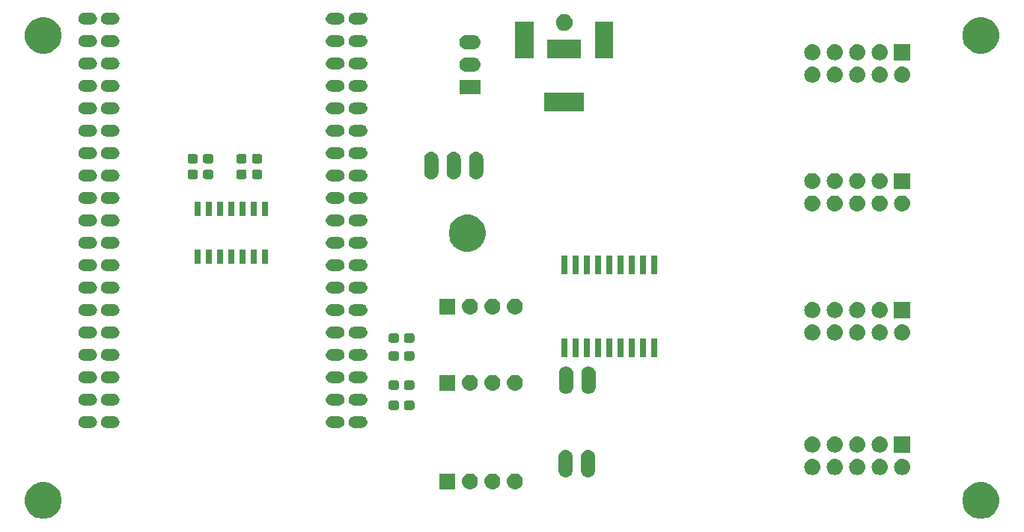
<source format=gbs>
G04 #@! TF.GenerationSoftware,KiCad,Pcbnew,(5.0.1)-3*
G04 #@! TF.CreationDate,2018-10-30T11:50:23-04:00*
G04 #@! TF.ProjectId,ufcs,756663732E6B696361645F7063620000,rev?*
G04 #@! TF.SameCoordinates,Original*
G04 #@! TF.FileFunction,Soldermask,Bot*
G04 #@! TF.FilePolarity,Negative*
%FSLAX46Y46*%
G04 Gerber Fmt 4.6, Leading zero omitted, Abs format (unit mm)*
G04 Created by KiCad (PCBNEW (5.0.1)-3) date 30-Oct-18 11:50:23*
%MOMM*%
%LPD*%
G01*
G04 APERTURE LIST*
%ADD10C,0.100000*%
G04 APERTURE END LIST*
D10*
G36*
X196695296Y-140809509D02*
X196860547Y-140877959D01*
X197074197Y-140966455D01*
X197074200Y-140966457D01*
X197415197Y-141194303D01*
X197705197Y-141484303D01*
X197933043Y-141825300D01*
X197933045Y-141825303D01*
X198021541Y-142038953D01*
X198089991Y-142204204D01*
X198170000Y-142606439D01*
X198170000Y-143016561D01*
X198089991Y-143418796D01*
X198021541Y-143584047D01*
X197933045Y-143797697D01*
X197933043Y-143797700D01*
X197705197Y-144138697D01*
X197415197Y-144428697D01*
X197074200Y-144656543D01*
X197074197Y-144656545D01*
X196860547Y-144745041D01*
X196695296Y-144813491D01*
X196293061Y-144893500D01*
X195882939Y-144893500D01*
X195480704Y-144813491D01*
X195315453Y-144745041D01*
X195101803Y-144656545D01*
X195101800Y-144656543D01*
X194760803Y-144428697D01*
X194470803Y-144138697D01*
X194242957Y-143797700D01*
X194242955Y-143797697D01*
X194154459Y-143584047D01*
X194086009Y-143418796D01*
X194006000Y-143016561D01*
X194006000Y-142606439D01*
X194086009Y-142204204D01*
X194154459Y-142038953D01*
X194242955Y-141825303D01*
X194242957Y-141825300D01*
X194470803Y-141484303D01*
X194760803Y-141194303D01*
X195101800Y-140966457D01*
X195101803Y-140966455D01*
X195315453Y-140877959D01*
X195480704Y-140809509D01*
X195882939Y-140729500D01*
X196293061Y-140729500D01*
X196695296Y-140809509D01*
X196695296Y-140809509D01*
G37*
G36*
X90650296Y-140809509D02*
X90815547Y-140877959D01*
X91029197Y-140966455D01*
X91029200Y-140966457D01*
X91370197Y-141194303D01*
X91660197Y-141484303D01*
X91888043Y-141825300D01*
X91888045Y-141825303D01*
X91976541Y-142038953D01*
X92044991Y-142204204D01*
X92125000Y-142606439D01*
X92125000Y-143016561D01*
X92044991Y-143418796D01*
X91976541Y-143584047D01*
X91888045Y-143797697D01*
X91888043Y-143797700D01*
X91660197Y-144138697D01*
X91370197Y-144428697D01*
X91029200Y-144656543D01*
X91029197Y-144656545D01*
X90815547Y-144745041D01*
X90650296Y-144813491D01*
X90248061Y-144893500D01*
X89837939Y-144893500D01*
X89435704Y-144813491D01*
X89270453Y-144745041D01*
X89056803Y-144656545D01*
X89056800Y-144656543D01*
X88715803Y-144428697D01*
X88425803Y-144138697D01*
X88197957Y-143797700D01*
X88197955Y-143797697D01*
X88109459Y-143584047D01*
X88041009Y-143418796D01*
X87961000Y-143016561D01*
X87961000Y-142606439D01*
X88041009Y-142204204D01*
X88109459Y-142038953D01*
X88197955Y-141825303D01*
X88197957Y-141825300D01*
X88425803Y-141484303D01*
X88715803Y-141194303D01*
X89056800Y-140966457D01*
X89056803Y-140966455D01*
X89270453Y-140877959D01*
X89435704Y-140809509D01*
X89837939Y-140729500D01*
X90248061Y-140729500D01*
X90650296Y-140809509D01*
X90650296Y-140809509D01*
G37*
G36*
X136663000Y-141552500D02*
X134863000Y-141552500D01*
X134863000Y-139752500D01*
X136663000Y-139752500D01*
X136663000Y-141552500D01*
X136663000Y-141552500D01*
G37*
G36*
X143559430Y-139765522D02*
X143729081Y-139816985D01*
X143885433Y-139900557D01*
X144022475Y-140013025D01*
X144134943Y-140150067D01*
X144218515Y-140306419D01*
X144269978Y-140476070D01*
X144287354Y-140652500D01*
X144269978Y-140828930D01*
X144218515Y-140998581D01*
X144134943Y-141154933D01*
X144022475Y-141291975D01*
X143885433Y-141404443D01*
X143729081Y-141488015D01*
X143559430Y-141539478D01*
X143427211Y-141552500D01*
X143338789Y-141552500D01*
X143206570Y-141539478D01*
X143036919Y-141488015D01*
X142880567Y-141404443D01*
X142743525Y-141291975D01*
X142631057Y-141154933D01*
X142547485Y-140998581D01*
X142496022Y-140828930D01*
X142478646Y-140652500D01*
X142496022Y-140476070D01*
X142547485Y-140306419D01*
X142631057Y-140150067D01*
X142743525Y-140013025D01*
X142880567Y-139900557D01*
X143036919Y-139816985D01*
X143206570Y-139765522D01*
X143338789Y-139752500D01*
X143427211Y-139752500D01*
X143559430Y-139765522D01*
X143559430Y-139765522D01*
G37*
G36*
X141019430Y-139765522D02*
X141189081Y-139816985D01*
X141345433Y-139900557D01*
X141482475Y-140013025D01*
X141594943Y-140150067D01*
X141678515Y-140306419D01*
X141729978Y-140476070D01*
X141747354Y-140652500D01*
X141729978Y-140828930D01*
X141678515Y-140998581D01*
X141594943Y-141154933D01*
X141482475Y-141291975D01*
X141345433Y-141404443D01*
X141189081Y-141488015D01*
X141019430Y-141539478D01*
X140887211Y-141552500D01*
X140798789Y-141552500D01*
X140666570Y-141539478D01*
X140496919Y-141488015D01*
X140340567Y-141404443D01*
X140203525Y-141291975D01*
X140091057Y-141154933D01*
X140007485Y-140998581D01*
X139956022Y-140828930D01*
X139938646Y-140652500D01*
X139956022Y-140476070D01*
X140007485Y-140306419D01*
X140091057Y-140150067D01*
X140203525Y-140013025D01*
X140340567Y-139900557D01*
X140496919Y-139816985D01*
X140666570Y-139765522D01*
X140798789Y-139752500D01*
X140887211Y-139752500D01*
X141019430Y-139765522D01*
X141019430Y-139765522D01*
G37*
G36*
X138479430Y-139765522D02*
X138649081Y-139816985D01*
X138805433Y-139900557D01*
X138942475Y-140013025D01*
X139054943Y-140150067D01*
X139138515Y-140306419D01*
X139189978Y-140476070D01*
X139207354Y-140652500D01*
X139189978Y-140828930D01*
X139138515Y-140998581D01*
X139054943Y-141154933D01*
X138942475Y-141291975D01*
X138805433Y-141404443D01*
X138649081Y-141488015D01*
X138479430Y-141539478D01*
X138347211Y-141552500D01*
X138258789Y-141552500D01*
X138126570Y-141539478D01*
X137956919Y-141488015D01*
X137800567Y-141404443D01*
X137663525Y-141291975D01*
X137551057Y-141154933D01*
X137467485Y-140998581D01*
X137416022Y-140828930D01*
X137398646Y-140652500D01*
X137416022Y-140476070D01*
X137467485Y-140306419D01*
X137551057Y-140150067D01*
X137663525Y-140013025D01*
X137800567Y-139900557D01*
X137956919Y-139816985D01*
X138126570Y-139765522D01*
X138258789Y-139752500D01*
X138347211Y-139752500D01*
X138479430Y-139765522D01*
X138479430Y-139765522D01*
G37*
G36*
X149281207Y-137077148D02*
X149432950Y-137123178D01*
X149572797Y-137197928D01*
X149695375Y-137298525D01*
X149795972Y-137421102D01*
X149870722Y-137560949D01*
X149916752Y-137712692D01*
X149928400Y-137830954D01*
X149928400Y-139410046D01*
X149916752Y-139528308D01*
X149870722Y-139680051D01*
X149795972Y-139819898D01*
X149695375Y-139942475D01*
X149572798Y-140043072D01*
X149432951Y-140117822D01*
X149281208Y-140163852D01*
X149123400Y-140179395D01*
X148965593Y-140163852D01*
X148813850Y-140117822D01*
X148674003Y-140043072D01*
X148551426Y-139942475D01*
X148450829Y-139819898D01*
X148376079Y-139680051D01*
X148330049Y-139528308D01*
X148318401Y-139410046D01*
X148318400Y-137830955D01*
X148330048Y-137712693D01*
X148376078Y-137560950D01*
X148450828Y-137421103D01*
X148551425Y-137298525D01*
X148674002Y-137197928D01*
X148813849Y-137123178D01*
X148965592Y-137077148D01*
X149123400Y-137061605D01*
X149281207Y-137077148D01*
X149281207Y-137077148D01*
G37*
G36*
X151821207Y-137077148D02*
X151972950Y-137123178D01*
X152112797Y-137197928D01*
X152235375Y-137298525D01*
X152335972Y-137421102D01*
X152410722Y-137560949D01*
X152456752Y-137712692D01*
X152468400Y-137830954D01*
X152468400Y-139410046D01*
X152456752Y-139528308D01*
X152410722Y-139680051D01*
X152335972Y-139819898D01*
X152235375Y-139942475D01*
X152112798Y-140043072D01*
X151972951Y-140117822D01*
X151821208Y-140163852D01*
X151663400Y-140179395D01*
X151505593Y-140163852D01*
X151353850Y-140117822D01*
X151214003Y-140043072D01*
X151091426Y-139942475D01*
X150990829Y-139819898D01*
X150916079Y-139680051D01*
X150870049Y-139528308D01*
X150858401Y-139410046D01*
X150858400Y-137830955D01*
X150870048Y-137712693D01*
X150916078Y-137560950D01*
X150990828Y-137421103D01*
X151091425Y-137298525D01*
X151214002Y-137197928D01*
X151353849Y-137123178D01*
X151505592Y-137077148D01*
X151663400Y-137061605D01*
X151821207Y-137077148D01*
X151821207Y-137077148D01*
G37*
G36*
X184837097Y-138101119D02*
X185009311Y-138153360D01*
X185168025Y-138238194D01*
X185307138Y-138352362D01*
X185421306Y-138491475D01*
X185506140Y-138650189D01*
X185558381Y-138822403D01*
X185576020Y-139001500D01*
X185558381Y-139180597D01*
X185506140Y-139352811D01*
X185421306Y-139511525D01*
X185307138Y-139650638D01*
X185168025Y-139764806D01*
X185064955Y-139819898D01*
X185009311Y-139849640D01*
X184837097Y-139901881D01*
X184702880Y-139915100D01*
X184613120Y-139915100D01*
X184478903Y-139901881D01*
X184306689Y-139849640D01*
X184251045Y-139819898D01*
X184147975Y-139764806D01*
X184008862Y-139650638D01*
X183894694Y-139511525D01*
X183809860Y-139352811D01*
X183757619Y-139180597D01*
X183739980Y-139001500D01*
X183757619Y-138822403D01*
X183809860Y-138650189D01*
X183894694Y-138491475D01*
X184008862Y-138352362D01*
X184147975Y-138238194D01*
X184306689Y-138153360D01*
X184478903Y-138101119D01*
X184613120Y-138087900D01*
X184702880Y-138087900D01*
X184837097Y-138101119D01*
X184837097Y-138101119D01*
G37*
G36*
X187377097Y-138101119D02*
X187549311Y-138153360D01*
X187708025Y-138238194D01*
X187847138Y-138352362D01*
X187961306Y-138491475D01*
X188046140Y-138650189D01*
X188098381Y-138822403D01*
X188116020Y-139001500D01*
X188098381Y-139180597D01*
X188046140Y-139352811D01*
X187961306Y-139511525D01*
X187847138Y-139650638D01*
X187708025Y-139764806D01*
X187604955Y-139819898D01*
X187549311Y-139849640D01*
X187377097Y-139901881D01*
X187242880Y-139915100D01*
X187153120Y-139915100D01*
X187018903Y-139901881D01*
X186846689Y-139849640D01*
X186791045Y-139819898D01*
X186687975Y-139764806D01*
X186548862Y-139650638D01*
X186434694Y-139511525D01*
X186349860Y-139352811D01*
X186297619Y-139180597D01*
X186279980Y-139001500D01*
X186297619Y-138822403D01*
X186349860Y-138650189D01*
X186434694Y-138491475D01*
X186548862Y-138352362D01*
X186687975Y-138238194D01*
X186846689Y-138153360D01*
X187018903Y-138101119D01*
X187153120Y-138087900D01*
X187242880Y-138087900D01*
X187377097Y-138101119D01*
X187377097Y-138101119D01*
G37*
G36*
X182297097Y-138101119D02*
X182469311Y-138153360D01*
X182628025Y-138238194D01*
X182767138Y-138352362D01*
X182881306Y-138491475D01*
X182966140Y-138650189D01*
X183018381Y-138822403D01*
X183036020Y-139001500D01*
X183018381Y-139180597D01*
X182966140Y-139352811D01*
X182881306Y-139511525D01*
X182767138Y-139650638D01*
X182628025Y-139764806D01*
X182524955Y-139819898D01*
X182469311Y-139849640D01*
X182297097Y-139901881D01*
X182162880Y-139915100D01*
X182073120Y-139915100D01*
X181938903Y-139901881D01*
X181766689Y-139849640D01*
X181711045Y-139819898D01*
X181607975Y-139764806D01*
X181468862Y-139650638D01*
X181354694Y-139511525D01*
X181269860Y-139352811D01*
X181217619Y-139180597D01*
X181199980Y-139001500D01*
X181217619Y-138822403D01*
X181269860Y-138650189D01*
X181354694Y-138491475D01*
X181468862Y-138352362D01*
X181607975Y-138238194D01*
X181766689Y-138153360D01*
X181938903Y-138101119D01*
X182073120Y-138087900D01*
X182162880Y-138087900D01*
X182297097Y-138101119D01*
X182297097Y-138101119D01*
G37*
G36*
X179757097Y-138101119D02*
X179929311Y-138153360D01*
X180088025Y-138238194D01*
X180227138Y-138352362D01*
X180341306Y-138491475D01*
X180426140Y-138650189D01*
X180478381Y-138822403D01*
X180496020Y-139001500D01*
X180478381Y-139180597D01*
X180426140Y-139352811D01*
X180341306Y-139511525D01*
X180227138Y-139650638D01*
X180088025Y-139764806D01*
X179984955Y-139819898D01*
X179929311Y-139849640D01*
X179757097Y-139901881D01*
X179622880Y-139915100D01*
X179533120Y-139915100D01*
X179398903Y-139901881D01*
X179226689Y-139849640D01*
X179171045Y-139819898D01*
X179067975Y-139764806D01*
X178928862Y-139650638D01*
X178814694Y-139511525D01*
X178729860Y-139352811D01*
X178677619Y-139180597D01*
X178659980Y-139001500D01*
X178677619Y-138822403D01*
X178729860Y-138650189D01*
X178814694Y-138491475D01*
X178928862Y-138352362D01*
X179067975Y-138238194D01*
X179226689Y-138153360D01*
X179398903Y-138101119D01*
X179533120Y-138087900D01*
X179622880Y-138087900D01*
X179757097Y-138101119D01*
X179757097Y-138101119D01*
G37*
G36*
X177217097Y-138101119D02*
X177389311Y-138153360D01*
X177548025Y-138238194D01*
X177687138Y-138352362D01*
X177801306Y-138491475D01*
X177886140Y-138650189D01*
X177938381Y-138822403D01*
X177956020Y-139001500D01*
X177938381Y-139180597D01*
X177886140Y-139352811D01*
X177801306Y-139511525D01*
X177687138Y-139650638D01*
X177548025Y-139764806D01*
X177444955Y-139819898D01*
X177389311Y-139849640D01*
X177217097Y-139901881D01*
X177082880Y-139915100D01*
X176993120Y-139915100D01*
X176858903Y-139901881D01*
X176686689Y-139849640D01*
X176631045Y-139819898D01*
X176527975Y-139764806D01*
X176388862Y-139650638D01*
X176274694Y-139511525D01*
X176189860Y-139352811D01*
X176137619Y-139180597D01*
X176119980Y-139001500D01*
X176137619Y-138822403D01*
X176189860Y-138650189D01*
X176274694Y-138491475D01*
X176388862Y-138352362D01*
X176527975Y-138238194D01*
X176686689Y-138153360D01*
X176858903Y-138101119D01*
X176993120Y-138087900D01*
X177082880Y-138087900D01*
X177217097Y-138101119D01*
X177217097Y-138101119D01*
G37*
G36*
X188111600Y-137375100D02*
X186284400Y-137375100D01*
X186284400Y-135547900D01*
X188111600Y-135547900D01*
X188111600Y-137375100D01*
X188111600Y-137375100D01*
G37*
G36*
X184837097Y-135561119D02*
X185009311Y-135613360D01*
X185168025Y-135698194D01*
X185307138Y-135812362D01*
X185421306Y-135951475D01*
X185506140Y-136110189D01*
X185558381Y-136282403D01*
X185576020Y-136461500D01*
X185558381Y-136640597D01*
X185506140Y-136812811D01*
X185421306Y-136971525D01*
X185307138Y-137110638D01*
X185168025Y-137224806D01*
X185168023Y-137224807D01*
X185009311Y-137309640D01*
X184837097Y-137361881D01*
X184702880Y-137375100D01*
X184613120Y-137375100D01*
X184478903Y-137361881D01*
X184306689Y-137309640D01*
X184147977Y-137224807D01*
X184147975Y-137224806D01*
X184008862Y-137110638D01*
X183894694Y-136971525D01*
X183809860Y-136812811D01*
X183757619Y-136640597D01*
X183739980Y-136461500D01*
X183757619Y-136282403D01*
X183809860Y-136110189D01*
X183894694Y-135951475D01*
X184008862Y-135812362D01*
X184147975Y-135698194D01*
X184306689Y-135613360D01*
X184478903Y-135561119D01*
X184613120Y-135547900D01*
X184702880Y-135547900D01*
X184837097Y-135561119D01*
X184837097Y-135561119D01*
G37*
G36*
X177217097Y-135561119D02*
X177389311Y-135613360D01*
X177548025Y-135698194D01*
X177687138Y-135812362D01*
X177801306Y-135951475D01*
X177886140Y-136110189D01*
X177938381Y-136282403D01*
X177956020Y-136461500D01*
X177938381Y-136640597D01*
X177886140Y-136812811D01*
X177801306Y-136971525D01*
X177687138Y-137110638D01*
X177548025Y-137224806D01*
X177548023Y-137224807D01*
X177389311Y-137309640D01*
X177217097Y-137361881D01*
X177082880Y-137375100D01*
X176993120Y-137375100D01*
X176858903Y-137361881D01*
X176686689Y-137309640D01*
X176527977Y-137224807D01*
X176527975Y-137224806D01*
X176388862Y-137110638D01*
X176274694Y-136971525D01*
X176189860Y-136812811D01*
X176137619Y-136640597D01*
X176119980Y-136461500D01*
X176137619Y-136282403D01*
X176189860Y-136110189D01*
X176274694Y-135951475D01*
X176388862Y-135812362D01*
X176527975Y-135698194D01*
X176686689Y-135613360D01*
X176858903Y-135561119D01*
X176993120Y-135547900D01*
X177082880Y-135547900D01*
X177217097Y-135561119D01*
X177217097Y-135561119D01*
G37*
G36*
X182297097Y-135561119D02*
X182469311Y-135613360D01*
X182628025Y-135698194D01*
X182767138Y-135812362D01*
X182881306Y-135951475D01*
X182966140Y-136110189D01*
X183018381Y-136282403D01*
X183036020Y-136461500D01*
X183018381Y-136640597D01*
X182966140Y-136812811D01*
X182881306Y-136971525D01*
X182767138Y-137110638D01*
X182628025Y-137224806D01*
X182628023Y-137224807D01*
X182469311Y-137309640D01*
X182297097Y-137361881D01*
X182162880Y-137375100D01*
X182073120Y-137375100D01*
X181938903Y-137361881D01*
X181766689Y-137309640D01*
X181607977Y-137224807D01*
X181607975Y-137224806D01*
X181468862Y-137110638D01*
X181354694Y-136971525D01*
X181269860Y-136812811D01*
X181217619Y-136640597D01*
X181199980Y-136461500D01*
X181217619Y-136282403D01*
X181269860Y-136110189D01*
X181354694Y-135951475D01*
X181468862Y-135812362D01*
X181607975Y-135698194D01*
X181766689Y-135613360D01*
X181938903Y-135561119D01*
X182073120Y-135547900D01*
X182162880Y-135547900D01*
X182297097Y-135561119D01*
X182297097Y-135561119D01*
G37*
G36*
X179757097Y-135561119D02*
X179929311Y-135613360D01*
X180088025Y-135698194D01*
X180227138Y-135812362D01*
X180341306Y-135951475D01*
X180426140Y-136110189D01*
X180478381Y-136282403D01*
X180496020Y-136461500D01*
X180478381Y-136640597D01*
X180426140Y-136812811D01*
X180341306Y-136971525D01*
X180227138Y-137110638D01*
X180088025Y-137224806D01*
X180088023Y-137224807D01*
X179929311Y-137309640D01*
X179757097Y-137361881D01*
X179622880Y-137375100D01*
X179533120Y-137375100D01*
X179398903Y-137361881D01*
X179226689Y-137309640D01*
X179067977Y-137224807D01*
X179067975Y-137224806D01*
X178928862Y-137110638D01*
X178814694Y-136971525D01*
X178729860Y-136812811D01*
X178677619Y-136640597D01*
X178659980Y-136461500D01*
X178677619Y-136282403D01*
X178729860Y-136110189D01*
X178814694Y-135951475D01*
X178928862Y-135812362D01*
X179067975Y-135698194D01*
X179226689Y-135613360D01*
X179398903Y-135561119D01*
X179533120Y-135547900D01*
X179622880Y-135547900D01*
X179757097Y-135561119D01*
X179757097Y-135561119D01*
G37*
G36*
X126180422Y-133280904D02*
X126302948Y-133318072D01*
X126415866Y-133378428D01*
X126514843Y-133459657D01*
X126596072Y-133558634D01*
X126656428Y-133671552D01*
X126693596Y-133794078D01*
X126706145Y-133921500D01*
X126693596Y-134048922D01*
X126656428Y-134171448D01*
X126596072Y-134284366D01*
X126514843Y-134383343D01*
X126415866Y-134464572D01*
X126302948Y-134524928D01*
X126180422Y-134562096D01*
X126084936Y-134571500D01*
X125221064Y-134571500D01*
X125125578Y-134562096D01*
X125003052Y-134524928D01*
X124890134Y-134464572D01*
X124791157Y-134383343D01*
X124709928Y-134284366D01*
X124649572Y-134171448D01*
X124612404Y-134048922D01*
X124599855Y-133921500D01*
X124612404Y-133794078D01*
X124649572Y-133671552D01*
X124709928Y-133558634D01*
X124791157Y-133459657D01*
X124890134Y-133378428D01*
X125003052Y-133318072D01*
X125125578Y-133280904D01*
X125221064Y-133271500D01*
X126084936Y-133271500D01*
X126180422Y-133280904D01*
X126180422Y-133280904D01*
G37*
G36*
X123590422Y-133280904D02*
X123712948Y-133318072D01*
X123825866Y-133378428D01*
X123924843Y-133459657D01*
X124006072Y-133558634D01*
X124066428Y-133671552D01*
X124103596Y-133794078D01*
X124116145Y-133921500D01*
X124103596Y-134048922D01*
X124066428Y-134171448D01*
X124006072Y-134284366D01*
X123924843Y-134383343D01*
X123825866Y-134464572D01*
X123712948Y-134524928D01*
X123590422Y-134562096D01*
X123494936Y-134571500D01*
X122631064Y-134571500D01*
X122535578Y-134562096D01*
X122413052Y-134524928D01*
X122300134Y-134464572D01*
X122201157Y-134383343D01*
X122119928Y-134284366D01*
X122059572Y-134171448D01*
X122022404Y-134048922D01*
X122009855Y-133921500D01*
X122022404Y-133794078D01*
X122059572Y-133671552D01*
X122119928Y-133558634D01*
X122201157Y-133459657D01*
X122300134Y-133378428D01*
X122413052Y-133318072D01*
X122535578Y-133280904D01*
X122631064Y-133271500D01*
X123494936Y-133271500D01*
X123590422Y-133280904D01*
X123590422Y-133280904D01*
G37*
G36*
X98140422Y-133280904D02*
X98262948Y-133318072D01*
X98375866Y-133378428D01*
X98474843Y-133459657D01*
X98556072Y-133558634D01*
X98616428Y-133671552D01*
X98653596Y-133794078D01*
X98666145Y-133921500D01*
X98653596Y-134048922D01*
X98616428Y-134171448D01*
X98556072Y-134284366D01*
X98474843Y-134383343D01*
X98375866Y-134464572D01*
X98262948Y-134524928D01*
X98140422Y-134562096D01*
X98044936Y-134571500D01*
X97181064Y-134571500D01*
X97085578Y-134562096D01*
X96963052Y-134524928D01*
X96850134Y-134464572D01*
X96751157Y-134383343D01*
X96669928Y-134284366D01*
X96609572Y-134171448D01*
X96572404Y-134048922D01*
X96559855Y-133921500D01*
X96572404Y-133794078D01*
X96609572Y-133671552D01*
X96669928Y-133558634D01*
X96751157Y-133459657D01*
X96850134Y-133378428D01*
X96963052Y-133318072D01*
X97085578Y-133280904D01*
X97181064Y-133271500D01*
X98044936Y-133271500D01*
X98140422Y-133280904D01*
X98140422Y-133280904D01*
G37*
G36*
X95600422Y-133280904D02*
X95722948Y-133318072D01*
X95835866Y-133378428D01*
X95934843Y-133459657D01*
X96016072Y-133558634D01*
X96076428Y-133671552D01*
X96113596Y-133794078D01*
X96126145Y-133921500D01*
X96113596Y-134048922D01*
X96076428Y-134171448D01*
X96016072Y-134284366D01*
X95934843Y-134383343D01*
X95835866Y-134464572D01*
X95722948Y-134524928D01*
X95600422Y-134562096D01*
X95504936Y-134571500D01*
X94641064Y-134571500D01*
X94545578Y-134562096D01*
X94423052Y-134524928D01*
X94310134Y-134464572D01*
X94211157Y-134383343D01*
X94129928Y-134284366D01*
X94069572Y-134171448D01*
X94032404Y-134048922D01*
X94019855Y-133921500D01*
X94032404Y-133794078D01*
X94069572Y-133671552D01*
X94129928Y-133558634D01*
X94211157Y-133459657D01*
X94310134Y-133378428D01*
X94423052Y-133318072D01*
X94545578Y-133280904D01*
X94641064Y-133271500D01*
X95504936Y-133271500D01*
X95600422Y-133280904D01*
X95600422Y-133280904D01*
G37*
G36*
X130078784Y-131496300D02*
X130123297Y-131509804D01*
X130164312Y-131531726D01*
X130200267Y-131561233D01*
X130229774Y-131597188D01*
X130251696Y-131638203D01*
X130265200Y-131682716D01*
X130270000Y-131731454D01*
X130270000Y-132301546D01*
X130265200Y-132350284D01*
X130251696Y-132394797D01*
X130229774Y-132435812D01*
X130200267Y-132471767D01*
X130164312Y-132501274D01*
X130123297Y-132523196D01*
X130078784Y-132536700D01*
X130030046Y-132541500D01*
X129359954Y-132541500D01*
X129311216Y-132536700D01*
X129266703Y-132523196D01*
X129225688Y-132501274D01*
X129189733Y-132471767D01*
X129160226Y-132435812D01*
X129138304Y-132394797D01*
X129124800Y-132350284D01*
X129120000Y-132301546D01*
X129120000Y-131731454D01*
X129124800Y-131682716D01*
X129138304Y-131638203D01*
X129160226Y-131597188D01*
X129189733Y-131561233D01*
X129225688Y-131531726D01*
X129266703Y-131509804D01*
X129311216Y-131496300D01*
X129359954Y-131491500D01*
X130030046Y-131491500D01*
X130078784Y-131496300D01*
X130078784Y-131496300D01*
G37*
G36*
X131828784Y-131496300D02*
X131873297Y-131509804D01*
X131914312Y-131531726D01*
X131950267Y-131561233D01*
X131979774Y-131597188D01*
X132001696Y-131638203D01*
X132015200Y-131682716D01*
X132020000Y-131731454D01*
X132020000Y-132301546D01*
X132015200Y-132350284D01*
X132001696Y-132394797D01*
X131979774Y-132435812D01*
X131950267Y-132471767D01*
X131914312Y-132501274D01*
X131873297Y-132523196D01*
X131828784Y-132536700D01*
X131780046Y-132541500D01*
X131109954Y-132541500D01*
X131061216Y-132536700D01*
X131016703Y-132523196D01*
X130975688Y-132501274D01*
X130939733Y-132471767D01*
X130910226Y-132435812D01*
X130888304Y-132394797D01*
X130874800Y-132350284D01*
X130870000Y-132301546D01*
X130870000Y-131731454D01*
X130874800Y-131682716D01*
X130888304Y-131638203D01*
X130910226Y-131597188D01*
X130939733Y-131561233D01*
X130975688Y-131531726D01*
X131016703Y-131509804D01*
X131061216Y-131496300D01*
X131109954Y-131491500D01*
X131780046Y-131491500D01*
X131828784Y-131496300D01*
X131828784Y-131496300D01*
G37*
G36*
X95600422Y-130740904D02*
X95722948Y-130778072D01*
X95835866Y-130838428D01*
X95934843Y-130919657D01*
X96016072Y-131018634D01*
X96076428Y-131131552D01*
X96113596Y-131254078D01*
X96126145Y-131381500D01*
X96113596Y-131508922D01*
X96076428Y-131631448D01*
X96016072Y-131744366D01*
X95934843Y-131843343D01*
X95835866Y-131924572D01*
X95722948Y-131984928D01*
X95600422Y-132022096D01*
X95504936Y-132031500D01*
X94641064Y-132031500D01*
X94545578Y-132022096D01*
X94423052Y-131984928D01*
X94310134Y-131924572D01*
X94211157Y-131843343D01*
X94129928Y-131744366D01*
X94069572Y-131631448D01*
X94032404Y-131508922D01*
X94019855Y-131381500D01*
X94032404Y-131254078D01*
X94069572Y-131131552D01*
X94129928Y-131018634D01*
X94211157Y-130919657D01*
X94310134Y-130838428D01*
X94423052Y-130778072D01*
X94545578Y-130740904D01*
X94641064Y-130731500D01*
X95504936Y-130731500D01*
X95600422Y-130740904D01*
X95600422Y-130740904D01*
G37*
G36*
X123590422Y-130740904D02*
X123712948Y-130778072D01*
X123825866Y-130838428D01*
X123924843Y-130919657D01*
X124006072Y-131018634D01*
X124066428Y-131131552D01*
X124103596Y-131254078D01*
X124116145Y-131381500D01*
X124103596Y-131508922D01*
X124066428Y-131631448D01*
X124006072Y-131744366D01*
X123924843Y-131843343D01*
X123825866Y-131924572D01*
X123712948Y-131984928D01*
X123590422Y-132022096D01*
X123494936Y-132031500D01*
X122631064Y-132031500D01*
X122535578Y-132022096D01*
X122413052Y-131984928D01*
X122300134Y-131924572D01*
X122201157Y-131843343D01*
X122119928Y-131744366D01*
X122059572Y-131631448D01*
X122022404Y-131508922D01*
X122009855Y-131381500D01*
X122022404Y-131254078D01*
X122059572Y-131131552D01*
X122119928Y-131018634D01*
X122201157Y-130919657D01*
X122300134Y-130838428D01*
X122413052Y-130778072D01*
X122535578Y-130740904D01*
X122631064Y-130731500D01*
X123494936Y-130731500D01*
X123590422Y-130740904D01*
X123590422Y-130740904D01*
G37*
G36*
X98140422Y-130740904D02*
X98262948Y-130778072D01*
X98375866Y-130838428D01*
X98474843Y-130919657D01*
X98556072Y-131018634D01*
X98616428Y-131131552D01*
X98653596Y-131254078D01*
X98666145Y-131381500D01*
X98653596Y-131508922D01*
X98616428Y-131631448D01*
X98556072Y-131744366D01*
X98474843Y-131843343D01*
X98375866Y-131924572D01*
X98262948Y-131984928D01*
X98140422Y-132022096D01*
X98044936Y-132031500D01*
X97181064Y-132031500D01*
X97085578Y-132022096D01*
X96963052Y-131984928D01*
X96850134Y-131924572D01*
X96751157Y-131843343D01*
X96669928Y-131744366D01*
X96609572Y-131631448D01*
X96572404Y-131508922D01*
X96559855Y-131381500D01*
X96572404Y-131254078D01*
X96609572Y-131131552D01*
X96669928Y-131018634D01*
X96751157Y-130919657D01*
X96850134Y-130838428D01*
X96963052Y-130778072D01*
X97085578Y-130740904D01*
X97181064Y-130731500D01*
X98044936Y-130731500D01*
X98140422Y-130740904D01*
X98140422Y-130740904D01*
G37*
G36*
X126180422Y-130740904D02*
X126302948Y-130778072D01*
X126415866Y-130838428D01*
X126514843Y-130919657D01*
X126596072Y-131018634D01*
X126656428Y-131131552D01*
X126693596Y-131254078D01*
X126706145Y-131381500D01*
X126693596Y-131508922D01*
X126656428Y-131631448D01*
X126596072Y-131744366D01*
X126514843Y-131843343D01*
X126415866Y-131924572D01*
X126302948Y-131984928D01*
X126180422Y-132022096D01*
X126084936Y-132031500D01*
X125221064Y-132031500D01*
X125125578Y-132022096D01*
X125003052Y-131984928D01*
X124890134Y-131924572D01*
X124791157Y-131843343D01*
X124709928Y-131744366D01*
X124649572Y-131631448D01*
X124612404Y-131508922D01*
X124599855Y-131381500D01*
X124612404Y-131254078D01*
X124649572Y-131131552D01*
X124709928Y-131018634D01*
X124791157Y-130919657D01*
X124890134Y-130838428D01*
X125003052Y-130778072D01*
X125125578Y-130740904D01*
X125221064Y-130731500D01*
X126084936Y-130731500D01*
X126180422Y-130740904D01*
X126180422Y-130740904D01*
G37*
G36*
X149332007Y-127628348D02*
X149483750Y-127674378D01*
X149623597Y-127749128D01*
X149746175Y-127849725D01*
X149846772Y-127972302D01*
X149921522Y-128112149D01*
X149967552Y-128263892D01*
X149979200Y-128382154D01*
X149979200Y-129961246D01*
X149967552Y-130079508D01*
X149921522Y-130231251D01*
X149846772Y-130371098D01*
X149746175Y-130493675D01*
X149623598Y-130594272D01*
X149483751Y-130669022D01*
X149332008Y-130715052D01*
X149174200Y-130730595D01*
X149016393Y-130715052D01*
X148864650Y-130669022D01*
X148724803Y-130594272D01*
X148602226Y-130493675D01*
X148501629Y-130371098D01*
X148426879Y-130231251D01*
X148380849Y-130079508D01*
X148369201Y-129961246D01*
X148369200Y-128382155D01*
X148380848Y-128263893D01*
X148426878Y-128112150D01*
X148501628Y-127972303D01*
X148602225Y-127849725D01*
X148724802Y-127749128D01*
X148864649Y-127674378D01*
X149016392Y-127628348D01*
X149174200Y-127612805D01*
X149332007Y-127628348D01*
X149332007Y-127628348D01*
G37*
G36*
X151872007Y-127628348D02*
X152023750Y-127674378D01*
X152163597Y-127749128D01*
X152286175Y-127849725D01*
X152386772Y-127972302D01*
X152461522Y-128112149D01*
X152507552Y-128263892D01*
X152519200Y-128382154D01*
X152519200Y-129961246D01*
X152507552Y-130079508D01*
X152461522Y-130231251D01*
X152386772Y-130371098D01*
X152286175Y-130493675D01*
X152163598Y-130594272D01*
X152023751Y-130669022D01*
X151872008Y-130715052D01*
X151714200Y-130730595D01*
X151556393Y-130715052D01*
X151404650Y-130669022D01*
X151264803Y-130594272D01*
X151142226Y-130493675D01*
X151041629Y-130371098D01*
X150966879Y-130231251D01*
X150920849Y-130079508D01*
X150909201Y-129961246D01*
X150909200Y-128382155D01*
X150920848Y-128263893D01*
X150966878Y-128112150D01*
X151041628Y-127972303D01*
X151142225Y-127849725D01*
X151264802Y-127749128D01*
X151404649Y-127674378D01*
X151556392Y-127628348D01*
X151714200Y-127612805D01*
X151872007Y-127628348D01*
X151872007Y-127628348D01*
G37*
G36*
X136663000Y-130376500D02*
X134863000Y-130376500D01*
X134863000Y-128576500D01*
X136663000Y-128576500D01*
X136663000Y-130376500D01*
X136663000Y-130376500D01*
G37*
G36*
X143559430Y-128589522D02*
X143729081Y-128640985D01*
X143885433Y-128724557D01*
X144022475Y-128837025D01*
X144134943Y-128974067D01*
X144218515Y-129130419D01*
X144269978Y-129300070D01*
X144287354Y-129476500D01*
X144269978Y-129652930D01*
X144218515Y-129822581D01*
X144134943Y-129978933D01*
X144022475Y-130115975D01*
X143885433Y-130228443D01*
X143729081Y-130312015D01*
X143559430Y-130363478D01*
X143427211Y-130376500D01*
X143338789Y-130376500D01*
X143206570Y-130363478D01*
X143036919Y-130312015D01*
X142880567Y-130228443D01*
X142743525Y-130115975D01*
X142631057Y-129978933D01*
X142547485Y-129822581D01*
X142496022Y-129652930D01*
X142478646Y-129476500D01*
X142496022Y-129300070D01*
X142547485Y-129130419D01*
X142631057Y-128974067D01*
X142743525Y-128837025D01*
X142880567Y-128724557D01*
X143036919Y-128640985D01*
X143206570Y-128589522D01*
X143338789Y-128576500D01*
X143427211Y-128576500D01*
X143559430Y-128589522D01*
X143559430Y-128589522D01*
G37*
G36*
X141019430Y-128589522D02*
X141189081Y-128640985D01*
X141345433Y-128724557D01*
X141482475Y-128837025D01*
X141594943Y-128974067D01*
X141678515Y-129130419D01*
X141729978Y-129300070D01*
X141747354Y-129476500D01*
X141729978Y-129652930D01*
X141678515Y-129822581D01*
X141594943Y-129978933D01*
X141482475Y-130115975D01*
X141345433Y-130228443D01*
X141189081Y-130312015D01*
X141019430Y-130363478D01*
X140887211Y-130376500D01*
X140798789Y-130376500D01*
X140666570Y-130363478D01*
X140496919Y-130312015D01*
X140340567Y-130228443D01*
X140203525Y-130115975D01*
X140091057Y-129978933D01*
X140007485Y-129822581D01*
X139956022Y-129652930D01*
X139938646Y-129476500D01*
X139956022Y-129300070D01*
X140007485Y-129130419D01*
X140091057Y-128974067D01*
X140203525Y-128837025D01*
X140340567Y-128724557D01*
X140496919Y-128640985D01*
X140666570Y-128589522D01*
X140798789Y-128576500D01*
X140887211Y-128576500D01*
X141019430Y-128589522D01*
X141019430Y-128589522D01*
G37*
G36*
X138479430Y-128589522D02*
X138649081Y-128640985D01*
X138805433Y-128724557D01*
X138942475Y-128837025D01*
X139054943Y-128974067D01*
X139138515Y-129130419D01*
X139189978Y-129300070D01*
X139207354Y-129476500D01*
X139189978Y-129652930D01*
X139138515Y-129822581D01*
X139054943Y-129978933D01*
X138942475Y-130115975D01*
X138805433Y-130228443D01*
X138649081Y-130312015D01*
X138479430Y-130363478D01*
X138347211Y-130376500D01*
X138258789Y-130376500D01*
X138126570Y-130363478D01*
X137956919Y-130312015D01*
X137800567Y-130228443D01*
X137663525Y-130115975D01*
X137551057Y-129978933D01*
X137467485Y-129822581D01*
X137416022Y-129652930D01*
X137398646Y-129476500D01*
X137416022Y-129300070D01*
X137467485Y-129130419D01*
X137551057Y-128974067D01*
X137663525Y-128837025D01*
X137800567Y-128724557D01*
X137956919Y-128640985D01*
X138126570Y-128589522D01*
X138258789Y-128576500D01*
X138347211Y-128576500D01*
X138479430Y-128589522D01*
X138479430Y-128589522D01*
G37*
G36*
X130078784Y-129210300D02*
X130123297Y-129223804D01*
X130164312Y-129245726D01*
X130200267Y-129275233D01*
X130229774Y-129311188D01*
X130251696Y-129352203D01*
X130265200Y-129396716D01*
X130270000Y-129445454D01*
X130270000Y-130015546D01*
X130265200Y-130064284D01*
X130251696Y-130108797D01*
X130229774Y-130149812D01*
X130200267Y-130185767D01*
X130164312Y-130215274D01*
X130123297Y-130237196D01*
X130078784Y-130250700D01*
X130030046Y-130255500D01*
X129359954Y-130255500D01*
X129311216Y-130250700D01*
X129266703Y-130237196D01*
X129225688Y-130215274D01*
X129189733Y-130185767D01*
X129160226Y-130149812D01*
X129138304Y-130108797D01*
X129124800Y-130064284D01*
X129120000Y-130015546D01*
X129120000Y-129445454D01*
X129124800Y-129396716D01*
X129138304Y-129352203D01*
X129160226Y-129311188D01*
X129189733Y-129275233D01*
X129225688Y-129245726D01*
X129266703Y-129223804D01*
X129311216Y-129210300D01*
X129359954Y-129205500D01*
X130030046Y-129205500D01*
X130078784Y-129210300D01*
X130078784Y-129210300D01*
G37*
G36*
X131828784Y-129210300D02*
X131873297Y-129223804D01*
X131914312Y-129245726D01*
X131950267Y-129275233D01*
X131979774Y-129311188D01*
X132001696Y-129352203D01*
X132015200Y-129396716D01*
X132020000Y-129445454D01*
X132020000Y-130015546D01*
X132015200Y-130064284D01*
X132001696Y-130108797D01*
X131979774Y-130149812D01*
X131950267Y-130185767D01*
X131914312Y-130215274D01*
X131873297Y-130237196D01*
X131828784Y-130250700D01*
X131780046Y-130255500D01*
X131109954Y-130255500D01*
X131061216Y-130250700D01*
X131016703Y-130237196D01*
X130975688Y-130215274D01*
X130939733Y-130185767D01*
X130910226Y-130149812D01*
X130888304Y-130108797D01*
X130874800Y-130064284D01*
X130870000Y-130015546D01*
X130870000Y-129445454D01*
X130874800Y-129396716D01*
X130888304Y-129352203D01*
X130910226Y-129311188D01*
X130939733Y-129275233D01*
X130975688Y-129245726D01*
X131016703Y-129223804D01*
X131061216Y-129210300D01*
X131109954Y-129205500D01*
X131780046Y-129205500D01*
X131828784Y-129210300D01*
X131828784Y-129210300D01*
G37*
G36*
X95600422Y-128200904D02*
X95722948Y-128238072D01*
X95835866Y-128298428D01*
X95934843Y-128379657D01*
X96016072Y-128478634D01*
X96076428Y-128591552D01*
X96113596Y-128714078D01*
X96126145Y-128841500D01*
X96113596Y-128968922D01*
X96076428Y-129091448D01*
X96016072Y-129204366D01*
X95934843Y-129303343D01*
X95835866Y-129384572D01*
X95722948Y-129444928D01*
X95600422Y-129482096D01*
X95504936Y-129491500D01*
X94641064Y-129491500D01*
X94545578Y-129482096D01*
X94423052Y-129444928D01*
X94310134Y-129384572D01*
X94211157Y-129303343D01*
X94129928Y-129204366D01*
X94069572Y-129091448D01*
X94032404Y-128968922D01*
X94019855Y-128841500D01*
X94032404Y-128714078D01*
X94069572Y-128591552D01*
X94129928Y-128478634D01*
X94211157Y-128379657D01*
X94310134Y-128298428D01*
X94423052Y-128238072D01*
X94545578Y-128200904D01*
X94641064Y-128191500D01*
X95504936Y-128191500D01*
X95600422Y-128200904D01*
X95600422Y-128200904D01*
G37*
G36*
X123590422Y-128200904D02*
X123712948Y-128238072D01*
X123825866Y-128298428D01*
X123924843Y-128379657D01*
X124006072Y-128478634D01*
X124066428Y-128591552D01*
X124103596Y-128714078D01*
X124116145Y-128841500D01*
X124103596Y-128968922D01*
X124066428Y-129091448D01*
X124006072Y-129204366D01*
X123924843Y-129303343D01*
X123825866Y-129384572D01*
X123712948Y-129444928D01*
X123590422Y-129482096D01*
X123494936Y-129491500D01*
X122631064Y-129491500D01*
X122535578Y-129482096D01*
X122413052Y-129444928D01*
X122300134Y-129384572D01*
X122201157Y-129303343D01*
X122119928Y-129204366D01*
X122059572Y-129091448D01*
X122022404Y-128968922D01*
X122009855Y-128841500D01*
X122022404Y-128714078D01*
X122059572Y-128591552D01*
X122119928Y-128478634D01*
X122201157Y-128379657D01*
X122300134Y-128298428D01*
X122413052Y-128238072D01*
X122535578Y-128200904D01*
X122631064Y-128191500D01*
X123494936Y-128191500D01*
X123590422Y-128200904D01*
X123590422Y-128200904D01*
G37*
G36*
X126180422Y-128200904D02*
X126302948Y-128238072D01*
X126415866Y-128298428D01*
X126514843Y-128379657D01*
X126596072Y-128478634D01*
X126656428Y-128591552D01*
X126693596Y-128714078D01*
X126706145Y-128841500D01*
X126693596Y-128968922D01*
X126656428Y-129091448D01*
X126596072Y-129204366D01*
X126514843Y-129303343D01*
X126415866Y-129384572D01*
X126302948Y-129444928D01*
X126180422Y-129482096D01*
X126084936Y-129491500D01*
X125221064Y-129491500D01*
X125125578Y-129482096D01*
X125003052Y-129444928D01*
X124890134Y-129384572D01*
X124791157Y-129303343D01*
X124709928Y-129204366D01*
X124649572Y-129091448D01*
X124612404Y-128968922D01*
X124599855Y-128841500D01*
X124612404Y-128714078D01*
X124649572Y-128591552D01*
X124709928Y-128478634D01*
X124791157Y-128379657D01*
X124890134Y-128298428D01*
X125003052Y-128238072D01*
X125125578Y-128200904D01*
X125221064Y-128191500D01*
X126084936Y-128191500D01*
X126180422Y-128200904D01*
X126180422Y-128200904D01*
G37*
G36*
X98140422Y-128200904D02*
X98262948Y-128238072D01*
X98375866Y-128298428D01*
X98474843Y-128379657D01*
X98556072Y-128478634D01*
X98616428Y-128591552D01*
X98653596Y-128714078D01*
X98666145Y-128841500D01*
X98653596Y-128968922D01*
X98616428Y-129091448D01*
X98556072Y-129204366D01*
X98474843Y-129303343D01*
X98375866Y-129384572D01*
X98262948Y-129444928D01*
X98140422Y-129482096D01*
X98044936Y-129491500D01*
X97181064Y-129491500D01*
X97085578Y-129482096D01*
X96963052Y-129444928D01*
X96850134Y-129384572D01*
X96751157Y-129303343D01*
X96669928Y-129204366D01*
X96609572Y-129091448D01*
X96572404Y-128968922D01*
X96559855Y-128841500D01*
X96572404Y-128714078D01*
X96609572Y-128591552D01*
X96669928Y-128478634D01*
X96751157Y-128379657D01*
X96850134Y-128298428D01*
X96963052Y-128238072D01*
X97085578Y-128200904D01*
X97181064Y-128191500D01*
X98044936Y-128191500D01*
X98140422Y-128200904D01*
X98140422Y-128200904D01*
G37*
G36*
X131828784Y-125908300D02*
X131873297Y-125921804D01*
X131914312Y-125943726D01*
X131950267Y-125973233D01*
X131979774Y-126009188D01*
X132001696Y-126050203D01*
X132015200Y-126094716D01*
X132020000Y-126143454D01*
X132020000Y-126713546D01*
X132015200Y-126762284D01*
X132001696Y-126806797D01*
X131979774Y-126847812D01*
X131950267Y-126883767D01*
X131914312Y-126913274D01*
X131873297Y-126935196D01*
X131828784Y-126948700D01*
X131780046Y-126953500D01*
X131109954Y-126953500D01*
X131061216Y-126948700D01*
X131016703Y-126935196D01*
X130975688Y-126913274D01*
X130939733Y-126883767D01*
X130910226Y-126847812D01*
X130888304Y-126806797D01*
X130874800Y-126762284D01*
X130870000Y-126713546D01*
X130870000Y-126143454D01*
X130874800Y-126094716D01*
X130888304Y-126050203D01*
X130910226Y-126009188D01*
X130939733Y-125973233D01*
X130975688Y-125943726D01*
X131016703Y-125921804D01*
X131061216Y-125908300D01*
X131109954Y-125903500D01*
X131780046Y-125903500D01*
X131828784Y-125908300D01*
X131828784Y-125908300D01*
G37*
G36*
X130078784Y-125908300D02*
X130123297Y-125921804D01*
X130164312Y-125943726D01*
X130200267Y-125973233D01*
X130229774Y-126009188D01*
X130251696Y-126050203D01*
X130265200Y-126094716D01*
X130270000Y-126143454D01*
X130270000Y-126713546D01*
X130265200Y-126762284D01*
X130251696Y-126806797D01*
X130229774Y-126847812D01*
X130200267Y-126883767D01*
X130164312Y-126913274D01*
X130123297Y-126935196D01*
X130078784Y-126948700D01*
X130030046Y-126953500D01*
X129359954Y-126953500D01*
X129311216Y-126948700D01*
X129266703Y-126935196D01*
X129225688Y-126913274D01*
X129189733Y-126883767D01*
X129160226Y-126847812D01*
X129138304Y-126806797D01*
X129124800Y-126762284D01*
X129120000Y-126713546D01*
X129120000Y-126143454D01*
X129124800Y-126094716D01*
X129138304Y-126050203D01*
X129160226Y-126009188D01*
X129189733Y-125973233D01*
X129225688Y-125943726D01*
X129266703Y-125921804D01*
X129311216Y-125908300D01*
X129359954Y-125903500D01*
X130030046Y-125903500D01*
X130078784Y-125908300D01*
X130078784Y-125908300D01*
G37*
G36*
X98140422Y-125660904D02*
X98262948Y-125698072D01*
X98375866Y-125758428D01*
X98474843Y-125839657D01*
X98556072Y-125938634D01*
X98616428Y-126051552D01*
X98653596Y-126174078D01*
X98666145Y-126301500D01*
X98653596Y-126428922D01*
X98616428Y-126551448D01*
X98556072Y-126664366D01*
X98474843Y-126763343D01*
X98375866Y-126844572D01*
X98262948Y-126904928D01*
X98140422Y-126942096D01*
X98044936Y-126951500D01*
X97181064Y-126951500D01*
X97085578Y-126942096D01*
X96963052Y-126904928D01*
X96850134Y-126844572D01*
X96751157Y-126763343D01*
X96669928Y-126664366D01*
X96609572Y-126551448D01*
X96572404Y-126428922D01*
X96559855Y-126301500D01*
X96572404Y-126174078D01*
X96609572Y-126051552D01*
X96669928Y-125938634D01*
X96751157Y-125839657D01*
X96850134Y-125758428D01*
X96963052Y-125698072D01*
X97085578Y-125660904D01*
X97181064Y-125651500D01*
X98044936Y-125651500D01*
X98140422Y-125660904D01*
X98140422Y-125660904D01*
G37*
G36*
X123590422Y-125660904D02*
X123712948Y-125698072D01*
X123825866Y-125758428D01*
X123924843Y-125839657D01*
X124006072Y-125938634D01*
X124066428Y-126051552D01*
X124103596Y-126174078D01*
X124116145Y-126301500D01*
X124103596Y-126428922D01*
X124066428Y-126551448D01*
X124006072Y-126664366D01*
X123924843Y-126763343D01*
X123825866Y-126844572D01*
X123712948Y-126904928D01*
X123590422Y-126942096D01*
X123494936Y-126951500D01*
X122631064Y-126951500D01*
X122535578Y-126942096D01*
X122413052Y-126904928D01*
X122300134Y-126844572D01*
X122201157Y-126763343D01*
X122119928Y-126664366D01*
X122059572Y-126551448D01*
X122022404Y-126428922D01*
X122009855Y-126301500D01*
X122022404Y-126174078D01*
X122059572Y-126051552D01*
X122119928Y-125938634D01*
X122201157Y-125839657D01*
X122300134Y-125758428D01*
X122413052Y-125698072D01*
X122535578Y-125660904D01*
X122631064Y-125651500D01*
X123494936Y-125651500D01*
X123590422Y-125660904D01*
X123590422Y-125660904D01*
G37*
G36*
X126180422Y-125660904D02*
X126302948Y-125698072D01*
X126415866Y-125758428D01*
X126514843Y-125839657D01*
X126596072Y-125938634D01*
X126656428Y-126051552D01*
X126693596Y-126174078D01*
X126706145Y-126301500D01*
X126693596Y-126428922D01*
X126656428Y-126551448D01*
X126596072Y-126664366D01*
X126514843Y-126763343D01*
X126415866Y-126844572D01*
X126302948Y-126904928D01*
X126180422Y-126942096D01*
X126084936Y-126951500D01*
X125221064Y-126951500D01*
X125125578Y-126942096D01*
X125003052Y-126904928D01*
X124890134Y-126844572D01*
X124791157Y-126763343D01*
X124709928Y-126664366D01*
X124649572Y-126551448D01*
X124612404Y-126428922D01*
X124599855Y-126301500D01*
X124612404Y-126174078D01*
X124649572Y-126051552D01*
X124709928Y-125938634D01*
X124791157Y-125839657D01*
X124890134Y-125758428D01*
X125003052Y-125698072D01*
X125125578Y-125660904D01*
X125221064Y-125651500D01*
X126084936Y-125651500D01*
X126180422Y-125660904D01*
X126180422Y-125660904D01*
G37*
G36*
X95600422Y-125660904D02*
X95722948Y-125698072D01*
X95835866Y-125758428D01*
X95934843Y-125839657D01*
X96016072Y-125938634D01*
X96076428Y-126051552D01*
X96113596Y-126174078D01*
X96126145Y-126301500D01*
X96113596Y-126428922D01*
X96076428Y-126551448D01*
X96016072Y-126664366D01*
X95934843Y-126763343D01*
X95835866Y-126844572D01*
X95722948Y-126904928D01*
X95600422Y-126942096D01*
X95504936Y-126951500D01*
X94641064Y-126951500D01*
X94545578Y-126942096D01*
X94423052Y-126904928D01*
X94310134Y-126844572D01*
X94211157Y-126763343D01*
X94129928Y-126664366D01*
X94069572Y-126551448D01*
X94032404Y-126428922D01*
X94019855Y-126301500D01*
X94032404Y-126174078D01*
X94069572Y-126051552D01*
X94129928Y-125938634D01*
X94211157Y-125839657D01*
X94310134Y-125758428D01*
X94423052Y-125698072D01*
X94545578Y-125660904D01*
X94641064Y-125651500D01*
X95504936Y-125651500D01*
X95600422Y-125660904D01*
X95600422Y-125660904D01*
G37*
G36*
X154401000Y-126590500D02*
X153701000Y-126590500D01*
X153701000Y-124490500D01*
X154401000Y-124490500D01*
X154401000Y-126590500D01*
X154401000Y-126590500D01*
G37*
G36*
X153131000Y-126590500D02*
X152431000Y-126590500D01*
X152431000Y-124490500D01*
X153131000Y-124490500D01*
X153131000Y-126590500D01*
X153131000Y-126590500D01*
G37*
G36*
X151861000Y-126590500D02*
X151161000Y-126590500D01*
X151161000Y-124490500D01*
X151861000Y-124490500D01*
X151861000Y-126590500D01*
X151861000Y-126590500D01*
G37*
G36*
X150591000Y-126590500D02*
X149891000Y-126590500D01*
X149891000Y-124490500D01*
X150591000Y-124490500D01*
X150591000Y-126590500D01*
X150591000Y-126590500D01*
G37*
G36*
X155671000Y-126590500D02*
X154971000Y-126590500D01*
X154971000Y-124490500D01*
X155671000Y-124490500D01*
X155671000Y-126590500D01*
X155671000Y-126590500D01*
G37*
G36*
X156941000Y-126590500D02*
X156241000Y-126590500D01*
X156241000Y-124490500D01*
X156941000Y-124490500D01*
X156941000Y-126590500D01*
X156941000Y-126590500D01*
G37*
G36*
X158211000Y-126590500D02*
X157511000Y-126590500D01*
X157511000Y-124490500D01*
X158211000Y-124490500D01*
X158211000Y-126590500D01*
X158211000Y-126590500D01*
G37*
G36*
X159481000Y-126590500D02*
X158781000Y-126590500D01*
X158781000Y-124490500D01*
X159481000Y-124490500D01*
X159481000Y-126590500D01*
X159481000Y-126590500D01*
G37*
G36*
X149321000Y-126590500D02*
X148621000Y-126590500D01*
X148621000Y-124490500D01*
X149321000Y-124490500D01*
X149321000Y-126590500D01*
X149321000Y-126590500D01*
G37*
G36*
X131828784Y-123876300D02*
X131873297Y-123889804D01*
X131914312Y-123911726D01*
X131950267Y-123941233D01*
X131979774Y-123977188D01*
X132001696Y-124018203D01*
X132015200Y-124062716D01*
X132020000Y-124111454D01*
X132020000Y-124681546D01*
X132015200Y-124730284D01*
X132001696Y-124774797D01*
X131979774Y-124815812D01*
X131950267Y-124851767D01*
X131914312Y-124881274D01*
X131873297Y-124903196D01*
X131828784Y-124916700D01*
X131780046Y-124921500D01*
X131109954Y-124921500D01*
X131061216Y-124916700D01*
X131016703Y-124903196D01*
X130975688Y-124881274D01*
X130939733Y-124851767D01*
X130910226Y-124815812D01*
X130888304Y-124774797D01*
X130874800Y-124730284D01*
X130870000Y-124681546D01*
X130870000Y-124111454D01*
X130874800Y-124062716D01*
X130888304Y-124018203D01*
X130910226Y-123977188D01*
X130939733Y-123941233D01*
X130975688Y-123911726D01*
X131016703Y-123889804D01*
X131061216Y-123876300D01*
X131109954Y-123871500D01*
X131780046Y-123871500D01*
X131828784Y-123876300D01*
X131828784Y-123876300D01*
G37*
G36*
X130078784Y-123876300D02*
X130123297Y-123889804D01*
X130164312Y-123911726D01*
X130200267Y-123941233D01*
X130229774Y-123977188D01*
X130251696Y-124018203D01*
X130265200Y-124062716D01*
X130270000Y-124111454D01*
X130270000Y-124681546D01*
X130265200Y-124730284D01*
X130251696Y-124774797D01*
X130229774Y-124815812D01*
X130200267Y-124851767D01*
X130164312Y-124881274D01*
X130123297Y-124903196D01*
X130078784Y-124916700D01*
X130030046Y-124921500D01*
X129359954Y-124921500D01*
X129311216Y-124916700D01*
X129266703Y-124903196D01*
X129225688Y-124881274D01*
X129189733Y-124851767D01*
X129160226Y-124815812D01*
X129138304Y-124774797D01*
X129124800Y-124730284D01*
X129120000Y-124681546D01*
X129120000Y-124111454D01*
X129124800Y-124062716D01*
X129138304Y-124018203D01*
X129160226Y-123977188D01*
X129189733Y-123941233D01*
X129225688Y-123911726D01*
X129266703Y-123889804D01*
X129311216Y-123876300D01*
X129359954Y-123871500D01*
X130030046Y-123871500D01*
X130078784Y-123876300D01*
X130078784Y-123876300D01*
G37*
G36*
X179757097Y-122861119D02*
X179929311Y-122913360D01*
X180088025Y-122998194D01*
X180227138Y-123112362D01*
X180341306Y-123251475D01*
X180426140Y-123410189D01*
X180478381Y-123582403D01*
X180496020Y-123761500D01*
X180478381Y-123940597D01*
X180426140Y-124112811D01*
X180341306Y-124271525D01*
X180227138Y-124410638D01*
X180088025Y-124524806D01*
X180088023Y-124524807D01*
X179929311Y-124609640D01*
X179757097Y-124661881D01*
X179622880Y-124675100D01*
X179533120Y-124675100D01*
X179398903Y-124661881D01*
X179226689Y-124609640D01*
X179067977Y-124524807D01*
X179067975Y-124524806D01*
X178928862Y-124410638D01*
X178814694Y-124271525D01*
X178729860Y-124112811D01*
X178677619Y-123940597D01*
X178659980Y-123761500D01*
X178677619Y-123582403D01*
X178729860Y-123410189D01*
X178814694Y-123251475D01*
X178928862Y-123112362D01*
X179067975Y-122998194D01*
X179226689Y-122913360D01*
X179398903Y-122861119D01*
X179533120Y-122847900D01*
X179622880Y-122847900D01*
X179757097Y-122861119D01*
X179757097Y-122861119D01*
G37*
G36*
X187377097Y-122861119D02*
X187549311Y-122913360D01*
X187708025Y-122998194D01*
X187847138Y-123112362D01*
X187961306Y-123251475D01*
X188046140Y-123410189D01*
X188098381Y-123582403D01*
X188116020Y-123761500D01*
X188098381Y-123940597D01*
X188046140Y-124112811D01*
X187961306Y-124271525D01*
X187847138Y-124410638D01*
X187708025Y-124524806D01*
X187708023Y-124524807D01*
X187549311Y-124609640D01*
X187377097Y-124661881D01*
X187242880Y-124675100D01*
X187153120Y-124675100D01*
X187018903Y-124661881D01*
X186846689Y-124609640D01*
X186687977Y-124524807D01*
X186687975Y-124524806D01*
X186548862Y-124410638D01*
X186434694Y-124271525D01*
X186349860Y-124112811D01*
X186297619Y-123940597D01*
X186279980Y-123761500D01*
X186297619Y-123582403D01*
X186349860Y-123410189D01*
X186434694Y-123251475D01*
X186548862Y-123112362D01*
X186687975Y-122998194D01*
X186846689Y-122913360D01*
X187018903Y-122861119D01*
X187153120Y-122847900D01*
X187242880Y-122847900D01*
X187377097Y-122861119D01*
X187377097Y-122861119D01*
G37*
G36*
X177217097Y-122861119D02*
X177389311Y-122913360D01*
X177548025Y-122998194D01*
X177687138Y-123112362D01*
X177801306Y-123251475D01*
X177886140Y-123410189D01*
X177938381Y-123582403D01*
X177956020Y-123761500D01*
X177938381Y-123940597D01*
X177886140Y-124112811D01*
X177801306Y-124271525D01*
X177687138Y-124410638D01*
X177548025Y-124524806D01*
X177548023Y-124524807D01*
X177389311Y-124609640D01*
X177217097Y-124661881D01*
X177082880Y-124675100D01*
X176993120Y-124675100D01*
X176858903Y-124661881D01*
X176686689Y-124609640D01*
X176527977Y-124524807D01*
X176527975Y-124524806D01*
X176388862Y-124410638D01*
X176274694Y-124271525D01*
X176189860Y-124112811D01*
X176137619Y-123940597D01*
X176119980Y-123761500D01*
X176137619Y-123582403D01*
X176189860Y-123410189D01*
X176274694Y-123251475D01*
X176388862Y-123112362D01*
X176527975Y-122998194D01*
X176686689Y-122913360D01*
X176858903Y-122861119D01*
X176993120Y-122847900D01*
X177082880Y-122847900D01*
X177217097Y-122861119D01*
X177217097Y-122861119D01*
G37*
G36*
X182297097Y-122861119D02*
X182469311Y-122913360D01*
X182628025Y-122998194D01*
X182767138Y-123112362D01*
X182881306Y-123251475D01*
X182966140Y-123410189D01*
X183018381Y-123582403D01*
X183036020Y-123761500D01*
X183018381Y-123940597D01*
X182966140Y-124112811D01*
X182881306Y-124271525D01*
X182767138Y-124410638D01*
X182628025Y-124524806D01*
X182628023Y-124524807D01*
X182469311Y-124609640D01*
X182297097Y-124661881D01*
X182162880Y-124675100D01*
X182073120Y-124675100D01*
X181938903Y-124661881D01*
X181766689Y-124609640D01*
X181607977Y-124524807D01*
X181607975Y-124524806D01*
X181468862Y-124410638D01*
X181354694Y-124271525D01*
X181269860Y-124112811D01*
X181217619Y-123940597D01*
X181199980Y-123761500D01*
X181217619Y-123582403D01*
X181269860Y-123410189D01*
X181354694Y-123251475D01*
X181468862Y-123112362D01*
X181607975Y-122998194D01*
X181766689Y-122913360D01*
X181938903Y-122861119D01*
X182073120Y-122847900D01*
X182162880Y-122847900D01*
X182297097Y-122861119D01*
X182297097Y-122861119D01*
G37*
G36*
X184837097Y-122861119D02*
X185009311Y-122913360D01*
X185168025Y-122998194D01*
X185307138Y-123112362D01*
X185421306Y-123251475D01*
X185506140Y-123410189D01*
X185558381Y-123582403D01*
X185576020Y-123761500D01*
X185558381Y-123940597D01*
X185506140Y-124112811D01*
X185421306Y-124271525D01*
X185307138Y-124410638D01*
X185168025Y-124524806D01*
X185168023Y-124524807D01*
X185009311Y-124609640D01*
X184837097Y-124661881D01*
X184702880Y-124675100D01*
X184613120Y-124675100D01*
X184478903Y-124661881D01*
X184306689Y-124609640D01*
X184147977Y-124524807D01*
X184147975Y-124524806D01*
X184008862Y-124410638D01*
X183894694Y-124271525D01*
X183809860Y-124112811D01*
X183757619Y-123940597D01*
X183739980Y-123761500D01*
X183757619Y-123582403D01*
X183809860Y-123410189D01*
X183894694Y-123251475D01*
X184008862Y-123112362D01*
X184147975Y-122998194D01*
X184306689Y-122913360D01*
X184478903Y-122861119D01*
X184613120Y-122847900D01*
X184702880Y-122847900D01*
X184837097Y-122861119D01*
X184837097Y-122861119D01*
G37*
G36*
X98140422Y-123120904D02*
X98262948Y-123158072D01*
X98375866Y-123218428D01*
X98474843Y-123299657D01*
X98556072Y-123398634D01*
X98616428Y-123511552D01*
X98653596Y-123634078D01*
X98666145Y-123761500D01*
X98653596Y-123888922D01*
X98616428Y-124011448D01*
X98556072Y-124124366D01*
X98474843Y-124223343D01*
X98375866Y-124304572D01*
X98262948Y-124364928D01*
X98140422Y-124402096D01*
X98044936Y-124411500D01*
X97181064Y-124411500D01*
X97085578Y-124402096D01*
X96963052Y-124364928D01*
X96850134Y-124304572D01*
X96751157Y-124223343D01*
X96669928Y-124124366D01*
X96609572Y-124011448D01*
X96572404Y-123888922D01*
X96559855Y-123761500D01*
X96572404Y-123634078D01*
X96609572Y-123511552D01*
X96669928Y-123398634D01*
X96751157Y-123299657D01*
X96850134Y-123218428D01*
X96963052Y-123158072D01*
X97085578Y-123120904D01*
X97181064Y-123111500D01*
X98044936Y-123111500D01*
X98140422Y-123120904D01*
X98140422Y-123120904D01*
G37*
G36*
X95600422Y-123120904D02*
X95722948Y-123158072D01*
X95835866Y-123218428D01*
X95934843Y-123299657D01*
X96016072Y-123398634D01*
X96076428Y-123511552D01*
X96113596Y-123634078D01*
X96126145Y-123761500D01*
X96113596Y-123888922D01*
X96076428Y-124011448D01*
X96016072Y-124124366D01*
X95934843Y-124223343D01*
X95835866Y-124304572D01*
X95722948Y-124364928D01*
X95600422Y-124402096D01*
X95504936Y-124411500D01*
X94641064Y-124411500D01*
X94545578Y-124402096D01*
X94423052Y-124364928D01*
X94310134Y-124304572D01*
X94211157Y-124223343D01*
X94129928Y-124124366D01*
X94069572Y-124011448D01*
X94032404Y-123888922D01*
X94019855Y-123761500D01*
X94032404Y-123634078D01*
X94069572Y-123511552D01*
X94129928Y-123398634D01*
X94211157Y-123299657D01*
X94310134Y-123218428D01*
X94423052Y-123158072D01*
X94545578Y-123120904D01*
X94641064Y-123111500D01*
X95504936Y-123111500D01*
X95600422Y-123120904D01*
X95600422Y-123120904D01*
G37*
G36*
X123590422Y-123120904D02*
X123712948Y-123158072D01*
X123825866Y-123218428D01*
X123924843Y-123299657D01*
X124006072Y-123398634D01*
X124066428Y-123511552D01*
X124103596Y-123634078D01*
X124116145Y-123761500D01*
X124103596Y-123888922D01*
X124066428Y-124011448D01*
X124006072Y-124124366D01*
X123924843Y-124223343D01*
X123825866Y-124304572D01*
X123712948Y-124364928D01*
X123590422Y-124402096D01*
X123494936Y-124411500D01*
X122631064Y-124411500D01*
X122535578Y-124402096D01*
X122413052Y-124364928D01*
X122300134Y-124304572D01*
X122201157Y-124223343D01*
X122119928Y-124124366D01*
X122059572Y-124011448D01*
X122022404Y-123888922D01*
X122009855Y-123761500D01*
X122022404Y-123634078D01*
X122059572Y-123511552D01*
X122119928Y-123398634D01*
X122201157Y-123299657D01*
X122300134Y-123218428D01*
X122413052Y-123158072D01*
X122535578Y-123120904D01*
X122631064Y-123111500D01*
X123494936Y-123111500D01*
X123590422Y-123120904D01*
X123590422Y-123120904D01*
G37*
G36*
X126180422Y-123120904D02*
X126302948Y-123158072D01*
X126415866Y-123218428D01*
X126514843Y-123299657D01*
X126596072Y-123398634D01*
X126656428Y-123511552D01*
X126693596Y-123634078D01*
X126706145Y-123761500D01*
X126693596Y-123888922D01*
X126656428Y-124011448D01*
X126596072Y-124124366D01*
X126514843Y-124223343D01*
X126415866Y-124304572D01*
X126302948Y-124364928D01*
X126180422Y-124402096D01*
X126084936Y-124411500D01*
X125221064Y-124411500D01*
X125125578Y-124402096D01*
X125003052Y-124364928D01*
X124890134Y-124304572D01*
X124791157Y-124223343D01*
X124709928Y-124124366D01*
X124649572Y-124011448D01*
X124612404Y-123888922D01*
X124599855Y-123761500D01*
X124612404Y-123634078D01*
X124649572Y-123511552D01*
X124709928Y-123398634D01*
X124791157Y-123299657D01*
X124890134Y-123218428D01*
X125003052Y-123158072D01*
X125125578Y-123120904D01*
X125221064Y-123111500D01*
X126084936Y-123111500D01*
X126180422Y-123120904D01*
X126180422Y-123120904D01*
G37*
G36*
X179757097Y-120321119D02*
X179929311Y-120373360D01*
X180088025Y-120458194D01*
X180227138Y-120572362D01*
X180341306Y-120711475D01*
X180426140Y-120870189D01*
X180478381Y-121042403D01*
X180496020Y-121221500D01*
X180478381Y-121400597D01*
X180426140Y-121572811D01*
X180341306Y-121731525D01*
X180227138Y-121870638D01*
X180088025Y-121984806D01*
X180088023Y-121984807D01*
X179929311Y-122069640D01*
X179757097Y-122121881D01*
X179622880Y-122135100D01*
X179533120Y-122135100D01*
X179398903Y-122121881D01*
X179226689Y-122069640D01*
X179067977Y-121984807D01*
X179067975Y-121984806D01*
X178928862Y-121870638D01*
X178814694Y-121731525D01*
X178729860Y-121572811D01*
X178677619Y-121400597D01*
X178659980Y-121221500D01*
X178677619Y-121042403D01*
X178729860Y-120870189D01*
X178814694Y-120711475D01*
X178928862Y-120572362D01*
X179067975Y-120458194D01*
X179226689Y-120373360D01*
X179398903Y-120321119D01*
X179533120Y-120307900D01*
X179622880Y-120307900D01*
X179757097Y-120321119D01*
X179757097Y-120321119D01*
G37*
G36*
X188111600Y-122135100D02*
X186284400Y-122135100D01*
X186284400Y-120307900D01*
X188111600Y-120307900D01*
X188111600Y-122135100D01*
X188111600Y-122135100D01*
G37*
G36*
X184837097Y-120321119D02*
X185009311Y-120373360D01*
X185168025Y-120458194D01*
X185307138Y-120572362D01*
X185421306Y-120711475D01*
X185506140Y-120870189D01*
X185558381Y-121042403D01*
X185576020Y-121221500D01*
X185558381Y-121400597D01*
X185506140Y-121572811D01*
X185421306Y-121731525D01*
X185307138Y-121870638D01*
X185168025Y-121984806D01*
X185168023Y-121984807D01*
X185009311Y-122069640D01*
X184837097Y-122121881D01*
X184702880Y-122135100D01*
X184613120Y-122135100D01*
X184478903Y-122121881D01*
X184306689Y-122069640D01*
X184147977Y-121984807D01*
X184147975Y-121984806D01*
X184008862Y-121870638D01*
X183894694Y-121731525D01*
X183809860Y-121572811D01*
X183757619Y-121400597D01*
X183739980Y-121221500D01*
X183757619Y-121042403D01*
X183809860Y-120870189D01*
X183894694Y-120711475D01*
X184008862Y-120572362D01*
X184147975Y-120458194D01*
X184306689Y-120373360D01*
X184478903Y-120321119D01*
X184613120Y-120307900D01*
X184702880Y-120307900D01*
X184837097Y-120321119D01*
X184837097Y-120321119D01*
G37*
G36*
X182297097Y-120321119D02*
X182469311Y-120373360D01*
X182628025Y-120458194D01*
X182767138Y-120572362D01*
X182881306Y-120711475D01*
X182966140Y-120870189D01*
X183018381Y-121042403D01*
X183036020Y-121221500D01*
X183018381Y-121400597D01*
X182966140Y-121572811D01*
X182881306Y-121731525D01*
X182767138Y-121870638D01*
X182628025Y-121984806D01*
X182628023Y-121984807D01*
X182469311Y-122069640D01*
X182297097Y-122121881D01*
X182162880Y-122135100D01*
X182073120Y-122135100D01*
X181938903Y-122121881D01*
X181766689Y-122069640D01*
X181607977Y-121984807D01*
X181607975Y-121984806D01*
X181468862Y-121870638D01*
X181354694Y-121731525D01*
X181269860Y-121572811D01*
X181217619Y-121400597D01*
X181199980Y-121221500D01*
X181217619Y-121042403D01*
X181269860Y-120870189D01*
X181354694Y-120711475D01*
X181468862Y-120572362D01*
X181607975Y-120458194D01*
X181766689Y-120373360D01*
X181938903Y-120321119D01*
X182073120Y-120307900D01*
X182162880Y-120307900D01*
X182297097Y-120321119D01*
X182297097Y-120321119D01*
G37*
G36*
X177217097Y-120321119D02*
X177389311Y-120373360D01*
X177548025Y-120458194D01*
X177687138Y-120572362D01*
X177801306Y-120711475D01*
X177886140Y-120870189D01*
X177938381Y-121042403D01*
X177956020Y-121221500D01*
X177938381Y-121400597D01*
X177886140Y-121572811D01*
X177801306Y-121731525D01*
X177687138Y-121870638D01*
X177548025Y-121984806D01*
X177548023Y-121984807D01*
X177389311Y-122069640D01*
X177217097Y-122121881D01*
X177082880Y-122135100D01*
X176993120Y-122135100D01*
X176858903Y-122121881D01*
X176686689Y-122069640D01*
X176527977Y-121984807D01*
X176527975Y-121984806D01*
X176388862Y-121870638D01*
X176274694Y-121731525D01*
X176189860Y-121572811D01*
X176137619Y-121400597D01*
X176119980Y-121221500D01*
X176137619Y-121042403D01*
X176189860Y-120870189D01*
X176274694Y-120711475D01*
X176388862Y-120572362D01*
X176527975Y-120458194D01*
X176686689Y-120373360D01*
X176858903Y-120321119D01*
X176993120Y-120307900D01*
X177082880Y-120307900D01*
X177217097Y-120321119D01*
X177217097Y-120321119D01*
G37*
G36*
X126180422Y-120580904D02*
X126302948Y-120618072D01*
X126415866Y-120678428D01*
X126514843Y-120759657D01*
X126596072Y-120858634D01*
X126656428Y-120971552D01*
X126693596Y-121094078D01*
X126706145Y-121221500D01*
X126693596Y-121348922D01*
X126656428Y-121471448D01*
X126596072Y-121584366D01*
X126514843Y-121683343D01*
X126415866Y-121764572D01*
X126302948Y-121824928D01*
X126180422Y-121862096D01*
X126084936Y-121871500D01*
X125221064Y-121871500D01*
X125125578Y-121862096D01*
X125003052Y-121824928D01*
X124890134Y-121764572D01*
X124791157Y-121683343D01*
X124709928Y-121584366D01*
X124649572Y-121471448D01*
X124612404Y-121348922D01*
X124599855Y-121221500D01*
X124612404Y-121094078D01*
X124649572Y-120971552D01*
X124709928Y-120858634D01*
X124791157Y-120759657D01*
X124890134Y-120678428D01*
X125003052Y-120618072D01*
X125125578Y-120580904D01*
X125221064Y-120571500D01*
X126084936Y-120571500D01*
X126180422Y-120580904D01*
X126180422Y-120580904D01*
G37*
G36*
X123590422Y-120580904D02*
X123712948Y-120618072D01*
X123825866Y-120678428D01*
X123924843Y-120759657D01*
X124006072Y-120858634D01*
X124066428Y-120971552D01*
X124103596Y-121094078D01*
X124116145Y-121221500D01*
X124103596Y-121348922D01*
X124066428Y-121471448D01*
X124006072Y-121584366D01*
X123924843Y-121683343D01*
X123825866Y-121764572D01*
X123712948Y-121824928D01*
X123590422Y-121862096D01*
X123494936Y-121871500D01*
X122631064Y-121871500D01*
X122535578Y-121862096D01*
X122413052Y-121824928D01*
X122300134Y-121764572D01*
X122201157Y-121683343D01*
X122119928Y-121584366D01*
X122059572Y-121471448D01*
X122022404Y-121348922D01*
X122009855Y-121221500D01*
X122022404Y-121094078D01*
X122059572Y-120971552D01*
X122119928Y-120858634D01*
X122201157Y-120759657D01*
X122300134Y-120678428D01*
X122413052Y-120618072D01*
X122535578Y-120580904D01*
X122631064Y-120571500D01*
X123494936Y-120571500D01*
X123590422Y-120580904D01*
X123590422Y-120580904D01*
G37*
G36*
X98140422Y-120580904D02*
X98262948Y-120618072D01*
X98375866Y-120678428D01*
X98474843Y-120759657D01*
X98556072Y-120858634D01*
X98616428Y-120971552D01*
X98653596Y-121094078D01*
X98666145Y-121221500D01*
X98653596Y-121348922D01*
X98616428Y-121471448D01*
X98556072Y-121584366D01*
X98474843Y-121683343D01*
X98375866Y-121764572D01*
X98262948Y-121824928D01*
X98140422Y-121862096D01*
X98044936Y-121871500D01*
X97181064Y-121871500D01*
X97085578Y-121862096D01*
X96963052Y-121824928D01*
X96850134Y-121764572D01*
X96751157Y-121683343D01*
X96669928Y-121584366D01*
X96609572Y-121471448D01*
X96572404Y-121348922D01*
X96559855Y-121221500D01*
X96572404Y-121094078D01*
X96609572Y-120971552D01*
X96669928Y-120858634D01*
X96751157Y-120759657D01*
X96850134Y-120678428D01*
X96963052Y-120618072D01*
X97085578Y-120580904D01*
X97181064Y-120571500D01*
X98044936Y-120571500D01*
X98140422Y-120580904D01*
X98140422Y-120580904D01*
G37*
G36*
X95600422Y-120580904D02*
X95722948Y-120618072D01*
X95835866Y-120678428D01*
X95934843Y-120759657D01*
X96016072Y-120858634D01*
X96076428Y-120971552D01*
X96113596Y-121094078D01*
X96126145Y-121221500D01*
X96113596Y-121348922D01*
X96076428Y-121471448D01*
X96016072Y-121584366D01*
X95934843Y-121683343D01*
X95835866Y-121764572D01*
X95722948Y-121824928D01*
X95600422Y-121862096D01*
X95504936Y-121871500D01*
X94641064Y-121871500D01*
X94545578Y-121862096D01*
X94423052Y-121824928D01*
X94310134Y-121764572D01*
X94211157Y-121683343D01*
X94129928Y-121584366D01*
X94069572Y-121471448D01*
X94032404Y-121348922D01*
X94019855Y-121221500D01*
X94032404Y-121094078D01*
X94069572Y-120971552D01*
X94129928Y-120858634D01*
X94211157Y-120759657D01*
X94310134Y-120678428D01*
X94423052Y-120618072D01*
X94545578Y-120580904D01*
X94641064Y-120571500D01*
X95504936Y-120571500D01*
X95600422Y-120580904D01*
X95600422Y-120580904D01*
G37*
G36*
X136663000Y-121740500D02*
X134863000Y-121740500D01*
X134863000Y-119940500D01*
X136663000Y-119940500D01*
X136663000Y-121740500D01*
X136663000Y-121740500D01*
G37*
G36*
X143559430Y-119953522D02*
X143729081Y-120004985D01*
X143885433Y-120088557D01*
X144022475Y-120201025D01*
X144134943Y-120338067D01*
X144218515Y-120494419D01*
X144269978Y-120664070D01*
X144287354Y-120840500D01*
X144269978Y-121016930D01*
X144218515Y-121186581D01*
X144134943Y-121342933D01*
X144022475Y-121479975D01*
X143885433Y-121592443D01*
X143729081Y-121676015D01*
X143559430Y-121727478D01*
X143427211Y-121740500D01*
X143338789Y-121740500D01*
X143206570Y-121727478D01*
X143036919Y-121676015D01*
X142880567Y-121592443D01*
X142743525Y-121479975D01*
X142631057Y-121342933D01*
X142547485Y-121186581D01*
X142496022Y-121016930D01*
X142478646Y-120840500D01*
X142496022Y-120664070D01*
X142547485Y-120494419D01*
X142631057Y-120338067D01*
X142743525Y-120201025D01*
X142880567Y-120088557D01*
X143036919Y-120004985D01*
X143206570Y-119953522D01*
X143338789Y-119940500D01*
X143427211Y-119940500D01*
X143559430Y-119953522D01*
X143559430Y-119953522D01*
G37*
G36*
X138479430Y-119953522D02*
X138649081Y-120004985D01*
X138805433Y-120088557D01*
X138942475Y-120201025D01*
X139054943Y-120338067D01*
X139138515Y-120494419D01*
X139189978Y-120664070D01*
X139207354Y-120840500D01*
X139189978Y-121016930D01*
X139138515Y-121186581D01*
X139054943Y-121342933D01*
X138942475Y-121479975D01*
X138805433Y-121592443D01*
X138649081Y-121676015D01*
X138479430Y-121727478D01*
X138347211Y-121740500D01*
X138258789Y-121740500D01*
X138126570Y-121727478D01*
X137956919Y-121676015D01*
X137800567Y-121592443D01*
X137663525Y-121479975D01*
X137551057Y-121342933D01*
X137467485Y-121186581D01*
X137416022Y-121016930D01*
X137398646Y-120840500D01*
X137416022Y-120664070D01*
X137467485Y-120494419D01*
X137551057Y-120338067D01*
X137663525Y-120201025D01*
X137800567Y-120088557D01*
X137956919Y-120004985D01*
X138126570Y-119953522D01*
X138258789Y-119940500D01*
X138347211Y-119940500D01*
X138479430Y-119953522D01*
X138479430Y-119953522D01*
G37*
G36*
X141019430Y-119953522D02*
X141189081Y-120004985D01*
X141345433Y-120088557D01*
X141482475Y-120201025D01*
X141594943Y-120338067D01*
X141678515Y-120494419D01*
X141729978Y-120664070D01*
X141747354Y-120840500D01*
X141729978Y-121016930D01*
X141678515Y-121186581D01*
X141594943Y-121342933D01*
X141482475Y-121479975D01*
X141345433Y-121592443D01*
X141189081Y-121676015D01*
X141019430Y-121727478D01*
X140887211Y-121740500D01*
X140798789Y-121740500D01*
X140666570Y-121727478D01*
X140496919Y-121676015D01*
X140340567Y-121592443D01*
X140203525Y-121479975D01*
X140091057Y-121342933D01*
X140007485Y-121186581D01*
X139956022Y-121016930D01*
X139938646Y-120840500D01*
X139956022Y-120664070D01*
X140007485Y-120494419D01*
X140091057Y-120338067D01*
X140203525Y-120201025D01*
X140340567Y-120088557D01*
X140496919Y-120004985D01*
X140666570Y-119953522D01*
X140798789Y-119940500D01*
X140887211Y-119940500D01*
X141019430Y-119953522D01*
X141019430Y-119953522D01*
G37*
G36*
X126180422Y-118040904D02*
X126302948Y-118078072D01*
X126415866Y-118138428D01*
X126514843Y-118219657D01*
X126596072Y-118318634D01*
X126656428Y-118431552D01*
X126693596Y-118554078D01*
X126706145Y-118681500D01*
X126693596Y-118808922D01*
X126656428Y-118931448D01*
X126596072Y-119044366D01*
X126514843Y-119143343D01*
X126415866Y-119224572D01*
X126302948Y-119284928D01*
X126180422Y-119322096D01*
X126084936Y-119331500D01*
X125221064Y-119331500D01*
X125125578Y-119322096D01*
X125003052Y-119284928D01*
X124890134Y-119224572D01*
X124791157Y-119143343D01*
X124709928Y-119044366D01*
X124649572Y-118931448D01*
X124612404Y-118808922D01*
X124599855Y-118681500D01*
X124612404Y-118554078D01*
X124649572Y-118431552D01*
X124709928Y-118318634D01*
X124791157Y-118219657D01*
X124890134Y-118138428D01*
X125003052Y-118078072D01*
X125125578Y-118040904D01*
X125221064Y-118031500D01*
X126084936Y-118031500D01*
X126180422Y-118040904D01*
X126180422Y-118040904D01*
G37*
G36*
X95600422Y-118040904D02*
X95722948Y-118078072D01*
X95835866Y-118138428D01*
X95934843Y-118219657D01*
X96016072Y-118318634D01*
X96076428Y-118431552D01*
X96113596Y-118554078D01*
X96126145Y-118681500D01*
X96113596Y-118808922D01*
X96076428Y-118931448D01*
X96016072Y-119044366D01*
X95934843Y-119143343D01*
X95835866Y-119224572D01*
X95722948Y-119284928D01*
X95600422Y-119322096D01*
X95504936Y-119331500D01*
X94641064Y-119331500D01*
X94545578Y-119322096D01*
X94423052Y-119284928D01*
X94310134Y-119224572D01*
X94211157Y-119143343D01*
X94129928Y-119044366D01*
X94069572Y-118931448D01*
X94032404Y-118808922D01*
X94019855Y-118681500D01*
X94032404Y-118554078D01*
X94069572Y-118431552D01*
X94129928Y-118318634D01*
X94211157Y-118219657D01*
X94310134Y-118138428D01*
X94423052Y-118078072D01*
X94545578Y-118040904D01*
X94641064Y-118031500D01*
X95504936Y-118031500D01*
X95600422Y-118040904D01*
X95600422Y-118040904D01*
G37*
G36*
X98140422Y-118040904D02*
X98262948Y-118078072D01*
X98375866Y-118138428D01*
X98474843Y-118219657D01*
X98556072Y-118318634D01*
X98616428Y-118431552D01*
X98653596Y-118554078D01*
X98666145Y-118681500D01*
X98653596Y-118808922D01*
X98616428Y-118931448D01*
X98556072Y-119044366D01*
X98474843Y-119143343D01*
X98375866Y-119224572D01*
X98262948Y-119284928D01*
X98140422Y-119322096D01*
X98044936Y-119331500D01*
X97181064Y-119331500D01*
X97085578Y-119322096D01*
X96963052Y-119284928D01*
X96850134Y-119224572D01*
X96751157Y-119143343D01*
X96669928Y-119044366D01*
X96609572Y-118931448D01*
X96572404Y-118808922D01*
X96559855Y-118681500D01*
X96572404Y-118554078D01*
X96609572Y-118431552D01*
X96669928Y-118318634D01*
X96751157Y-118219657D01*
X96850134Y-118138428D01*
X96963052Y-118078072D01*
X97085578Y-118040904D01*
X97181064Y-118031500D01*
X98044936Y-118031500D01*
X98140422Y-118040904D01*
X98140422Y-118040904D01*
G37*
G36*
X123590422Y-118040904D02*
X123712948Y-118078072D01*
X123825866Y-118138428D01*
X123924843Y-118219657D01*
X124006072Y-118318634D01*
X124066428Y-118431552D01*
X124103596Y-118554078D01*
X124116145Y-118681500D01*
X124103596Y-118808922D01*
X124066428Y-118931448D01*
X124006072Y-119044366D01*
X123924843Y-119143343D01*
X123825866Y-119224572D01*
X123712948Y-119284928D01*
X123590422Y-119322096D01*
X123494936Y-119331500D01*
X122631064Y-119331500D01*
X122535578Y-119322096D01*
X122413052Y-119284928D01*
X122300134Y-119224572D01*
X122201157Y-119143343D01*
X122119928Y-119044366D01*
X122059572Y-118931448D01*
X122022404Y-118808922D01*
X122009855Y-118681500D01*
X122022404Y-118554078D01*
X122059572Y-118431552D01*
X122119928Y-118318634D01*
X122201157Y-118219657D01*
X122300134Y-118138428D01*
X122413052Y-118078072D01*
X122535578Y-118040904D01*
X122631064Y-118031500D01*
X123494936Y-118031500D01*
X123590422Y-118040904D01*
X123590422Y-118040904D01*
G37*
G36*
X155671000Y-117190500D02*
X154971000Y-117190500D01*
X154971000Y-115090500D01*
X155671000Y-115090500D01*
X155671000Y-117190500D01*
X155671000Y-117190500D01*
G37*
G36*
X159481000Y-117190500D02*
X158781000Y-117190500D01*
X158781000Y-115090500D01*
X159481000Y-115090500D01*
X159481000Y-117190500D01*
X159481000Y-117190500D01*
G37*
G36*
X158211000Y-117190500D02*
X157511000Y-117190500D01*
X157511000Y-115090500D01*
X158211000Y-115090500D01*
X158211000Y-117190500D01*
X158211000Y-117190500D01*
G37*
G36*
X156941000Y-117190500D02*
X156241000Y-117190500D01*
X156241000Y-115090500D01*
X156941000Y-115090500D01*
X156941000Y-117190500D01*
X156941000Y-117190500D01*
G37*
G36*
X149321000Y-117190500D02*
X148621000Y-117190500D01*
X148621000Y-115090500D01*
X149321000Y-115090500D01*
X149321000Y-117190500D01*
X149321000Y-117190500D01*
G37*
G36*
X150591000Y-117190500D02*
X149891000Y-117190500D01*
X149891000Y-115090500D01*
X150591000Y-115090500D01*
X150591000Y-117190500D01*
X150591000Y-117190500D01*
G37*
G36*
X151861000Y-117190500D02*
X151161000Y-117190500D01*
X151161000Y-115090500D01*
X151861000Y-115090500D01*
X151861000Y-117190500D01*
X151861000Y-117190500D01*
G37*
G36*
X153131000Y-117190500D02*
X152431000Y-117190500D01*
X152431000Y-115090500D01*
X153131000Y-115090500D01*
X153131000Y-117190500D01*
X153131000Y-117190500D01*
G37*
G36*
X154401000Y-117190500D02*
X153701000Y-117190500D01*
X153701000Y-115090500D01*
X154401000Y-115090500D01*
X154401000Y-117190500D01*
X154401000Y-117190500D01*
G37*
G36*
X126180422Y-115500904D02*
X126302948Y-115538072D01*
X126415866Y-115598428D01*
X126514843Y-115679657D01*
X126596072Y-115778634D01*
X126656428Y-115891552D01*
X126693596Y-116014078D01*
X126706145Y-116141500D01*
X126693596Y-116268922D01*
X126656428Y-116391448D01*
X126596072Y-116504366D01*
X126514843Y-116603343D01*
X126415866Y-116684572D01*
X126302948Y-116744928D01*
X126180422Y-116782096D01*
X126084936Y-116791500D01*
X125221064Y-116791500D01*
X125125578Y-116782096D01*
X125003052Y-116744928D01*
X124890134Y-116684572D01*
X124791157Y-116603343D01*
X124709928Y-116504366D01*
X124649572Y-116391448D01*
X124612404Y-116268922D01*
X124599855Y-116141500D01*
X124612404Y-116014078D01*
X124649572Y-115891552D01*
X124709928Y-115778634D01*
X124791157Y-115679657D01*
X124890134Y-115598428D01*
X125003052Y-115538072D01*
X125125578Y-115500904D01*
X125221064Y-115491500D01*
X126084936Y-115491500D01*
X126180422Y-115500904D01*
X126180422Y-115500904D01*
G37*
G36*
X123590422Y-115500904D02*
X123712948Y-115538072D01*
X123825866Y-115598428D01*
X123924843Y-115679657D01*
X124006072Y-115778634D01*
X124066428Y-115891552D01*
X124103596Y-116014078D01*
X124116145Y-116141500D01*
X124103596Y-116268922D01*
X124066428Y-116391448D01*
X124006072Y-116504366D01*
X123924843Y-116603343D01*
X123825866Y-116684572D01*
X123712948Y-116744928D01*
X123590422Y-116782096D01*
X123494936Y-116791500D01*
X122631064Y-116791500D01*
X122535578Y-116782096D01*
X122413052Y-116744928D01*
X122300134Y-116684572D01*
X122201157Y-116603343D01*
X122119928Y-116504366D01*
X122059572Y-116391448D01*
X122022404Y-116268922D01*
X122009855Y-116141500D01*
X122022404Y-116014078D01*
X122059572Y-115891552D01*
X122119928Y-115778634D01*
X122201157Y-115679657D01*
X122300134Y-115598428D01*
X122413052Y-115538072D01*
X122535578Y-115500904D01*
X122631064Y-115491500D01*
X123494936Y-115491500D01*
X123590422Y-115500904D01*
X123590422Y-115500904D01*
G37*
G36*
X98140422Y-115500904D02*
X98262948Y-115538072D01*
X98375866Y-115598428D01*
X98474843Y-115679657D01*
X98556072Y-115778634D01*
X98616428Y-115891552D01*
X98653596Y-116014078D01*
X98666145Y-116141500D01*
X98653596Y-116268922D01*
X98616428Y-116391448D01*
X98556072Y-116504366D01*
X98474843Y-116603343D01*
X98375866Y-116684572D01*
X98262948Y-116744928D01*
X98140422Y-116782096D01*
X98044936Y-116791500D01*
X97181064Y-116791500D01*
X97085578Y-116782096D01*
X96963052Y-116744928D01*
X96850134Y-116684572D01*
X96751157Y-116603343D01*
X96669928Y-116504366D01*
X96609572Y-116391448D01*
X96572404Y-116268922D01*
X96559855Y-116141500D01*
X96572404Y-116014078D01*
X96609572Y-115891552D01*
X96669928Y-115778634D01*
X96751157Y-115679657D01*
X96850134Y-115598428D01*
X96963052Y-115538072D01*
X97085578Y-115500904D01*
X97181064Y-115491500D01*
X98044936Y-115491500D01*
X98140422Y-115500904D01*
X98140422Y-115500904D01*
G37*
G36*
X95600422Y-115500904D02*
X95722948Y-115538072D01*
X95835866Y-115598428D01*
X95934843Y-115679657D01*
X96016072Y-115778634D01*
X96076428Y-115891552D01*
X96113596Y-116014078D01*
X96126145Y-116141500D01*
X96113596Y-116268922D01*
X96076428Y-116391448D01*
X96016072Y-116504366D01*
X95934843Y-116603343D01*
X95835866Y-116684572D01*
X95722948Y-116744928D01*
X95600422Y-116782096D01*
X95504936Y-116791500D01*
X94641064Y-116791500D01*
X94545578Y-116782096D01*
X94423052Y-116744928D01*
X94310134Y-116684572D01*
X94211157Y-116603343D01*
X94129928Y-116504366D01*
X94069572Y-116391448D01*
X94032404Y-116268922D01*
X94019855Y-116141500D01*
X94032404Y-116014078D01*
X94069572Y-115891552D01*
X94129928Y-115778634D01*
X94211157Y-115679657D01*
X94310134Y-115598428D01*
X94423052Y-115538072D01*
X94545578Y-115500904D01*
X94641064Y-115491500D01*
X95504936Y-115491500D01*
X95600422Y-115500904D01*
X95600422Y-115500904D01*
G37*
G36*
X107855500Y-115958500D02*
X107155500Y-115958500D01*
X107155500Y-114358500D01*
X107855500Y-114358500D01*
X107855500Y-115958500D01*
X107855500Y-115958500D01*
G37*
G36*
X110395500Y-115958500D02*
X109695500Y-115958500D01*
X109695500Y-114358500D01*
X110395500Y-114358500D01*
X110395500Y-115958500D01*
X110395500Y-115958500D01*
G37*
G36*
X112935500Y-115958500D02*
X112235500Y-115958500D01*
X112235500Y-114358500D01*
X112935500Y-114358500D01*
X112935500Y-115958500D01*
X112935500Y-115958500D01*
G37*
G36*
X115475500Y-115958500D02*
X114775500Y-115958500D01*
X114775500Y-114358500D01*
X115475500Y-114358500D01*
X115475500Y-115958500D01*
X115475500Y-115958500D01*
G37*
G36*
X111665500Y-115958500D02*
X110965500Y-115958500D01*
X110965500Y-114358500D01*
X111665500Y-114358500D01*
X111665500Y-115958500D01*
X111665500Y-115958500D01*
G37*
G36*
X109125500Y-115958500D02*
X108425500Y-115958500D01*
X108425500Y-114358500D01*
X109125500Y-114358500D01*
X109125500Y-115958500D01*
X109125500Y-115958500D01*
G37*
G36*
X114205500Y-115958500D02*
X113505500Y-115958500D01*
X113505500Y-114358500D01*
X114205500Y-114358500D01*
X114205500Y-115958500D01*
X114205500Y-115958500D01*
G37*
G36*
X138605496Y-110507309D02*
X138729081Y-110558500D01*
X138984397Y-110664255D01*
X138984400Y-110664257D01*
X139325397Y-110892103D01*
X139615397Y-111182103D01*
X139843243Y-111523100D01*
X139843245Y-111523103D01*
X139917386Y-111702095D01*
X140000191Y-111902004D01*
X140080200Y-112304239D01*
X140080200Y-112714361D01*
X140000191Y-113116596D01*
X139949642Y-113238632D01*
X139843245Y-113495497D01*
X139843243Y-113495500D01*
X139615397Y-113836497D01*
X139325397Y-114126497D01*
X138984400Y-114354343D01*
X138984397Y-114354345D01*
X138770747Y-114442841D01*
X138605496Y-114511291D01*
X138203261Y-114591300D01*
X137793139Y-114591300D01*
X137390904Y-114511291D01*
X137225653Y-114442841D01*
X137012003Y-114354345D01*
X137012000Y-114354343D01*
X136671003Y-114126497D01*
X136381003Y-113836497D01*
X136153157Y-113495500D01*
X136153155Y-113495497D01*
X136046758Y-113238632D01*
X135996209Y-113116596D01*
X135916200Y-112714361D01*
X135916200Y-112304239D01*
X135996209Y-111902004D01*
X136079014Y-111702095D01*
X136153155Y-111523103D01*
X136153157Y-111523100D01*
X136381003Y-111182103D01*
X136671003Y-110892103D01*
X137012000Y-110664257D01*
X137012003Y-110664255D01*
X137267319Y-110558500D01*
X137390904Y-110507309D01*
X137793139Y-110427300D01*
X138203261Y-110427300D01*
X138605496Y-110507309D01*
X138605496Y-110507309D01*
G37*
G36*
X95600422Y-112960904D02*
X95722948Y-112998072D01*
X95835866Y-113058428D01*
X95934843Y-113139657D01*
X96016072Y-113238634D01*
X96076428Y-113351552D01*
X96113596Y-113474078D01*
X96126145Y-113601500D01*
X96113596Y-113728922D01*
X96076428Y-113851448D01*
X96016072Y-113964366D01*
X95934843Y-114063343D01*
X95835866Y-114144572D01*
X95722948Y-114204928D01*
X95600422Y-114242096D01*
X95504936Y-114251500D01*
X94641064Y-114251500D01*
X94545578Y-114242096D01*
X94423052Y-114204928D01*
X94310134Y-114144572D01*
X94211157Y-114063343D01*
X94129928Y-113964366D01*
X94069572Y-113851448D01*
X94032404Y-113728922D01*
X94019855Y-113601500D01*
X94032404Y-113474078D01*
X94069572Y-113351552D01*
X94129928Y-113238634D01*
X94211157Y-113139657D01*
X94310134Y-113058428D01*
X94423052Y-112998072D01*
X94545578Y-112960904D01*
X94641064Y-112951500D01*
X95504936Y-112951500D01*
X95600422Y-112960904D01*
X95600422Y-112960904D01*
G37*
G36*
X126180422Y-112960904D02*
X126302948Y-112998072D01*
X126415866Y-113058428D01*
X126514843Y-113139657D01*
X126596072Y-113238634D01*
X126656428Y-113351552D01*
X126693596Y-113474078D01*
X126706145Y-113601500D01*
X126693596Y-113728922D01*
X126656428Y-113851448D01*
X126596072Y-113964366D01*
X126514843Y-114063343D01*
X126415866Y-114144572D01*
X126302948Y-114204928D01*
X126180422Y-114242096D01*
X126084936Y-114251500D01*
X125221064Y-114251500D01*
X125125578Y-114242096D01*
X125003052Y-114204928D01*
X124890134Y-114144572D01*
X124791157Y-114063343D01*
X124709928Y-113964366D01*
X124649572Y-113851448D01*
X124612404Y-113728922D01*
X124599855Y-113601500D01*
X124612404Y-113474078D01*
X124649572Y-113351552D01*
X124709928Y-113238634D01*
X124791157Y-113139657D01*
X124890134Y-113058428D01*
X125003052Y-112998072D01*
X125125578Y-112960904D01*
X125221064Y-112951500D01*
X126084936Y-112951500D01*
X126180422Y-112960904D01*
X126180422Y-112960904D01*
G37*
G36*
X123590422Y-112960904D02*
X123712948Y-112998072D01*
X123825866Y-113058428D01*
X123924843Y-113139657D01*
X124006072Y-113238634D01*
X124066428Y-113351552D01*
X124103596Y-113474078D01*
X124116145Y-113601500D01*
X124103596Y-113728922D01*
X124066428Y-113851448D01*
X124006072Y-113964366D01*
X123924843Y-114063343D01*
X123825866Y-114144572D01*
X123712948Y-114204928D01*
X123590422Y-114242096D01*
X123494936Y-114251500D01*
X122631064Y-114251500D01*
X122535578Y-114242096D01*
X122413052Y-114204928D01*
X122300134Y-114144572D01*
X122201157Y-114063343D01*
X122119928Y-113964366D01*
X122059572Y-113851448D01*
X122022404Y-113728922D01*
X122009855Y-113601500D01*
X122022404Y-113474078D01*
X122059572Y-113351552D01*
X122119928Y-113238634D01*
X122201157Y-113139657D01*
X122300134Y-113058428D01*
X122413052Y-112998072D01*
X122535578Y-112960904D01*
X122631064Y-112951500D01*
X123494936Y-112951500D01*
X123590422Y-112960904D01*
X123590422Y-112960904D01*
G37*
G36*
X98140422Y-112960904D02*
X98262948Y-112998072D01*
X98375866Y-113058428D01*
X98474843Y-113139657D01*
X98556072Y-113238634D01*
X98616428Y-113351552D01*
X98653596Y-113474078D01*
X98666145Y-113601500D01*
X98653596Y-113728922D01*
X98616428Y-113851448D01*
X98556072Y-113964366D01*
X98474843Y-114063343D01*
X98375866Y-114144572D01*
X98262948Y-114204928D01*
X98140422Y-114242096D01*
X98044936Y-114251500D01*
X97181064Y-114251500D01*
X97085578Y-114242096D01*
X96963052Y-114204928D01*
X96850134Y-114144572D01*
X96751157Y-114063343D01*
X96669928Y-113964366D01*
X96609572Y-113851448D01*
X96572404Y-113728922D01*
X96559855Y-113601500D01*
X96572404Y-113474078D01*
X96609572Y-113351552D01*
X96669928Y-113238634D01*
X96751157Y-113139657D01*
X96850134Y-113058428D01*
X96963052Y-112998072D01*
X97085578Y-112960904D01*
X97181064Y-112951500D01*
X98044936Y-112951500D01*
X98140422Y-112960904D01*
X98140422Y-112960904D01*
G37*
G36*
X126180422Y-110420904D02*
X126302948Y-110458072D01*
X126415866Y-110518428D01*
X126514843Y-110599657D01*
X126596072Y-110698634D01*
X126656428Y-110811552D01*
X126693596Y-110934078D01*
X126706145Y-111061500D01*
X126693596Y-111188922D01*
X126656428Y-111311448D01*
X126596072Y-111424366D01*
X126514843Y-111523343D01*
X126415866Y-111604572D01*
X126302948Y-111664928D01*
X126180422Y-111702096D01*
X126084936Y-111711500D01*
X125221064Y-111711500D01*
X125125578Y-111702096D01*
X125003052Y-111664928D01*
X124890134Y-111604572D01*
X124791157Y-111523343D01*
X124709928Y-111424366D01*
X124649572Y-111311448D01*
X124612404Y-111188922D01*
X124599855Y-111061500D01*
X124612404Y-110934078D01*
X124649572Y-110811552D01*
X124709928Y-110698634D01*
X124791157Y-110599657D01*
X124890134Y-110518428D01*
X125003052Y-110458072D01*
X125125578Y-110420904D01*
X125221064Y-110411500D01*
X126084936Y-110411500D01*
X126180422Y-110420904D01*
X126180422Y-110420904D01*
G37*
G36*
X98140422Y-110420904D02*
X98262948Y-110458072D01*
X98375866Y-110518428D01*
X98474843Y-110599657D01*
X98556072Y-110698634D01*
X98616428Y-110811552D01*
X98653596Y-110934078D01*
X98666145Y-111061500D01*
X98653596Y-111188922D01*
X98616428Y-111311448D01*
X98556072Y-111424366D01*
X98474843Y-111523343D01*
X98375866Y-111604572D01*
X98262948Y-111664928D01*
X98140422Y-111702096D01*
X98044936Y-111711500D01*
X97181064Y-111711500D01*
X97085578Y-111702096D01*
X96963052Y-111664928D01*
X96850134Y-111604572D01*
X96751157Y-111523343D01*
X96669928Y-111424366D01*
X96609572Y-111311448D01*
X96572404Y-111188922D01*
X96559855Y-111061500D01*
X96572404Y-110934078D01*
X96609572Y-110811552D01*
X96669928Y-110698634D01*
X96751157Y-110599657D01*
X96850134Y-110518428D01*
X96963052Y-110458072D01*
X97085578Y-110420904D01*
X97181064Y-110411500D01*
X98044936Y-110411500D01*
X98140422Y-110420904D01*
X98140422Y-110420904D01*
G37*
G36*
X123590422Y-110420904D02*
X123712948Y-110458072D01*
X123825866Y-110518428D01*
X123924843Y-110599657D01*
X124006072Y-110698634D01*
X124066428Y-110811552D01*
X124103596Y-110934078D01*
X124116145Y-111061500D01*
X124103596Y-111188922D01*
X124066428Y-111311448D01*
X124006072Y-111424366D01*
X123924843Y-111523343D01*
X123825866Y-111604572D01*
X123712948Y-111664928D01*
X123590422Y-111702096D01*
X123494936Y-111711500D01*
X122631064Y-111711500D01*
X122535578Y-111702096D01*
X122413052Y-111664928D01*
X122300134Y-111604572D01*
X122201157Y-111523343D01*
X122119928Y-111424366D01*
X122059572Y-111311448D01*
X122022404Y-111188922D01*
X122009855Y-111061500D01*
X122022404Y-110934078D01*
X122059572Y-110811552D01*
X122119928Y-110698634D01*
X122201157Y-110599657D01*
X122300134Y-110518428D01*
X122413052Y-110458072D01*
X122535578Y-110420904D01*
X122631064Y-110411500D01*
X123494936Y-110411500D01*
X123590422Y-110420904D01*
X123590422Y-110420904D01*
G37*
G36*
X95600422Y-110420904D02*
X95722948Y-110458072D01*
X95835866Y-110518428D01*
X95934843Y-110599657D01*
X96016072Y-110698634D01*
X96076428Y-110811552D01*
X96113596Y-110934078D01*
X96126145Y-111061500D01*
X96113596Y-111188922D01*
X96076428Y-111311448D01*
X96016072Y-111424366D01*
X95934843Y-111523343D01*
X95835866Y-111604572D01*
X95722948Y-111664928D01*
X95600422Y-111702096D01*
X95504936Y-111711500D01*
X94641064Y-111711500D01*
X94545578Y-111702096D01*
X94423052Y-111664928D01*
X94310134Y-111604572D01*
X94211157Y-111523343D01*
X94129928Y-111424366D01*
X94069572Y-111311448D01*
X94032404Y-111188922D01*
X94019855Y-111061500D01*
X94032404Y-110934078D01*
X94069572Y-110811552D01*
X94129928Y-110698634D01*
X94211157Y-110599657D01*
X94310134Y-110518428D01*
X94423052Y-110458072D01*
X94545578Y-110420904D01*
X94641064Y-110411500D01*
X95504936Y-110411500D01*
X95600422Y-110420904D01*
X95600422Y-110420904D01*
G37*
G36*
X111665500Y-110558500D02*
X110965500Y-110558500D01*
X110965500Y-108958500D01*
X111665500Y-108958500D01*
X111665500Y-110558500D01*
X111665500Y-110558500D01*
G37*
G36*
X114205500Y-110558500D02*
X113505500Y-110558500D01*
X113505500Y-108958500D01*
X114205500Y-108958500D01*
X114205500Y-110558500D01*
X114205500Y-110558500D01*
G37*
G36*
X115475500Y-110558500D02*
X114775500Y-110558500D01*
X114775500Y-108958500D01*
X115475500Y-108958500D01*
X115475500Y-110558500D01*
X115475500Y-110558500D01*
G37*
G36*
X109125500Y-110558500D02*
X108425500Y-110558500D01*
X108425500Y-108958500D01*
X109125500Y-108958500D01*
X109125500Y-110558500D01*
X109125500Y-110558500D01*
G37*
G36*
X110395500Y-110558500D02*
X109695500Y-110558500D01*
X109695500Y-108958500D01*
X110395500Y-108958500D01*
X110395500Y-110558500D01*
X110395500Y-110558500D01*
G37*
G36*
X112935500Y-110558500D02*
X112235500Y-110558500D01*
X112235500Y-108958500D01*
X112935500Y-108958500D01*
X112935500Y-110558500D01*
X112935500Y-110558500D01*
G37*
G36*
X107855500Y-110558500D02*
X107155500Y-110558500D01*
X107155500Y-108958500D01*
X107855500Y-108958500D01*
X107855500Y-110558500D01*
X107855500Y-110558500D01*
G37*
G36*
X184837097Y-108256119D02*
X185009311Y-108308360D01*
X185168025Y-108393194D01*
X185307138Y-108507362D01*
X185421306Y-108646475D01*
X185506140Y-108805189D01*
X185558381Y-108977403D01*
X185576020Y-109156500D01*
X185558381Y-109335597D01*
X185506140Y-109507811D01*
X185421306Y-109666525D01*
X185307138Y-109805638D01*
X185168025Y-109919806D01*
X185168023Y-109919807D01*
X185009311Y-110004640D01*
X184837097Y-110056881D01*
X184702880Y-110070100D01*
X184613120Y-110070100D01*
X184478903Y-110056881D01*
X184306689Y-110004640D01*
X184147977Y-109919807D01*
X184147975Y-109919806D01*
X184008862Y-109805638D01*
X183894694Y-109666525D01*
X183809860Y-109507811D01*
X183757619Y-109335597D01*
X183739980Y-109156500D01*
X183757619Y-108977403D01*
X183809860Y-108805189D01*
X183894694Y-108646475D01*
X184008862Y-108507362D01*
X184147975Y-108393194D01*
X184306689Y-108308360D01*
X184478903Y-108256119D01*
X184613120Y-108242900D01*
X184702880Y-108242900D01*
X184837097Y-108256119D01*
X184837097Y-108256119D01*
G37*
G36*
X187377097Y-108256119D02*
X187549311Y-108308360D01*
X187708025Y-108393194D01*
X187847138Y-108507362D01*
X187961306Y-108646475D01*
X188046140Y-108805189D01*
X188098381Y-108977403D01*
X188116020Y-109156500D01*
X188098381Y-109335597D01*
X188046140Y-109507811D01*
X187961306Y-109666525D01*
X187847138Y-109805638D01*
X187708025Y-109919806D01*
X187708023Y-109919807D01*
X187549311Y-110004640D01*
X187377097Y-110056881D01*
X187242880Y-110070100D01*
X187153120Y-110070100D01*
X187018903Y-110056881D01*
X186846689Y-110004640D01*
X186687977Y-109919807D01*
X186687975Y-109919806D01*
X186548862Y-109805638D01*
X186434694Y-109666525D01*
X186349860Y-109507811D01*
X186297619Y-109335597D01*
X186279980Y-109156500D01*
X186297619Y-108977403D01*
X186349860Y-108805189D01*
X186434694Y-108646475D01*
X186548862Y-108507362D01*
X186687975Y-108393194D01*
X186846689Y-108308360D01*
X187018903Y-108256119D01*
X187153120Y-108242900D01*
X187242880Y-108242900D01*
X187377097Y-108256119D01*
X187377097Y-108256119D01*
G37*
G36*
X177217097Y-108256119D02*
X177389311Y-108308360D01*
X177548025Y-108393194D01*
X177687138Y-108507362D01*
X177801306Y-108646475D01*
X177886140Y-108805189D01*
X177938381Y-108977403D01*
X177956020Y-109156500D01*
X177938381Y-109335597D01*
X177886140Y-109507811D01*
X177801306Y-109666525D01*
X177687138Y-109805638D01*
X177548025Y-109919806D01*
X177548023Y-109919807D01*
X177389311Y-110004640D01*
X177217097Y-110056881D01*
X177082880Y-110070100D01*
X176993120Y-110070100D01*
X176858903Y-110056881D01*
X176686689Y-110004640D01*
X176527977Y-109919807D01*
X176527975Y-109919806D01*
X176388862Y-109805638D01*
X176274694Y-109666525D01*
X176189860Y-109507811D01*
X176137619Y-109335597D01*
X176119980Y-109156500D01*
X176137619Y-108977403D01*
X176189860Y-108805189D01*
X176274694Y-108646475D01*
X176388862Y-108507362D01*
X176527975Y-108393194D01*
X176686689Y-108308360D01*
X176858903Y-108256119D01*
X176993120Y-108242900D01*
X177082880Y-108242900D01*
X177217097Y-108256119D01*
X177217097Y-108256119D01*
G37*
G36*
X179757097Y-108256119D02*
X179929311Y-108308360D01*
X180088025Y-108393194D01*
X180227138Y-108507362D01*
X180341306Y-108646475D01*
X180426140Y-108805189D01*
X180478381Y-108977403D01*
X180496020Y-109156500D01*
X180478381Y-109335597D01*
X180426140Y-109507811D01*
X180341306Y-109666525D01*
X180227138Y-109805638D01*
X180088025Y-109919806D01*
X180088023Y-109919807D01*
X179929311Y-110004640D01*
X179757097Y-110056881D01*
X179622880Y-110070100D01*
X179533120Y-110070100D01*
X179398903Y-110056881D01*
X179226689Y-110004640D01*
X179067977Y-109919807D01*
X179067975Y-109919806D01*
X178928862Y-109805638D01*
X178814694Y-109666525D01*
X178729860Y-109507811D01*
X178677619Y-109335597D01*
X178659980Y-109156500D01*
X178677619Y-108977403D01*
X178729860Y-108805189D01*
X178814694Y-108646475D01*
X178928862Y-108507362D01*
X179067975Y-108393194D01*
X179226689Y-108308360D01*
X179398903Y-108256119D01*
X179533120Y-108242900D01*
X179622880Y-108242900D01*
X179757097Y-108256119D01*
X179757097Y-108256119D01*
G37*
G36*
X182297097Y-108256119D02*
X182469311Y-108308360D01*
X182628025Y-108393194D01*
X182767138Y-108507362D01*
X182881306Y-108646475D01*
X182966140Y-108805189D01*
X183018381Y-108977403D01*
X183036020Y-109156500D01*
X183018381Y-109335597D01*
X182966140Y-109507811D01*
X182881306Y-109666525D01*
X182767138Y-109805638D01*
X182628025Y-109919806D01*
X182628023Y-109919807D01*
X182469311Y-110004640D01*
X182297097Y-110056881D01*
X182162880Y-110070100D01*
X182073120Y-110070100D01*
X181938903Y-110056881D01*
X181766689Y-110004640D01*
X181607977Y-109919807D01*
X181607975Y-109919806D01*
X181468862Y-109805638D01*
X181354694Y-109666525D01*
X181269860Y-109507811D01*
X181217619Y-109335597D01*
X181199980Y-109156500D01*
X181217619Y-108977403D01*
X181269860Y-108805189D01*
X181354694Y-108646475D01*
X181468862Y-108507362D01*
X181607975Y-108393194D01*
X181766689Y-108308360D01*
X181938903Y-108256119D01*
X182073120Y-108242900D01*
X182162880Y-108242900D01*
X182297097Y-108256119D01*
X182297097Y-108256119D01*
G37*
G36*
X95600422Y-107880904D02*
X95722948Y-107918072D01*
X95835866Y-107978428D01*
X95934843Y-108059657D01*
X96016072Y-108158634D01*
X96076428Y-108271552D01*
X96113596Y-108394078D01*
X96126145Y-108521500D01*
X96113596Y-108648922D01*
X96076428Y-108771448D01*
X96016072Y-108884366D01*
X95934843Y-108983343D01*
X95835866Y-109064572D01*
X95722948Y-109124928D01*
X95600422Y-109162096D01*
X95504936Y-109171500D01*
X94641064Y-109171500D01*
X94545578Y-109162096D01*
X94423052Y-109124928D01*
X94310134Y-109064572D01*
X94211157Y-108983343D01*
X94129928Y-108884366D01*
X94069572Y-108771448D01*
X94032404Y-108648922D01*
X94019855Y-108521500D01*
X94032404Y-108394078D01*
X94069572Y-108271552D01*
X94129928Y-108158634D01*
X94211157Y-108059657D01*
X94310134Y-107978428D01*
X94423052Y-107918072D01*
X94545578Y-107880904D01*
X94641064Y-107871500D01*
X95504936Y-107871500D01*
X95600422Y-107880904D01*
X95600422Y-107880904D01*
G37*
G36*
X123590422Y-107880904D02*
X123712948Y-107918072D01*
X123825866Y-107978428D01*
X123924843Y-108059657D01*
X124006072Y-108158634D01*
X124066428Y-108271552D01*
X124103596Y-108394078D01*
X124116145Y-108521500D01*
X124103596Y-108648922D01*
X124066428Y-108771448D01*
X124006072Y-108884366D01*
X123924843Y-108983343D01*
X123825866Y-109064572D01*
X123712948Y-109124928D01*
X123590422Y-109162096D01*
X123494936Y-109171500D01*
X122631064Y-109171500D01*
X122535578Y-109162096D01*
X122413052Y-109124928D01*
X122300134Y-109064572D01*
X122201157Y-108983343D01*
X122119928Y-108884366D01*
X122059572Y-108771448D01*
X122022404Y-108648922D01*
X122009855Y-108521500D01*
X122022404Y-108394078D01*
X122059572Y-108271552D01*
X122119928Y-108158634D01*
X122201157Y-108059657D01*
X122300134Y-107978428D01*
X122413052Y-107918072D01*
X122535578Y-107880904D01*
X122631064Y-107871500D01*
X123494936Y-107871500D01*
X123590422Y-107880904D01*
X123590422Y-107880904D01*
G37*
G36*
X126180422Y-107880904D02*
X126302948Y-107918072D01*
X126415866Y-107978428D01*
X126514843Y-108059657D01*
X126596072Y-108158634D01*
X126656428Y-108271552D01*
X126693596Y-108394078D01*
X126706145Y-108521500D01*
X126693596Y-108648922D01*
X126656428Y-108771448D01*
X126596072Y-108884366D01*
X126514843Y-108983343D01*
X126415866Y-109064572D01*
X126302948Y-109124928D01*
X126180422Y-109162096D01*
X126084936Y-109171500D01*
X125221064Y-109171500D01*
X125125578Y-109162096D01*
X125003052Y-109124928D01*
X124890134Y-109064572D01*
X124791157Y-108983343D01*
X124709928Y-108884366D01*
X124649572Y-108771448D01*
X124612404Y-108648922D01*
X124599855Y-108521500D01*
X124612404Y-108394078D01*
X124649572Y-108271552D01*
X124709928Y-108158634D01*
X124791157Y-108059657D01*
X124890134Y-107978428D01*
X125003052Y-107918072D01*
X125125578Y-107880904D01*
X125221064Y-107871500D01*
X126084936Y-107871500D01*
X126180422Y-107880904D01*
X126180422Y-107880904D01*
G37*
G36*
X98140422Y-107880904D02*
X98262948Y-107918072D01*
X98375866Y-107978428D01*
X98474843Y-108059657D01*
X98556072Y-108158634D01*
X98616428Y-108271552D01*
X98653596Y-108394078D01*
X98666145Y-108521500D01*
X98653596Y-108648922D01*
X98616428Y-108771448D01*
X98556072Y-108884366D01*
X98474843Y-108983343D01*
X98375866Y-109064572D01*
X98262948Y-109124928D01*
X98140422Y-109162096D01*
X98044936Y-109171500D01*
X97181064Y-109171500D01*
X97085578Y-109162096D01*
X96963052Y-109124928D01*
X96850134Y-109064572D01*
X96751157Y-108983343D01*
X96669928Y-108884366D01*
X96609572Y-108771448D01*
X96572404Y-108648922D01*
X96559855Y-108521500D01*
X96572404Y-108394078D01*
X96609572Y-108271552D01*
X96669928Y-108158634D01*
X96751157Y-108059657D01*
X96850134Y-107978428D01*
X96963052Y-107918072D01*
X97085578Y-107880904D01*
X97181064Y-107871500D01*
X98044936Y-107871500D01*
X98140422Y-107880904D01*
X98140422Y-107880904D01*
G37*
G36*
X188111600Y-107530100D02*
X186284400Y-107530100D01*
X186284400Y-105702900D01*
X188111600Y-105702900D01*
X188111600Y-107530100D01*
X188111600Y-107530100D01*
G37*
G36*
X182297097Y-105716119D02*
X182469311Y-105768360D01*
X182628025Y-105853194D01*
X182767138Y-105967362D01*
X182881306Y-106106475D01*
X182966140Y-106265189D01*
X183018381Y-106437403D01*
X183036020Y-106616500D01*
X183018381Y-106795597D01*
X182966140Y-106967811D01*
X182881306Y-107126525D01*
X182767138Y-107265638D01*
X182628025Y-107379806D01*
X182628023Y-107379807D01*
X182469311Y-107464640D01*
X182297097Y-107516881D01*
X182162880Y-107530100D01*
X182073120Y-107530100D01*
X181938903Y-107516881D01*
X181766689Y-107464640D01*
X181607977Y-107379807D01*
X181607975Y-107379806D01*
X181468862Y-107265638D01*
X181354694Y-107126525D01*
X181269860Y-106967811D01*
X181217619Y-106795597D01*
X181199980Y-106616500D01*
X181217619Y-106437403D01*
X181269860Y-106265189D01*
X181354694Y-106106475D01*
X181468862Y-105967362D01*
X181607975Y-105853194D01*
X181766689Y-105768360D01*
X181938903Y-105716119D01*
X182073120Y-105702900D01*
X182162880Y-105702900D01*
X182297097Y-105716119D01*
X182297097Y-105716119D01*
G37*
G36*
X177217097Y-105716119D02*
X177389311Y-105768360D01*
X177548025Y-105853194D01*
X177687138Y-105967362D01*
X177801306Y-106106475D01*
X177886140Y-106265189D01*
X177938381Y-106437403D01*
X177956020Y-106616500D01*
X177938381Y-106795597D01*
X177886140Y-106967811D01*
X177801306Y-107126525D01*
X177687138Y-107265638D01*
X177548025Y-107379806D01*
X177548023Y-107379807D01*
X177389311Y-107464640D01*
X177217097Y-107516881D01*
X177082880Y-107530100D01*
X176993120Y-107530100D01*
X176858903Y-107516881D01*
X176686689Y-107464640D01*
X176527977Y-107379807D01*
X176527975Y-107379806D01*
X176388862Y-107265638D01*
X176274694Y-107126525D01*
X176189860Y-106967811D01*
X176137619Y-106795597D01*
X176119980Y-106616500D01*
X176137619Y-106437403D01*
X176189860Y-106265189D01*
X176274694Y-106106475D01*
X176388862Y-105967362D01*
X176527975Y-105853194D01*
X176686689Y-105768360D01*
X176858903Y-105716119D01*
X176993120Y-105702900D01*
X177082880Y-105702900D01*
X177217097Y-105716119D01*
X177217097Y-105716119D01*
G37*
G36*
X179757097Y-105716119D02*
X179929311Y-105768360D01*
X180088025Y-105853194D01*
X180227138Y-105967362D01*
X180341306Y-106106475D01*
X180426140Y-106265189D01*
X180478381Y-106437403D01*
X180496020Y-106616500D01*
X180478381Y-106795597D01*
X180426140Y-106967811D01*
X180341306Y-107126525D01*
X180227138Y-107265638D01*
X180088025Y-107379806D01*
X180088023Y-107379807D01*
X179929311Y-107464640D01*
X179757097Y-107516881D01*
X179622880Y-107530100D01*
X179533120Y-107530100D01*
X179398903Y-107516881D01*
X179226689Y-107464640D01*
X179067977Y-107379807D01*
X179067975Y-107379806D01*
X178928862Y-107265638D01*
X178814694Y-107126525D01*
X178729860Y-106967811D01*
X178677619Y-106795597D01*
X178659980Y-106616500D01*
X178677619Y-106437403D01*
X178729860Y-106265189D01*
X178814694Y-106106475D01*
X178928862Y-105967362D01*
X179067975Y-105853194D01*
X179226689Y-105768360D01*
X179398903Y-105716119D01*
X179533120Y-105702900D01*
X179622880Y-105702900D01*
X179757097Y-105716119D01*
X179757097Y-105716119D01*
G37*
G36*
X184837097Y-105716119D02*
X185009311Y-105768360D01*
X185168025Y-105853194D01*
X185307138Y-105967362D01*
X185421306Y-106106475D01*
X185506140Y-106265189D01*
X185558381Y-106437403D01*
X185576020Y-106616500D01*
X185558381Y-106795597D01*
X185506140Y-106967811D01*
X185421306Y-107126525D01*
X185307138Y-107265638D01*
X185168025Y-107379806D01*
X185168023Y-107379807D01*
X185009311Y-107464640D01*
X184837097Y-107516881D01*
X184702880Y-107530100D01*
X184613120Y-107530100D01*
X184478903Y-107516881D01*
X184306689Y-107464640D01*
X184147977Y-107379807D01*
X184147975Y-107379806D01*
X184008862Y-107265638D01*
X183894694Y-107126525D01*
X183809860Y-106967811D01*
X183757619Y-106795597D01*
X183739980Y-106616500D01*
X183757619Y-106437403D01*
X183809860Y-106265189D01*
X183894694Y-106106475D01*
X184008862Y-105967362D01*
X184147975Y-105853194D01*
X184306689Y-105768360D01*
X184478903Y-105716119D01*
X184613120Y-105702900D01*
X184702880Y-105702900D01*
X184837097Y-105716119D01*
X184837097Y-105716119D01*
G37*
G36*
X98140422Y-105340904D02*
X98262948Y-105378072D01*
X98375866Y-105438428D01*
X98474843Y-105519657D01*
X98556072Y-105618634D01*
X98616428Y-105731552D01*
X98653596Y-105854078D01*
X98666145Y-105981500D01*
X98653596Y-106108922D01*
X98616428Y-106231448D01*
X98556072Y-106344366D01*
X98474843Y-106443343D01*
X98375866Y-106524572D01*
X98262948Y-106584928D01*
X98140422Y-106622096D01*
X98044936Y-106631500D01*
X97181064Y-106631500D01*
X97085578Y-106622096D01*
X96963052Y-106584928D01*
X96850134Y-106524572D01*
X96751157Y-106443343D01*
X96669928Y-106344366D01*
X96609572Y-106231448D01*
X96572404Y-106108922D01*
X96559855Y-105981500D01*
X96572404Y-105854078D01*
X96609572Y-105731552D01*
X96669928Y-105618634D01*
X96751157Y-105519657D01*
X96850134Y-105438428D01*
X96963052Y-105378072D01*
X97085578Y-105340904D01*
X97181064Y-105331500D01*
X98044936Y-105331500D01*
X98140422Y-105340904D01*
X98140422Y-105340904D01*
G37*
G36*
X126180422Y-105340904D02*
X126302948Y-105378072D01*
X126415866Y-105438428D01*
X126514843Y-105519657D01*
X126596072Y-105618634D01*
X126656428Y-105731552D01*
X126693596Y-105854078D01*
X126706145Y-105981500D01*
X126693596Y-106108922D01*
X126656428Y-106231448D01*
X126596072Y-106344366D01*
X126514843Y-106443343D01*
X126415866Y-106524572D01*
X126302948Y-106584928D01*
X126180422Y-106622096D01*
X126084936Y-106631500D01*
X125221064Y-106631500D01*
X125125578Y-106622096D01*
X125003052Y-106584928D01*
X124890134Y-106524572D01*
X124791157Y-106443343D01*
X124709928Y-106344366D01*
X124649572Y-106231448D01*
X124612404Y-106108922D01*
X124599855Y-105981500D01*
X124612404Y-105854078D01*
X124649572Y-105731552D01*
X124709928Y-105618634D01*
X124791157Y-105519657D01*
X124890134Y-105438428D01*
X125003052Y-105378072D01*
X125125578Y-105340904D01*
X125221064Y-105331500D01*
X126084936Y-105331500D01*
X126180422Y-105340904D01*
X126180422Y-105340904D01*
G37*
G36*
X95600422Y-105340904D02*
X95722948Y-105378072D01*
X95835866Y-105438428D01*
X95934843Y-105519657D01*
X96016072Y-105618634D01*
X96076428Y-105731552D01*
X96113596Y-105854078D01*
X96126145Y-105981500D01*
X96113596Y-106108922D01*
X96076428Y-106231448D01*
X96016072Y-106344366D01*
X95934843Y-106443343D01*
X95835866Y-106524572D01*
X95722948Y-106584928D01*
X95600422Y-106622096D01*
X95504936Y-106631500D01*
X94641064Y-106631500D01*
X94545578Y-106622096D01*
X94423052Y-106584928D01*
X94310134Y-106524572D01*
X94211157Y-106443343D01*
X94129928Y-106344366D01*
X94069572Y-106231448D01*
X94032404Y-106108922D01*
X94019855Y-105981500D01*
X94032404Y-105854078D01*
X94069572Y-105731552D01*
X94129928Y-105618634D01*
X94211157Y-105519657D01*
X94310134Y-105438428D01*
X94423052Y-105378072D01*
X94545578Y-105340904D01*
X94641064Y-105331500D01*
X95504936Y-105331500D01*
X95600422Y-105340904D01*
X95600422Y-105340904D01*
G37*
G36*
X123590422Y-105340904D02*
X123712948Y-105378072D01*
X123825866Y-105438428D01*
X123924843Y-105519657D01*
X124006072Y-105618634D01*
X124066428Y-105731552D01*
X124103596Y-105854078D01*
X124116145Y-105981500D01*
X124103596Y-106108922D01*
X124066428Y-106231448D01*
X124006072Y-106344366D01*
X123924843Y-106443343D01*
X123825866Y-106524572D01*
X123712948Y-106584928D01*
X123590422Y-106622096D01*
X123494936Y-106631500D01*
X122631064Y-106631500D01*
X122535578Y-106622096D01*
X122413052Y-106584928D01*
X122300134Y-106524572D01*
X122201157Y-106443343D01*
X122119928Y-106344366D01*
X122059572Y-106231448D01*
X122022404Y-106108922D01*
X122009855Y-105981500D01*
X122022404Y-105854078D01*
X122059572Y-105731552D01*
X122119928Y-105618634D01*
X122201157Y-105519657D01*
X122300134Y-105438428D01*
X122413052Y-105378072D01*
X122535578Y-105340904D01*
X122631064Y-105331500D01*
X123494936Y-105331500D01*
X123590422Y-105340904D01*
X123590422Y-105340904D01*
G37*
G36*
X139159308Y-103295148D02*
X139311051Y-103341178D01*
X139450898Y-103415928D01*
X139573475Y-103516525D01*
X139674072Y-103639102D01*
X139748822Y-103778949D01*
X139794852Y-103930692D01*
X139806500Y-104048954D01*
X139806500Y-105628046D01*
X139794852Y-105746308D01*
X139748822Y-105898051D01*
X139674072Y-106037898D01*
X139573475Y-106160475D01*
X139450897Y-106261072D01*
X139311050Y-106335822D01*
X139159307Y-106381852D01*
X139001500Y-106397395D01*
X138843692Y-106381852D01*
X138691949Y-106335822D01*
X138552102Y-106261072D01*
X138429525Y-106160475D01*
X138328928Y-106037897D01*
X138254178Y-105898050D01*
X138208148Y-105746307D01*
X138196500Y-105628045D01*
X138196501Y-104048954D01*
X138208149Y-103930692D01*
X138254179Y-103778949D01*
X138328929Y-103639102D01*
X138429526Y-103516525D01*
X138552103Y-103415928D01*
X138691950Y-103341178D01*
X138843693Y-103295148D01*
X139001500Y-103279605D01*
X139159308Y-103295148D01*
X139159308Y-103295148D01*
G37*
G36*
X136619308Y-103295148D02*
X136771051Y-103341178D01*
X136910898Y-103415928D01*
X137033475Y-103516525D01*
X137134072Y-103639102D01*
X137208822Y-103778949D01*
X137254852Y-103930692D01*
X137266500Y-104048954D01*
X137266500Y-105628046D01*
X137254852Y-105746308D01*
X137208822Y-105898051D01*
X137134072Y-106037898D01*
X137033475Y-106160475D01*
X136910897Y-106261072D01*
X136771050Y-106335822D01*
X136619307Y-106381852D01*
X136461500Y-106397395D01*
X136303692Y-106381852D01*
X136151949Y-106335822D01*
X136012102Y-106261072D01*
X135889525Y-106160475D01*
X135788928Y-106037897D01*
X135714178Y-105898050D01*
X135668148Y-105746307D01*
X135656500Y-105628045D01*
X135656501Y-104048954D01*
X135668149Y-103930692D01*
X135714179Y-103778949D01*
X135788929Y-103639102D01*
X135889526Y-103516525D01*
X136012103Y-103415928D01*
X136151950Y-103341178D01*
X136303693Y-103295148D01*
X136461500Y-103279605D01*
X136619308Y-103295148D01*
X136619308Y-103295148D01*
G37*
G36*
X134079308Y-103295148D02*
X134231051Y-103341178D01*
X134370898Y-103415928D01*
X134493475Y-103516525D01*
X134594072Y-103639102D01*
X134668822Y-103778949D01*
X134714852Y-103930692D01*
X134726500Y-104048954D01*
X134726500Y-105628046D01*
X134714852Y-105746308D01*
X134668822Y-105898051D01*
X134594072Y-106037898D01*
X134493475Y-106160475D01*
X134370897Y-106261072D01*
X134231050Y-106335822D01*
X134079307Y-106381852D01*
X133921500Y-106397395D01*
X133763692Y-106381852D01*
X133611949Y-106335822D01*
X133472102Y-106261072D01*
X133349525Y-106160475D01*
X133248928Y-106037897D01*
X133174178Y-105898050D01*
X133128148Y-105746307D01*
X133116500Y-105628045D01*
X133116501Y-104048954D01*
X133128149Y-103930692D01*
X133174179Y-103778949D01*
X133248929Y-103639102D01*
X133349526Y-103516525D01*
X133472103Y-103415928D01*
X133611950Y-103341178D01*
X133763693Y-103295148D01*
X133921500Y-103279605D01*
X134079308Y-103295148D01*
X134079308Y-103295148D01*
G37*
G36*
X112856284Y-105334300D02*
X112900797Y-105347804D01*
X112941812Y-105369726D01*
X112977767Y-105399233D01*
X113007274Y-105435188D01*
X113029196Y-105476203D01*
X113042700Y-105520716D01*
X113047500Y-105569454D01*
X113047500Y-106139546D01*
X113042700Y-106188284D01*
X113029196Y-106232797D01*
X113007274Y-106273812D01*
X112977767Y-106309767D01*
X112941812Y-106339274D01*
X112900797Y-106361196D01*
X112856284Y-106374700D01*
X112807546Y-106379500D01*
X112137454Y-106379500D01*
X112088716Y-106374700D01*
X112044203Y-106361196D01*
X112003188Y-106339274D01*
X111967233Y-106309767D01*
X111937726Y-106273812D01*
X111915804Y-106232797D01*
X111902300Y-106188284D01*
X111897500Y-106139546D01*
X111897500Y-105569454D01*
X111902300Y-105520716D01*
X111915804Y-105476203D01*
X111937726Y-105435188D01*
X111967233Y-105399233D01*
X112003188Y-105369726D01*
X112044203Y-105347804D01*
X112088716Y-105334300D01*
X112137454Y-105329500D01*
X112807546Y-105329500D01*
X112856284Y-105334300D01*
X112856284Y-105334300D01*
G37*
G36*
X107331784Y-105334300D02*
X107376297Y-105347804D01*
X107417312Y-105369726D01*
X107453267Y-105399233D01*
X107482774Y-105435188D01*
X107504696Y-105476203D01*
X107518200Y-105520716D01*
X107523000Y-105569454D01*
X107523000Y-106139546D01*
X107518200Y-106188284D01*
X107504696Y-106232797D01*
X107482774Y-106273812D01*
X107453267Y-106309767D01*
X107417312Y-106339274D01*
X107376297Y-106361196D01*
X107331784Y-106374700D01*
X107283046Y-106379500D01*
X106612954Y-106379500D01*
X106564216Y-106374700D01*
X106519703Y-106361196D01*
X106478688Y-106339274D01*
X106442733Y-106309767D01*
X106413226Y-106273812D01*
X106391304Y-106232797D01*
X106377800Y-106188284D01*
X106373000Y-106139546D01*
X106373000Y-105569454D01*
X106377800Y-105520716D01*
X106391304Y-105476203D01*
X106413226Y-105435188D01*
X106442733Y-105399233D01*
X106478688Y-105369726D01*
X106519703Y-105347804D01*
X106564216Y-105334300D01*
X106612954Y-105329500D01*
X107283046Y-105329500D01*
X107331784Y-105334300D01*
X107331784Y-105334300D01*
G37*
G36*
X109081784Y-105334300D02*
X109126297Y-105347804D01*
X109167312Y-105369726D01*
X109203267Y-105399233D01*
X109232774Y-105435188D01*
X109254696Y-105476203D01*
X109268200Y-105520716D01*
X109273000Y-105569454D01*
X109273000Y-106139546D01*
X109268200Y-106188284D01*
X109254696Y-106232797D01*
X109232774Y-106273812D01*
X109203267Y-106309767D01*
X109167312Y-106339274D01*
X109126297Y-106361196D01*
X109081784Y-106374700D01*
X109033046Y-106379500D01*
X108362954Y-106379500D01*
X108314216Y-106374700D01*
X108269703Y-106361196D01*
X108228688Y-106339274D01*
X108192733Y-106309767D01*
X108163226Y-106273812D01*
X108141304Y-106232797D01*
X108127800Y-106188284D01*
X108123000Y-106139546D01*
X108123000Y-105569454D01*
X108127800Y-105520716D01*
X108141304Y-105476203D01*
X108163226Y-105435188D01*
X108192733Y-105399233D01*
X108228688Y-105369726D01*
X108269703Y-105347804D01*
X108314216Y-105334300D01*
X108362954Y-105329500D01*
X109033046Y-105329500D01*
X109081784Y-105334300D01*
X109081784Y-105334300D01*
G37*
G36*
X114606284Y-105334300D02*
X114650797Y-105347804D01*
X114691812Y-105369726D01*
X114727767Y-105399233D01*
X114757274Y-105435188D01*
X114779196Y-105476203D01*
X114792700Y-105520716D01*
X114797500Y-105569454D01*
X114797500Y-106139546D01*
X114792700Y-106188284D01*
X114779196Y-106232797D01*
X114757274Y-106273812D01*
X114727767Y-106309767D01*
X114691812Y-106339274D01*
X114650797Y-106361196D01*
X114606284Y-106374700D01*
X114557546Y-106379500D01*
X113887454Y-106379500D01*
X113838716Y-106374700D01*
X113794203Y-106361196D01*
X113753188Y-106339274D01*
X113717233Y-106309767D01*
X113687726Y-106273812D01*
X113665804Y-106232797D01*
X113652300Y-106188284D01*
X113647500Y-106139546D01*
X113647500Y-105569454D01*
X113652300Y-105520716D01*
X113665804Y-105476203D01*
X113687726Y-105435188D01*
X113717233Y-105399233D01*
X113753188Y-105369726D01*
X113794203Y-105347804D01*
X113838716Y-105334300D01*
X113887454Y-105329500D01*
X114557546Y-105329500D01*
X114606284Y-105334300D01*
X114606284Y-105334300D01*
G37*
G36*
X107331784Y-103556300D02*
X107376297Y-103569804D01*
X107417312Y-103591726D01*
X107453267Y-103621233D01*
X107482774Y-103657188D01*
X107504696Y-103698203D01*
X107518200Y-103742716D01*
X107523000Y-103791454D01*
X107523000Y-104361546D01*
X107518200Y-104410284D01*
X107504696Y-104454797D01*
X107482774Y-104495812D01*
X107453267Y-104531767D01*
X107417312Y-104561274D01*
X107376297Y-104583196D01*
X107331784Y-104596700D01*
X107283046Y-104601500D01*
X106612954Y-104601500D01*
X106564216Y-104596700D01*
X106519703Y-104583196D01*
X106478688Y-104561274D01*
X106442733Y-104531767D01*
X106413226Y-104495812D01*
X106391304Y-104454797D01*
X106377800Y-104410284D01*
X106373000Y-104361546D01*
X106373000Y-103791454D01*
X106377800Y-103742716D01*
X106391304Y-103698203D01*
X106413226Y-103657188D01*
X106442733Y-103621233D01*
X106478688Y-103591726D01*
X106519703Y-103569804D01*
X106564216Y-103556300D01*
X106612954Y-103551500D01*
X107283046Y-103551500D01*
X107331784Y-103556300D01*
X107331784Y-103556300D01*
G37*
G36*
X112856284Y-103556300D02*
X112900797Y-103569804D01*
X112941812Y-103591726D01*
X112977767Y-103621233D01*
X113007274Y-103657188D01*
X113029196Y-103698203D01*
X113042700Y-103742716D01*
X113047500Y-103791454D01*
X113047500Y-104361546D01*
X113042700Y-104410284D01*
X113029196Y-104454797D01*
X113007274Y-104495812D01*
X112977767Y-104531767D01*
X112941812Y-104561274D01*
X112900797Y-104583196D01*
X112856284Y-104596700D01*
X112807546Y-104601500D01*
X112137454Y-104601500D01*
X112088716Y-104596700D01*
X112044203Y-104583196D01*
X112003188Y-104561274D01*
X111967233Y-104531767D01*
X111937726Y-104495812D01*
X111915804Y-104454797D01*
X111902300Y-104410284D01*
X111897500Y-104361546D01*
X111897500Y-103791454D01*
X111902300Y-103742716D01*
X111915804Y-103698203D01*
X111937726Y-103657188D01*
X111967233Y-103621233D01*
X112003188Y-103591726D01*
X112044203Y-103569804D01*
X112088716Y-103556300D01*
X112137454Y-103551500D01*
X112807546Y-103551500D01*
X112856284Y-103556300D01*
X112856284Y-103556300D01*
G37*
G36*
X114606284Y-103556300D02*
X114650797Y-103569804D01*
X114691812Y-103591726D01*
X114727767Y-103621233D01*
X114757274Y-103657188D01*
X114779196Y-103698203D01*
X114792700Y-103742716D01*
X114797500Y-103791454D01*
X114797500Y-104361546D01*
X114792700Y-104410284D01*
X114779196Y-104454797D01*
X114757274Y-104495812D01*
X114727767Y-104531767D01*
X114691812Y-104561274D01*
X114650797Y-104583196D01*
X114606284Y-104596700D01*
X114557546Y-104601500D01*
X113887454Y-104601500D01*
X113838716Y-104596700D01*
X113794203Y-104583196D01*
X113753188Y-104561274D01*
X113717233Y-104531767D01*
X113687726Y-104495812D01*
X113665804Y-104454797D01*
X113652300Y-104410284D01*
X113647500Y-104361546D01*
X113647500Y-103791454D01*
X113652300Y-103742716D01*
X113665804Y-103698203D01*
X113687726Y-103657188D01*
X113717233Y-103621233D01*
X113753188Y-103591726D01*
X113794203Y-103569804D01*
X113838716Y-103556300D01*
X113887454Y-103551500D01*
X114557546Y-103551500D01*
X114606284Y-103556300D01*
X114606284Y-103556300D01*
G37*
G36*
X109081784Y-103556300D02*
X109126297Y-103569804D01*
X109167312Y-103591726D01*
X109203267Y-103621233D01*
X109232774Y-103657188D01*
X109254696Y-103698203D01*
X109268200Y-103742716D01*
X109273000Y-103791454D01*
X109273000Y-104361546D01*
X109268200Y-104410284D01*
X109254696Y-104454797D01*
X109232774Y-104495812D01*
X109203267Y-104531767D01*
X109167312Y-104561274D01*
X109126297Y-104583196D01*
X109081784Y-104596700D01*
X109033046Y-104601500D01*
X108362954Y-104601500D01*
X108314216Y-104596700D01*
X108269703Y-104583196D01*
X108228688Y-104561274D01*
X108192733Y-104531767D01*
X108163226Y-104495812D01*
X108141304Y-104454797D01*
X108127800Y-104410284D01*
X108123000Y-104361546D01*
X108123000Y-103791454D01*
X108127800Y-103742716D01*
X108141304Y-103698203D01*
X108163226Y-103657188D01*
X108192733Y-103621233D01*
X108228688Y-103591726D01*
X108269703Y-103569804D01*
X108314216Y-103556300D01*
X108362954Y-103551500D01*
X109033046Y-103551500D01*
X109081784Y-103556300D01*
X109081784Y-103556300D01*
G37*
G36*
X126180422Y-102800904D02*
X126302948Y-102838072D01*
X126415866Y-102898428D01*
X126514843Y-102979657D01*
X126596072Y-103078634D01*
X126656428Y-103191552D01*
X126693596Y-103314078D01*
X126706145Y-103441500D01*
X126693596Y-103568922D01*
X126656428Y-103691448D01*
X126596072Y-103804366D01*
X126514843Y-103903343D01*
X126415866Y-103984572D01*
X126302948Y-104044928D01*
X126180422Y-104082096D01*
X126084936Y-104091500D01*
X125221064Y-104091500D01*
X125125578Y-104082096D01*
X125003052Y-104044928D01*
X124890134Y-103984572D01*
X124791157Y-103903343D01*
X124709928Y-103804366D01*
X124649572Y-103691448D01*
X124612404Y-103568922D01*
X124599855Y-103441500D01*
X124612404Y-103314078D01*
X124649572Y-103191552D01*
X124709928Y-103078634D01*
X124791157Y-102979657D01*
X124890134Y-102898428D01*
X125003052Y-102838072D01*
X125125578Y-102800904D01*
X125221064Y-102791500D01*
X126084936Y-102791500D01*
X126180422Y-102800904D01*
X126180422Y-102800904D01*
G37*
G36*
X95600422Y-102800904D02*
X95722948Y-102838072D01*
X95835866Y-102898428D01*
X95934843Y-102979657D01*
X96016072Y-103078634D01*
X96076428Y-103191552D01*
X96113596Y-103314078D01*
X96126145Y-103441500D01*
X96113596Y-103568922D01*
X96076428Y-103691448D01*
X96016072Y-103804366D01*
X95934843Y-103903343D01*
X95835866Y-103984572D01*
X95722948Y-104044928D01*
X95600422Y-104082096D01*
X95504936Y-104091500D01*
X94641064Y-104091500D01*
X94545578Y-104082096D01*
X94423052Y-104044928D01*
X94310134Y-103984572D01*
X94211157Y-103903343D01*
X94129928Y-103804366D01*
X94069572Y-103691448D01*
X94032404Y-103568922D01*
X94019855Y-103441500D01*
X94032404Y-103314078D01*
X94069572Y-103191552D01*
X94129928Y-103078634D01*
X94211157Y-102979657D01*
X94310134Y-102898428D01*
X94423052Y-102838072D01*
X94545578Y-102800904D01*
X94641064Y-102791500D01*
X95504936Y-102791500D01*
X95600422Y-102800904D01*
X95600422Y-102800904D01*
G37*
G36*
X98140422Y-102800904D02*
X98262948Y-102838072D01*
X98375866Y-102898428D01*
X98474843Y-102979657D01*
X98556072Y-103078634D01*
X98616428Y-103191552D01*
X98653596Y-103314078D01*
X98666145Y-103441500D01*
X98653596Y-103568922D01*
X98616428Y-103691448D01*
X98556072Y-103804366D01*
X98474843Y-103903343D01*
X98375866Y-103984572D01*
X98262948Y-104044928D01*
X98140422Y-104082096D01*
X98044936Y-104091500D01*
X97181064Y-104091500D01*
X97085578Y-104082096D01*
X96963052Y-104044928D01*
X96850134Y-103984572D01*
X96751157Y-103903343D01*
X96669928Y-103804366D01*
X96609572Y-103691448D01*
X96572404Y-103568922D01*
X96559855Y-103441500D01*
X96572404Y-103314078D01*
X96609572Y-103191552D01*
X96669928Y-103078634D01*
X96751157Y-102979657D01*
X96850134Y-102898428D01*
X96963052Y-102838072D01*
X97085578Y-102800904D01*
X97181064Y-102791500D01*
X98044936Y-102791500D01*
X98140422Y-102800904D01*
X98140422Y-102800904D01*
G37*
G36*
X123590422Y-102800904D02*
X123712948Y-102838072D01*
X123825866Y-102898428D01*
X123924843Y-102979657D01*
X124006072Y-103078634D01*
X124066428Y-103191552D01*
X124103596Y-103314078D01*
X124116145Y-103441500D01*
X124103596Y-103568922D01*
X124066428Y-103691448D01*
X124006072Y-103804366D01*
X123924843Y-103903343D01*
X123825866Y-103984572D01*
X123712948Y-104044928D01*
X123590422Y-104082096D01*
X123494936Y-104091500D01*
X122631064Y-104091500D01*
X122535578Y-104082096D01*
X122413052Y-104044928D01*
X122300134Y-103984572D01*
X122201157Y-103903343D01*
X122119928Y-103804366D01*
X122059572Y-103691448D01*
X122022404Y-103568922D01*
X122009855Y-103441500D01*
X122022404Y-103314078D01*
X122059572Y-103191552D01*
X122119928Y-103078634D01*
X122201157Y-102979657D01*
X122300134Y-102898428D01*
X122413052Y-102838072D01*
X122535578Y-102800904D01*
X122631064Y-102791500D01*
X123494936Y-102791500D01*
X123590422Y-102800904D01*
X123590422Y-102800904D01*
G37*
G36*
X123590422Y-100260904D02*
X123712948Y-100298072D01*
X123825866Y-100358428D01*
X123924843Y-100439657D01*
X124006072Y-100538634D01*
X124066428Y-100651552D01*
X124103596Y-100774078D01*
X124116145Y-100901500D01*
X124103596Y-101028922D01*
X124066428Y-101151448D01*
X124006072Y-101264366D01*
X123924843Y-101363343D01*
X123825866Y-101444572D01*
X123712948Y-101504928D01*
X123590422Y-101542096D01*
X123494936Y-101551500D01*
X122631064Y-101551500D01*
X122535578Y-101542096D01*
X122413052Y-101504928D01*
X122300134Y-101444572D01*
X122201157Y-101363343D01*
X122119928Y-101264366D01*
X122059572Y-101151448D01*
X122022404Y-101028922D01*
X122009855Y-100901500D01*
X122022404Y-100774078D01*
X122059572Y-100651552D01*
X122119928Y-100538634D01*
X122201157Y-100439657D01*
X122300134Y-100358428D01*
X122413052Y-100298072D01*
X122535578Y-100260904D01*
X122631064Y-100251500D01*
X123494936Y-100251500D01*
X123590422Y-100260904D01*
X123590422Y-100260904D01*
G37*
G36*
X98140422Y-100260904D02*
X98262948Y-100298072D01*
X98375866Y-100358428D01*
X98474843Y-100439657D01*
X98556072Y-100538634D01*
X98616428Y-100651552D01*
X98653596Y-100774078D01*
X98666145Y-100901500D01*
X98653596Y-101028922D01*
X98616428Y-101151448D01*
X98556072Y-101264366D01*
X98474843Y-101363343D01*
X98375866Y-101444572D01*
X98262948Y-101504928D01*
X98140422Y-101542096D01*
X98044936Y-101551500D01*
X97181064Y-101551500D01*
X97085578Y-101542096D01*
X96963052Y-101504928D01*
X96850134Y-101444572D01*
X96751157Y-101363343D01*
X96669928Y-101264366D01*
X96609572Y-101151448D01*
X96572404Y-101028922D01*
X96559855Y-100901500D01*
X96572404Y-100774078D01*
X96609572Y-100651552D01*
X96669928Y-100538634D01*
X96751157Y-100439657D01*
X96850134Y-100358428D01*
X96963052Y-100298072D01*
X97085578Y-100260904D01*
X97181064Y-100251500D01*
X98044936Y-100251500D01*
X98140422Y-100260904D01*
X98140422Y-100260904D01*
G37*
G36*
X126180422Y-100260904D02*
X126302948Y-100298072D01*
X126415866Y-100358428D01*
X126514843Y-100439657D01*
X126596072Y-100538634D01*
X126656428Y-100651552D01*
X126693596Y-100774078D01*
X126706145Y-100901500D01*
X126693596Y-101028922D01*
X126656428Y-101151448D01*
X126596072Y-101264366D01*
X126514843Y-101363343D01*
X126415866Y-101444572D01*
X126302948Y-101504928D01*
X126180422Y-101542096D01*
X126084936Y-101551500D01*
X125221064Y-101551500D01*
X125125578Y-101542096D01*
X125003052Y-101504928D01*
X124890134Y-101444572D01*
X124791157Y-101363343D01*
X124709928Y-101264366D01*
X124649572Y-101151448D01*
X124612404Y-101028922D01*
X124599855Y-100901500D01*
X124612404Y-100774078D01*
X124649572Y-100651552D01*
X124709928Y-100538634D01*
X124791157Y-100439657D01*
X124890134Y-100358428D01*
X125003052Y-100298072D01*
X125125578Y-100260904D01*
X125221064Y-100251500D01*
X126084936Y-100251500D01*
X126180422Y-100260904D01*
X126180422Y-100260904D01*
G37*
G36*
X95600422Y-100260904D02*
X95722948Y-100298072D01*
X95835866Y-100358428D01*
X95934843Y-100439657D01*
X96016072Y-100538634D01*
X96076428Y-100651552D01*
X96113596Y-100774078D01*
X96126145Y-100901500D01*
X96113596Y-101028922D01*
X96076428Y-101151448D01*
X96016072Y-101264366D01*
X95934843Y-101363343D01*
X95835866Y-101444572D01*
X95722948Y-101504928D01*
X95600422Y-101542096D01*
X95504936Y-101551500D01*
X94641064Y-101551500D01*
X94545578Y-101542096D01*
X94423052Y-101504928D01*
X94310134Y-101444572D01*
X94211157Y-101363343D01*
X94129928Y-101264366D01*
X94069572Y-101151448D01*
X94032404Y-101028922D01*
X94019855Y-100901500D01*
X94032404Y-100774078D01*
X94069572Y-100651552D01*
X94129928Y-100538634D01*
X94211157Y-100439657D01*
X94310134Y-100358428D01*
X94423052Y-100298072D01*
X94545578Y-100260904D01*
X94641064Y-100251500D01*
X95504936Y-100251500D01*
X95600422Y-100260904D01*
X95600422Y-100260904D01*
G37*
G36*
X126180422Y-97720904D02*
X126302948Y-97758072D01*
X126415866Y-97818428D01*
X126514843Y-97899657D01*
X126596072Y-97998634D01*
X126656428Y-98111552D01*
X126693596Y-98234078D01*
X126706145Y-98361500D01*
X126693596Y-98488922D01*
X126656428Y-98611448D01*
X126596072Y-98724366D01*
X126514843Y-98823343D01*
X126415866Y-98904572D01*
X126302948Y-98964928D01*
X126180422Y-99002096D01*
X126084936Y-99011500D01*
X125221064Y-99011500D01*
X125125578Y-99002096D01*
X125003052Y-98964928D01*
X124890134Y-98904572D01*
X124791157Y-98823343D01*
X124709928Y-98724366D01*
X124649572Y-98611448D01*
X124612404Y-98488922D01*
X124599855Y-98361500D01*
X124612404Y-98234078D01*
X124649572Y-98111552D01*
X124709928Y-97998634D01*
X124791157Y-97899657D01*
X124890134Y-97818428D01*
X125003052Y-97758072D01*
X125125578Y-97720904D01*
X125221064Y-97711500D01*
X126084936Y-97711500D01*
X126180422Y-97720904D01*
X126180422Y-97720904D01*
G37*
G36*
X98140422Y-97720904D02*
X98262948Y-97758072D01*
X98375866Y-97818428D01*
X98474843Y-97899657D01*
X98556072Y-97998634D01*
X98616428Y-98111552D01*
X98653596Y-98234078D01*
X98666145Y-98361500D01*
X98653596Y-98488922D01*
X98616428Y-98611448D01*
X98556072Y-98724366D01*
X98474843Y-98823343D01*
X98375866Y-98904572D01*
X98262948Y-98964928D01*
X98140422Y-99002096D01*
X98044936Y-99011500D01*
X97181064Y-99011500D01*
X97085578Y-99002096D01*
X96963052Y-98964928D01*
X96850134Y-98904572D01*
X96751157Y-98823343D01*
X96669928Y-98724366D01*
X96609572Y-98611448D01*
X96572404Y-98488922D01*
X96559855Y-98361500D01*
X96572404Y-98234078D01*
X96609572Y-98111552D01*
X96669928Y-97998634D01*
X96751157Y-97899657D01*
X96850134Y-97818428D01*
X96963052Y-97758072D01*
X97085578Y-97720904D01*
X97181064Y-97711500D01*
X98044936Y-97711500D01*
X98140422Y-97720904D01*
X98140422Y-97720904D01*
G37*
G36*
X95600422Y-97720904D02*
X95722948Y-97758072D01*
X95835866Y-97818428D01*
X95934843Y-97899657D01*
X96016072Y-97998634D01*
X96076428Y-98111552D01*
X96113596Y-98234078D01*
X96126145Y-98361500D01*
X96113596Y-98488922D01*
X96076428Y-98611448D01*
X96016072Y-98724366D01*
X95934843Y-98823343D01*
X95835866Y-98904572D01*
X95722948Y-98964928D01*
X95600422Y-99002096D01*
X95504936Y-99011500D01*
X94641064Y-99011500D01*
X94545578Y-99002096D01*
X94423052Y-98964928D01*
X94310134Y-98904572D01*
X94211157Y-98823343D01*
X94129928Y-98724366D01*
X94069572Y-98611448D01*
X94032404Y-98488922D01*
X94019855Y-98361500D01*
X94032404Y-98234078D01*
X94069572Y-98111552D01*
X94129928Y-97998634D01*
X94211157Y-97899657D01*
X94310134Y-97818428D01*
X94423052Y-97758072D01*
X94545578Y-97720904D01*
X94641064Y-97711500D01*
X95504936Y-97711500D01*
X95600422Y-97720904D01*
X95600422Y-97720904D01*
G37*
G36*
X123590422Y-97720904D02*
X123712948Y-97758072D01*
X123825866Y-97818428D01*
X123924843Y-97899657D01*
X124006072Y-97998634D01*
X124066428Y-98111552D01*
X124103596Y-98234078D01*
X124116145Y-98361500D01*
X124103596Y-98488922D01*
X124066428Y-98611448D01*
X124006072Y-98724366D01*
X123924843Y-98823343D01*
X123825866Y-98904572D01*
X123712948Y-98964928D01*
X123590422Y-99002096D01*
X123494936Y-99011500D01*
X122631064Y-99011500D01*
X122535578Y-99002096D01*
X122413052Y-98964928D01*
X122300134Y-98904572D01*
X122201157Y-98823343D01*
X122119928Y-98724366D01*
X122059572Y-98611448D01*
X122022404Y-98488922D01*
X122009855Y-98361500D01*
X122022404Y-98234078D01*
X122059572Y-98111552D01*
X122119928Y-97998634D01*
X122201157Y-97899657D01*
X122300134Y-97818428D01*
X122413052Y-97758072D01*
X122535578Y-97720904D01*
X122631064Y-97711500D01*
X123494936Y-97711500D01*
X123590422Y-97720904D01*
X123590422Y-97720904D01*
G37*
G36*
X151221000Y-98680500D02*
X146721000Y-98680500D01*
X146721000Y-96580500D01*
X151221000Y-96580500D01*
X151221000Y-98680500D01*
X151221000Y-98680500D01*
G37*
G36*
X139503000Y-96748500D02*
X137103000Y-96748500D01*
X137103000Y-95148500D01*
X139503000Y-95148500D01*
X139503000Y-96748500D01*
X139503000Y-96748500D01*
G37*
G36*
X98140422Y-95180904D02*
X98262948Y-95218072D01*
X98375866Y-95278428D01*
X98474843Y-95359657D01*
X98556072Y-95458634D01*
X98616428Y-95571552D01*
X98653596Y-95694078D01*
X98666145Y-95821500D01*
X98653596Y-95948922D01*
X98616428Y-96071448D01*
X98556072Y-96184366D01*
X98474843Y-96283343D01*
X98375866Y-96364572D01*
X98262948Y-96424928D01*
X98140422Y-96462096D01*
X98044936Y-96471500D01*
X97181064Y-96471500D01*
X97085578Y-96462096D01*
X96963052Y-96424928D01*
X96850134Y-96364572D01*
X96751157Y-96283343D01*
X96669928Y-96184366D01*
X96609572Y-96071448D01*
X96572404Y-95948922D01*
X96559855Y-95821500D01*
X96572404Y-95694078D01*
X96609572Y-95571552D01*
X96669928Y-95458634D01*
X96751157Y-95359657D01*
X96850134Y-95278428D01*
X96963052Y-95218072D01*
X97085578Y-95180904D01*
X97181064Y-95171500D01*
X98044936Y-95171500D01*
X98140422Y-95180904D01*
X98140422Y-95180904D01*
G37*
G36*
X95600422Y-95180904D02*
X95722948Y-95218072D01*
X95835866Y-95278428D01*
X95934843Y-95359657D01*
X96016072Y-95458634D01*
X96076428Y-95571552D01*
X96113596Y-95694078D01*
X96126145Y-95821500D01*
X96113596Y-95948922D01*
X96076428Y-96071448D01*
X96016072Y-96184366D01*
X95934843Y-96283343D01*
X95835866Y-96364572D01*
X95722948Y-96424928D01*
X95600422Y-96462096D01*
X95504936Y-96471500D01*
X94641064Y-96471500D01*
X94545578Y-96462096D01*
X94423052Y-96424928D01*
X94310134Y-96364572D01*
X94211157Y-96283343D01*
X94129928Y-96184366D01*
X94069572Y-96071448D01*
X94032404Y-95948922D01*
X94019855Y-95821500D01*
X94032404Y-95694078D01*
X94069572Y-95571552D01*
X94129928Y-95458634D01*
X94211157Y-95359657D01*
X94310134Y-95278428D01*
X94423052Y-95218072D01*
X94545578Y-95180904D01*
X94641064Y-95171500D01*
X95504936Y-95171500D01*
X95600422Y-95180904D01*
X95600422Y-95180904D01*
G37*
G36*
X126180422Y-95180904D02*
X126302948Y-95218072D01*
X126415866Y-95278428D01*
X126514843Y-95359657D01*
X126596072Y-95458634D01*
X126656428Y-95571552D01*
X126693596Y-95694078D01*
X126706145Y-95821500D01*
X126693596Y-95948922D01*
X126656428Y-96071448D01*
X126596072Y-96184366D01*
X126514843Y-96283343D01*
X126415866Y-96364572D01*
X126302948Y-96424928D01*
X126180422Y-96462096D01*
X126084936Y-96471500D01*
X125221064Y-96471500D01*
X125125578Y-96462096D01*
X125003052Y-96424928D01*
X124890134Y-96364572D01*
X124791157Y-96283343D01*
X124709928Y-96184366D01*
X124649572Y-96071448D01*
X124612404Y-95948922D01*
X124599855Y-95821500D01*
X124612404Y-95694078D01*
X124649572Y-95571552D01*
X124709928Y-95458634D01*
X124791157Y-95359657D01*
X124890134Y-95278428D01*
X125003052Y-95218072D01*
X125125578Y-95180904D01*
X125221064Y-95171500D01*
X126084936Y-95171500D01*
X126180422Y-95180904D01*
X126180422Y-95180904D01*
G37*
G36*
X123590422Y-95180904D02*
X123712948Y-95218072D01*
X123825866Y-95278428D01*
X123924843Y-95359657D01*
X124006072Y-95458634D01*
X124066428Y-95571552D01*
X124103596Y-95694078D01*
X124116145Y-95821500D01*
X124103596Y-95948922D01*
X124066428Y-96071448D01*
X124006072Y-96184366D01*
X123924843Y-96283343D01*
X123825866Y-96364572D01*
X123712948Y-96424928D01*
X123590422Y-96462096D01*
X123494936Y-96471500D01*
X122631064Y-96471500D01*
X122535578Y-96462096D01*
X122413052Y-96424928D01*
X122300134Y-96364572D01*
X122201157Y-96283343D01*
X122119928Y-96184366D01*
X122059572Y-96071448D01*
X122022404Y-95948922D01*
X122009855Y-95821500D01*
X122022404Y-95694078D01*
X122059572Y-95571552D01*
X122119928Y-95458634D01*
X122201157Y-95359657D01*
X122300134Y-95278428D01*
X122413052Y-95218072D01*
X122535578Y-95180904D01*
X122631064Y-95171500D01*
X123494936Y-95171500D01*
X123590422Y-95180904D01*
X123590422Y-95180904D01*
G37*
G36*
X177217097Y-93651119D02*
X177389311Y-93703360D01*
X177548025Y-93788194D01*
X177687138Y-93902362D01*
X177801306Y-94041475D01*
X177886140Y-94200189D01*
X177938381Y-94372403D01*
X177956020Y-94551500D01*
X177938381Y-94730597D01*
X177886140Y-94902811D01*
X177801306Y-95061525D01*
X177687138Y-95200638D01*
X177548025Y-95314806D01*
X177548023Y-95314807D01*
X177389311Y-95399640D01*
X177217097Y-95451881D01*
X177082880Y-95465100D01*
X176993120Y-95465100D01*
X176858903Y-95451881D01*
X176686689Y-95399640D01*
X176527977Y-95314807D01*
X176527975Y-95314806D01*
X176388862Y-95200638D01*
X176274694Y-95061525D01*
X176189860Y-94902811D01*
X176137619Y-94730597D01*
X176119980Y-94551500D01*
X176137619Y-94372403D01*
X176189860Y-94200189D01*
X176274694Y-94041475D01*
X176388862Y-93902362D01*
X176527975Y-93788194D01*
X176686689Y-93703360D01*
X176858903Y-93651119D01*
X176993120Y-93637900D01*
X177082880Y-93637900D01*
X177217097Y-93651119D01*
X177217097Y-93651119D01*
G37*
G36*
X179757097Y-93651119D02*
X179929311Y-93703360D01*
X180088025Y-93788194D01*
X180227138Y-93902362D01*
X180341306Y-94041475D01*
X180426140Y-94200189D01*
X180478381Y-94372403D01*
X180496020Y-94551500D01*
X180478381Y-94730597D01*
X180426140Y-94902811D01*
X180341306Y-95061525D01*
X180227138Y-95200638D01*
X180088025Y-95314806D01*
X180088023Y-95314807D01*
X179929311Y-95399640D01*
X179757097Y-95451881D01*
X179622880Y-95465100D01*
X179533120Y-95465100D01*
X179398903Y-95451881D01*
X179226689Y-95399640D01*
X179067977Y-95314807D01*
X179067975Y-95314806D01*
X178928862Y-95200638D01*
X178814694Y-95061525D01*
X178729860Y-94902811D01*
X178677619Y-94730597D01*
X178659980Y-94551500D01*
X178677619Y-94372403D01*
X178729860Y-94200189D01*
X178814694Y-94041475D01*
X178928862Y-93902362D01*
X179067975Y-93788194D01*
X179226689Y-93703360D01*
X179398903Y-93651119D01*
X179533120Y-93637900D01*
X179622880Y-93637900D01*
X179757097Y-93651119D01*
X179757097Y-93651119D01*
G37*
G36*
X182297097Y-93651119D02*
X182469311Y-93703360D01*
X182628025Y-93788194D01*
X182767138Y-93902362D01*
X182881306Y-94041475D01*
X182966140Y-94200189D01*
X183018381Y-94372403D01*
X183036020Y-94551500D01*
X183018381Y-94730597D01*
X182966140Y-94902811D01*
X182881306Y-95061525D01*
X182767138Y-95200638D01*
X182628025Y-95314806D01*
X182628023Y-95314807D01*
X182469311Y-95399640D01*
X182297097Y-95451881D01*
X182162880Y-95465100D01*
X182073120Y-95465100D01*
X181938903Y-95451881D01*
X181766689Y-95399640D01*
X181607977Y-95314807D01*
X181607975Y-95314806D01*
X181468862Y-95200638D01*
X181354694Y-95061525D01*
X181269860Y-94902811D01*
X181217619Y-94730597D01*
X181199980Y-94551500D01*
X181217619Y-94372403D01*
X181269860Y-94200189D01*
X181354694Y-94041475D01*
X181468862Y-93902362D01*
X181607975Y-93788194D01*
X181766689Y-93703360D01*
X181938903Y-93651119D01*
X182073120Y-93637900D01*
X182162880Y-93637900D01*
X182297097Y-93651119D01*
X182297097Y-93651119D01*
G37*
G36*
X184837097Y-93651119D02*
X185009311Y-93703360D01*
X185168025Y-93788194D01*
X185307138Y-93902362D01*
X185421306Y-94041475D01*
X185506140Y-94200189D01*
X185558381Y-94372403D01*
X185576020Y-94551500D01*
X185558381Y-94730597D01*
X185506140Y-94902811D01*
X185421306Y-95061525D01*
X185307138Y-95200638D01*
X185168025Y-95314806D01*
X185168023Y-95314807D01*
X185009311Y-95399640D01*
X184837097Y-95451881D01*
X184702880Y-95465100D01*
X184613120Y-95465100D01*
X184478903Y-95451881D01*
X184306689Y-95399640D01*
X184147977Y-95314807D01*
X184147975Y-95314806D01*
X184008862Y-95200638D01*
X183894694Y-95061525D01*
X183809860Y-94902811D01*
X183757619Y-94730597D01*
X183739980Y-94551500D01*
X183757619Y-94372403D01*
X183809860Y-94200189D01*
X183894694Y-94041475D01*
X184008862Y-93902362D01*
X184147975Y-93788194D01*
X184306689Y-93703360D01*
X184478903Y-93651119D01*
X184613120Y-93637900D01*
X184702880Y-93637900D01*
X184837097Y-93651119D01*
X184837097Y-93651119D01*
G37*
G36*
X187377097Y-93651119D02*
X187549311Y-93703360D01*
X187708025Y-93788194D01*
X187847138Y-93902362D01*
X187961306Y-94041475D01*
X188046140Y-94200189D01*
X188098381Y-94372403D01*
X188116020Y-94551500D01*
X188098381Y-94730597D01*
X188046140Y-94902811D01*
X187961306Y-95061525D01*
X187847138Y-95200638D01*
X187708025Y-95314806D01*
X187708023Y-95314807D01*
X187549311Y-95399640D01*
X187377097Y-95451881D01*
X187242880Y-95465100D01*
X187153120Y-95465100D01*
X187018903Y-95451881D01*
X186846689Y-95399640D01*
X186687977Y-95314807D01*
X186687975Y-95314806D01*
X186548862Y-95200638D01*
X186434694Y-95061525D01*
X186349860Y-94902811D01*
X186297619Y-94730597D01*
X186279980Y-94551500D01*
X186297619Y-94372403D01*
X186349860Y-94200189D01*
X186434694Y-94041475D01*
X186548862Y-93902362D01*
X186687975Y-93788194D01*
X186846689Y-93703360D01*
X187018903Y-93651119D01*
X187153120Y-93637900D01*
X187242880Y-93637900D01*
X187377097Y-93651119D01*
X187377097Y-93651119D01*
G37*
G36*
X138859827Y-92620076D02*
X139010628Y-92665820D01*
X139149607Y-92740107D01*
X139271422Y-92840078D01*
X139371393Y-92961893D01*
X139445680Y-93100872D01*
X139491424Y-93251673D01*
X139506870Y-93408500D01*
X139491424Y-93565327D01*
X139445680Y-93716128D01*
X139371393Y-93855107D01*
X139271422Y-93976922D01*
X139149607Y-94076893D01*
X139010628Y-94151180D01*
X138859827Y-94196924D01*
X138742295Y-94208500D01*
X137863705Y-94208500D01*
X137746173Y-94196924D01*
X137595372Y-94151180D01*
X137456393Y-94076893D01*
X137334578Y-93976922D01*
X137234607Y-93855107D01*
X137160320Y-93716128D01*
X137114576Y-93565327D01*
X137099130Y-93408500D01*
X137114576Y-93251673D01*
X137160320Y-93100872D01*
X137234607Y-92961893D01*
X137334578Y-92840078D01*
X137456393Y-92740107D01*
X137595372Y-92665820D01*
X137746173Y-92620076D01*
X137863705Y-92608500D01*
X138742295Y-92608500D01*
X138859827Y-92620076D01*
X138859827Y-92620076D01*
G37*
G36*
X95600422Y-92640904D02*
X95722948Y-92678072D01*
X95835866Y-92738428D01*
X95934843Y-92819657D01*
X96016072Y-92918634D01*
X96076428Y-93031552D01*
X96113596Y-93154078D01*
X96126145Y-93281500D01*
X96113596Y-93408922D01*
X96076428Y-93531448D01*
X96016072Y-93644366D01*
X95934843Y-93743343D01*
X95835866Y-93824572D01*
X95722948Y-93884928D01*
X95600422Y-93922096D01*
X95504936Y-93931500D01*
X94641064Y-93931500D01*
X94545578Y-93922096D01*
X94423052Y-93884928D01*
X94310134Y-93824572D01*
X94211157Y-93743343D01*
X94129928Y-93644366D01*
X94069572Y-93531448D01*
X94032404Y-93408922D01*
X94019855Y-93281500D01*
X94032404Y-93154078D01*
X94069572Y-93031552D01*
X94129928Y-92918634D01*
X94211157Y-92819657D01*
X94310134Y-92738428D01*
X94423052Y-92678072D01*
X94545578Y-92640904D01*
X94641064Y-92631500D01*
X95504936Y-92631500D01*
X95600422Y-92640904D01*
X95600422Y-92640904D01*
G37*
G36*
X126180422Y-92640904D02*
X126302948Y-92678072D01*
X126415866Y-92738428D01*
X126514843Y-92819657D01*
X126596072Y-92918634D01*
X126656428Y-93031552D01*
X126693596Y-93154078D01*
X126706145Y-93281500D01*
X126693596Y-93408922D01*
X126656428Y-93531448D01*
X126596072Y-93644366D01*
X126514843Y-93743343D01*
X126415866Y-93824572D01*
X126302948Y-93884928D01*
X126180422Y-93922096D01*
X126084936Y-93931500D01*
X125221064Y-93931500D01*
X125125578Y-93922096D01*
X125003052Y-93884928D01*
X124890134Y-93824572D01*
X124791157Y-93743343D01*
X124709928Y-93644366D01*
X124649572Y-93531448D01*
X124612404Y-93408922D01*
X124599855Y-93281500D01*
X124612404Y-93154078D01*
X124649572Y-93031552D01*
X124709928Y-92918634D01*
X124791157Y-92819657D01*
X124890134Y-92738428D01*
X125003052Y-92678072D01*
X125125578Y-92640904D01*
X125221064Y-92631500D01*
X126084936Y-92631500D01*
X126180422Y-92640904D01*
X126180422Y-92640904D01*
G37*
G36*
X98140422Y-92640904D02*
X98262948Y-92678072D01*
X98375866Y-92738428D01*
X98474843Y-92819657D01*
X98556072Y-92918634D01*
X98616428Y-93031552D01*
X98653596Y-93154078D01*
X98666145Y-93281500D01*
X98653596Y-93408922D01*
X98616428Y-93531448D01*
X98556072Y-93644366D01*
X98474843Y-93743343D01*
X98375866Y-93824572D01*
X98262948Y-93884928D01*
X98140422Y-93922096D01*
X98044936Y-93931500D01*
X97181064Y-93931500D01*
X97085578Y-93922096D01*
X96963052Y-93884928D01*
X96850134Y-93824572D01*
X96751157Y-93743343D01*
X96669928Y-93644366D01*
X96609572Y-93531448D01*
X96572404Y-93408922D01*
X96559855Y-93281500D01*
X96572404Y-93154078D01*
X96609572Y-93031552D01*
X96669928Y-92918634D01*
X96751157Y-92819657D01*
X96850134Y-92738428D01*
X96963052Y-92678072D01*
X97085578Y-92640904D01*
X97181064Y-92631500D01*
X98044936Y-92631500D01*
X98140422Y-92640904D01*
X98140422Y-92640904D01*
G37*
G36*
X123590422Y-92640904D02*
X123712948Y-92678072D01*
X123825866Y-92738428D01*
X123924843Y-92819657D01*
X124006072Y-92918634D01*
X124066428Y-93031552D01*
X124103596Y-93154078D01*
X124116145Y-93281500D01*
X124103596Y-93408922D01*
X124066428Y-93531448D01*
X124006072Y-93644366D01*
X123924843Y-93743343D01*
X123825866Y-93824572D01*
X123712948Y-93884928D01*
X123590422Y-93922096D01*
X123494936Y-93931500D01*
X122631064Y-93931500D01*
X122535578Y-93922096D01*
X122413052Y-93884928D01*
X122300134Y-93824572D01*
X122201157Y-93743343D01*
X122119928Y-93644366D01*
X122059572Y-93531448D01*
X122022404Y-93408922D01*
X122009855Y-93281500D01*
X122022404Y-93154078D01*
X122059572Y-93031552D01*
X122119928Y-92918634D01*
X122201157Y-92819657D01*
X122300134Y-92738428D01*
X122413052Y-92678072D01*
X122535578Y-92640904D01*
X122631064Y-92631500D01*
X123494936Y-92631500D01*
X123590422Y-92640904D01*
X123590422Y-92640904D01*
G37*
G36*
X177217097Y-91111119D02*
X177389311Y-91163360D01*
X177548025Y-91248194D01*
X177687138Y-91362362D01*
X177801306Y-91501475D01*
X177886140Y-91660189D01*
X177938381Y-91832403D01*
X177956020Y-92011500D01*
X177938381Y-92190597D01*
X177886140Y-92362811D01*
X177801306Y-92521525D01*
X177687138Y-92660638D01*
X177548025Y-92774806D01*
X177548023Y-92774807D01*
X177389311Y-92859640D01*
X177217097Y-92911881D01*
X177082880Y-92925100D01*
X176993120Y-92925100D01*
X176858903Y-92911881D01*
X176686689Y-92859640D01*
X176527977Y-92774807D01*
X176527975Y-92774806D01*
X176388862Y-92660638D01*
X176274694Y-92521525D01*
X176189860Y-92362811D01*
X176137619Y-92190597D01*
X176119980Y-92011500D01*
X176137619Y-91832403D01*
X176189860Y-91660189D01*
X176274694Y-91501475D01*
X176388862Y-91362362D01*
X176527975Y-91248194D01*
X176686689Y-91163360D01*
X176858903Y-91111119D01*
X176993120Y-91097900D01*
X177082880Y-91097900D01*
X177217097Y-91111119D01*
X177217097Y-91111119D01*
G37*
G36*
X188111600Y-92925100D02*
X186284400Y-92925100D01*
X186284400Y-91097900D01*
X188111600Y-91097900D01*
X188111600Y-92925100D01*
X188111600Y-92925100D01*
G37*
G36*
X184837097Y-91111119D02*
X185009311Y-91163360D01*
X185168025Y-91248194D01*
X185307138Y-91362362D01*
X185421306Y-91501475D01*
X185506140Y-91660189D01*
X185558381Y-91832403D01*
X185576020Y-92011500D01*
X185558381Y-92190597D01*
X185506140Y-92362811D01*
X185421306Y-92521525D01*
X185307138Y-92660638D01*
X185168025Y-92774806D01*
X185168023Y-92774807D01*
X185009311Y-92859640D01*
X184837097Y-92911881D01*
X184702880Y-92925100D01*
X184613120Y-92925100D01*
X184478903Y-92911881D01*
X184306689Y-92859640D01*
X184147977Y-92774807D01*
X184147975Y-92774806D01*
X184008862Y-92660638D01*
X183894694Y-92521525D01*
X183809860Y-92362811D01*
X183757619Y-92190597D01*
X183739980Y-92011500D01*
X183757619Y-91832403D01*
X183809860Y-91660189D01*
X183894694Y-91501475D01*
X184008862Y-91362362D01*
X184147975Y-91248194D01*
X184306689Y-91163360D01*
X184478903Y-91111119D01*
X184613120Y-91097900D01*
X184702880Y-91097900D01*
X184837097Y-91111119D01*
X184837097Y-91111119D01*
G37*
G36*
X182297097Y-91111119D02*
X182469311Y-91163360D01*
X182628025Y-91248194D01*
X182767138Y-91362362D01*
X182881306Y-91501475D01*
X182966140Y-91660189D01*
X183018381Y-91832403D01*
X183036020Y-92011500D01*
X183018381Y-92190597D01*
X182966140Y-92362811D01*
X182881306Y-92521525D01*
X182767138Y-92660638D01*
X182628025Y-92774806D01*
X182628023Y-92774807D01*
X182469311Y-92859640D01*
X182297097Y-92911881D01*
X182162880Y-92925100D01*
X182073120Y-92925100D01*
X181938903Y-92911881D01*
X181766689Y-92859640D01*
X181607977Y-92774807D01*
X181607975Y-92774806D01*
X181468862Y-92660638D01*
X181354694Y-92521525D01*
X181269860Y-92362811D01*
X181217619Y-92190597D01*
X181199980Y-92011500D01*
X181217619Y-91832403D01*
X181269860Y-91660189D01*
X181354694Y-91501475D01*
X181468862Y-91362362D01*
X181607975Y-91248194D01*
X181766689Y-91163360D01*
X181938903Y-91111119D01*
X182073120Y-91097900D01*
X182162880Y-91097900D01*
X182297097Y-91111119D01*
X182297097Y-91111119D01*
G37*
G36*
X179757097Y-91111119D02*
X179929311Y-91163360D01*
X180088025Y-91248194D01*
X180227138Y-91362362D01*
X180341306Y-91501475D01*
X180426140Y-91660189D01*
X180478381Y-91832403D01*
X180496020Y-92011500D01*
X180478381Y-92190597D01*
X180426140Y-92362811D01*
X180341306Y-92521525D01*
X180227138Y-92660638D01*
X180088025Y-92774806D01*
X180088023Y-92774807D01*
X179929311Y-92859640D01*
X179757097Y-92911881D01*
X179622880Y-92925100D01*
X179533120Y-92925100D01*
X179398903Y-92911881D01*
X179226689Y-92859640D01*
X179067977Y-92774807D01*
X179067975Y-92774806D01*
X178928862Y-92660638D01*
X178814694Y-92521525D01*
X178729860Y-92362811D01*
X178677619Y-92190597D01*
X178659980Y-92011500D01*
X178677619Y-91832403D01*
X178729860Y-91660189D01*
X178814694Y-91501475D01*
X178928862Y-91362362D01*
X179067975Y-91248194D01*
X179226689Y-91163360D01*
X179398903Y-91111119D01*
X179533120Y-91097900D01*
X179622880Y-91097900D01*
X179757097Y-91111119D01*
X179757097Y-91111119D01*
G37*
G36*
X154521000Y-92680500D02*
X152421000Y-92680500D01*
X152421000Y-88580500D01*
X154521000Y-88580500D01*
X154521000Y-92680500D01*
X154521000Y-92680500D01*
G37*
G36*
X150871000Y-92680500D02*
X147071000Y-92680500D01*
X147071000Y-90580500D01*
X150871000Y-90580500D01*
X150871000Y-92680500D01*
X150871000Y-92680500D01*
G37*
G36*
X145521000Y-92680500D02*
X143421000Y-92680500D01*
X143421000Y-88580500D01*
X145521000Y-88580500D01*
X145521000Y-92680500D01*
X145521000Y-92680500D01*
G37*
G36*
X90650296Y-88104509D02*
X90815547Y-88172959D01*
X91029197Y-88261455D01*
X91029200Y-88261457D01*
X91370197Y-88489303D01*
X91660197Y-88779303D01*
X91861446Y-89080495D01*
X91888045Y-89120303D01*
X91976541Y-89333953D01*
X92044991Y-89499204D01*
X92125000Y-89901439D01*
X92125000Y-90311561D01*
X92044991Y-90713796D01*
X91980910Y-90868500D01*
X91888045Y-91092697D01*
X91888043Y-91092700D01*
X91660197Y-91433697D01*
X91370197Y-91723697D01*
X91029200Y-91951543D01*
X91029197Y-91951545D01*
X90884452Y-92011500D01*
X90650296Y-92108491D01*
X90248061Y-92188500D01*
X89837939Y-92188500D01*
X89435704Y-92108491D01*
X89201548Y-92011500D01*
X89056803Y-91951545D01*
X89056800Y-91951543D01*
X88715803Y-91723697D01*
X88425803Y-91433697D01*
X88197957Y-91092700D01*
X88197955Y-91092697D01*
X88105090Y-90868500D01*
X88041009Y-90713796D01*
X87961000Y-90311561D01*
X87961000Y-89901439D01*
X88041009Y-89499204D01*
X88109459Y-89333953D01*
X88197955Y-89120303D01*
X88224554Y-89080495D01*
X88425803Y-88779303D01*
X88715803Y-88489303D01*
X89056800Y-88261457D01*
X89056803Y-88261455D01*
X89270453Y-88172959D01*
X89435704Y-88104509D01*
X89837939Y-88024500D01*
X90248061Y-88024500D01*
X90650296Y-88104509D01*
X90650296Y-88104509D01*
G37*
G36*
X196695296Y-88104509D02*
X196860547Y-88172959D01*
X197074197Y-88261455D01*
X197074200Y-88261457D01*
X197415197Y-88489303D01*
X197705197Y-88779303D01*
X197906446Y-89080495D01*
X197933045Y-89120303D01*
X198021541Y-89333953D01*
X198089991Y-89499204D01*
X198170000Y-89901439D01*
X198170000Y-90311561D01*
X198089991Y-90713796D01*
X198025910Y-90868500D01*
X197933045Y-91092697D01*
X197933043Y-91092700D01*
X197705197Y-91433697D01*
X197415197Y-91723697D01*
X197074200Y-91951543D01*
X197074197Y-91951545D01*
X196929452Y-92011500D01*
X196695296Y-92108491D01*
X196293061Y-92188500D01*
X195882939Y-92188500D01*
X195480704Y-92108491D01*
X195246548Y-92011500D01*
X195101803Y-91951545D01*
X195101800Y-91951543D01*
X194760803Y-91723697D01*
X194470803Y-91433697D01*
X194242957Y-91092700D01*
X194242955Y-91092697D01*
X194150090Y-90868500D01*
X194086009Y-90713796D01*
X194006000Y-90311561D01*
X194006000Y-89901439D01*
X194086009Y-89499204D01*
X194154459Y-89333953D01*
X194242955Y-89120303D01*
X194269554Y-89080495D01*
X194470803Y-88779303D01*
X194760803Y-88489303D01*
X195101800Y-88261457D01*
X195101803Y-88261455D01*
X195315453Y-88172959D01*
X195480704Y-88104509D01*
X195882939Y-88024500D01*
X196293061Y-88024500D01*
X196695296Y-88104509D01*
X196695296Y-88104509D01*
G37*
G36*
X138859827Y-90080076D02*
X139010628Y-90125820D01*
X139149607Y-90200107D01*
X139271422Y-90300078D01*
X139371393Y-90421893D01*
X139445680Y-90560872D01*
X139491424Y-90711673D01*
X139506870Y-90868500D01*
X139491424Y-91025327D01*
X139445680Y-91176128D01*
X139371393Y-91315107D01*
X139271422Y-91436922D01*
X139149607Y-91536893D01*
X139010628Y-91611180D01*
X138859827Y-91656924D01*
X138742295Y-91668500D01*
X137863705Y-91668500D01*
X137746173Y-91656924D01*
X137595372Y-91611180D01*
X137456393Y-91536893D01*
X137334578Y-91436922D01*
X137234607Y-91315107D01*
X137160320Y-91176128D01*
X137114576Y-91025327D01*
X137099130Y-90868500D01*
X137114576Y-90711673D01*
X137160320Y-90560872D01*
X137234607Y-90421893D01*
X137334578Y-90300078D01*
X137456393Y-90200107D01*
X137595372Y-90125820D01*
X137746173Y-90080076D01*
X137863705Y-90068500D01*
X138742295Y-90068500D01*
X138859827Y-90080076D01*
X138859827Y-90080076D01*
G37*
G36*
X126180422Y-90100904D02*
X126302948Y-90138072D01*
X126415866Y-90198428D01*
X126514843Y-90279657D01*
X126596072Y-90378634D01*
X126656428Y-90491552D01*
X126693596Y-90614078D01*
X126706145Y-90741500D01*
X126693596Y-90868922D01*
X126656428Y-90991448D01*
X126596072Y-91104366D01*
X126514843Y-91203343D01*
X126415866Y-91284572D01*
X126302948Y-91344928D01*
X126180422Y-91382096D01*
X126084936Y-91391500D01*
X125221064Y-91391500D01*
X125125578Y-91382096D01*
X125003052Y-91344928D01*
X124890134Y-91284572D01*
X124791157Y-91203343D01*
X124709928Y-91104366D01*
X124649572Y-90991448D01*
X124612404Y-90868922D01*
X124599855Y-90741500D01*
X124612404Y-90614078D01*
X124649572Y-90491552D01*
X124709928Y-90378634D01*
X124791157Y-90279657D01*
X124890134Y-90198428D01*
X125003052Y-90138072D01*
X125125578Y-90100904D01*
X125221064Y-90091500D01*
X126084936Y-90091500D01*
X126180422Y-90100904D01*
X126180422Y-90100904D01*
G37*
G36*
X123590422Y-90100904D02*
X123712948Y-90138072D01*
X123825866Y-90198428D01*
X123924843Y-90279657D01*
X124006072Y-90378634D01*
X124066428Y-90491552D01*
X124103596Y-90614078D01*
X124116145Y-90741500D01*
X124103596Y-90868922D01*
X124066428Y-90991448D01*
X124006072Y-91104366D01*
X123924843Y-91203343D01*
X123825866Y-91284572D01*
X123712948Y-91344928D01*
X123590422Y-91382096D01*
X123494936Y-91391500D01*
X122631064Y-91391500D01*
X122535578Y-91382096D01*
X122413052Y-91344928D01*
X122300134Y-91284572D01*
X122201157Y-91203343D01*
X122119928Y-91104366D01*
X122059572Y-90991448D01*
X122022404Y-90868922D01*
X122009855Y-90741500D01*
X122022404Y-90614078D01*
X122059572Y-90491552D01*
X122119928Y-90378634D01*
X122201157Y-90279657D01*
X122300134Y-90198428D01*
X122413052Y-90138072D01*
X122535578Y-90100904D01*
X122631064Y-90091500D01*
X123494936Y-90091500D01*
X123590422Y-90100904D01*
X123590422Y-90100904D01*
G37*
G36*
X98140422Y-90100904D02*
X98262948Y-90138072D01*
X98375866Y-90198428D01*
X98474843Y-90279657D01*
X98556072Y-90378634D01*
X98616428Y-90491552D01*
X98653596Y-90614078D01*
X98666145Y-90741500D01*
X98653596Y-90868922D01*
X98616428Y-90991448D01*
X98556072Y-91104366D01*
X98474843Y-91203343D01*
X98375866Y-91284572D01*
X98262948Y-91344928D01*
X98140422Y-91382096D01*
X98044936Y-91391500D01*
X97181064Y-91391500D01*
X97085578Y-91382096D01*
X96963052Y-91344928D01*
X96850134Y-91284572D01*
X96751157Y-91203343D01*
X96669928Y-91104366D01*
X96609572Y-90991448D01*
X96572404Y-90868922D01*
X96559855Y-90741500D01*
X96572404Y-90614078D01*
X96609572Y-90491552D01*
X96669928Y-90378634D01*
X96751157Y-90279657D01*
X96850134Y-90198428D01*
X96963052Y-90138072D01*
X97085578Y-90100904D01*
X97181064Y-90091500D01*
X98044936Y-90091500D01*
X98140422Y-90100904D01*
X98140422Y-90100904D01*
G37*
G36*
X95600422Y-90100904D02*
X95722948Y-90138072D01*
X95835866Y-90198428D01*
X95934843Y-90279657D01*
X96016072Y-90378634D01*
X96076428Y-90491552D01*
X96113596Y-90614078D01*
X96126145Y-90741500D01*
X96113596Y-90868922D01*
X96076428Y-90991448D01*
X96016072Y-91104366D01*
X95934843Y-91203343D01*
X95835866Y-91284572D01*
X95722948Y-91344928D01*
X95600422Y-91382096D01*
X95504936Y-91391500D01*
X94641064Y-91391500D01*
X94545578Y-91382096D01*
X94423052Y-91344928D01*
X94310134Y-91284572D01*
X94211157Y-91203343D01*
X94129928Y-91104366D01*
X94069572Y-90991448D01*
X94032404Y-90868922D01*
X94019855Y-90741500D01*
X94032404Y-90614078D01*
X94069572Y-90491552D01*
X94129928Y-90378634D01*
X94211157Y-90279657D01*
X94310134Y-90198428D01*
X94423052Y-90138072D01*
X94545578Y-90100904D01*
X94641064Y-90091500D01*
X95504936Y-90091500D01*
X95600422Y-90100904D01*
X95600422Y-90100904D01*
G37*
G36*
X149248103Y-87717007D02*
X149420995Y-87788621D01*
X149576591Y-87892587D01*
X149708913Y-88024909D01*
X149812879Y-88180505D01*
X149884493Y-88353397D01*
X149921000Y-88536932D01*
X149921000Y-88724068D01*
X149884493Y-88907603D01*
X149812879Y-89080495D01*
X149708913Y-89236091D01*
X149576591Y-89368413D01*
X149420995Y-89472379D01*
X149248103Y-89543993D01*
X149064568Y-89580500D01*
X148877432Y-89580500D01*
X148693897Y-89543993D01*
X148521005Y-89472379D01*
X148365409Y-89368413D01*
X148233087Y-89236091D01*
X148129121Y-89080495D01*
X148057507Y-88907603D01*
X148021000Y-88724068D01*
X148021000Y-88536932D01*
X148057507Y-88353397D01*
X148129121Y-88180505D01*
X148233087Y-88024909D01*
X148365409Y-87892587D01*
X148521005Y-87788621D01*
X148693897Y-87717007D01*
X148877432Y-87680500D01*
X149064568Y-87680500D01*
X149248103Y-87717007D01*
X149248103Y-87717007D01*
G37*
G36*
X126180422Y-87560904D02*
X126302948Y-87598072D01*
X126415866Y-87658428D01*
X126514843Y-87739657D01*
X126596072Y-87838634D01*
X126656428Y-87951552D01*
X126693596Y-88074078D01*
X126706145Y-88201500D01*
X126693596Y-88328922D01*
X126656428Y-88451448D01*
X126596072Y-88564366D01*
X126514843Y-88663343D01*
X126415866Y-88744572D01*
X126302948Y-88804928D01*
X126180422Y-88842096D01*
X126084936Y-88851500D01*
X125221064Y-88851500D01*
X125125578Y-88842096D01*
X125003052Y-88804928D01*
X124890134Y-88744572D01*
X124791157Y-88663343D01*
X124709928Y-88564366D01*
X124649572Y-88451448D01*
X124612404Y-88328922D01*
X124599855Y-88201500D01*
X124612404Y-88074078D01*
X124649572Y-87951552D01*
X124709928Y-87838634D01*
X124791157Y-87739657D01*
X124890134Y-87658428D01*
X125003052Y-87598072D01*
X125125578Y-87560904D01*
X125221064Y-87551500D01*
X126084936Y-87551500D01*
X126180422Y-87560904D01*
X126180422Y-87560904D01*
G37*
G36*
X95600422Y-87560904D02*
X95722948Y-87598072D01*
X95835866Y-87658428D01*
X95934843Y-87739657D01*
X96016072Y-87838634D01*
X96076428Y-87951552D01*
X96113596Y-88074078D01*
X96126145Y-88201500D01*
X96113596Y-88328922D01*
X96076428Y-88451448D01*
X96016072Y-88564366D01*
X95934843Y-88663343D01*
X95835866Y-88744572D01*
X95722948Y-88804928D01*
X95600422Y-88842096D01*
X95504936Y-88851500D01*
X94641064Y-88851500D01*
X94545578Y-88842096D01*
X94423052Y-88804928D01*
X94310134Y-88744572D01*
X94211157Y-88663343D01*
X94129928Y-88564366D01*
X94069572Y-88451448D01*
X94032404Y-88328922D01*
X94019855Y-88201500D01*
X94032404Y-88074078D01*
X94069572Y-87951552D01*
X94129928Y-87838634D01*
X94211157Y-87739657D01*
X94310134Y-87658428D01*
X94423052Y-87598072D01*
X94545578Y-87560904D01*
X94641064Y-87551500D01*
X95504936Y-87551500D01*
X95600422Y-87560904D01*
X95600422Y-87560904D01*
G37*
G36*
X98140422Y-87560904D02*
X98262948Y-87598072D01*
X98375866Y-87658428D01*
X98474843Y-87739657D01*
X98556072Y-87838634D01*
X98616428Y-87951552D01*
X98653596Y-88074078D01*
X98666145Y-88201500D01*
X98653596Y-88328922D01*
X98616428Y-88451448D01*
X98556072Y-88564366D01*
X98474843Y-88663343D01*
X98375866Y-88744572D01*
X98262948Y-88804928D01*
X98140422Y-88842096D01*
X98044936Y-88851500D01*
X97181064Y-88851500D01*
X97085578Y-88842096D01*
X96963052Y-88804928D01*
X96850134Y-88744572D01*
X96751157Y-88663343D01*
X96669928Y-88564366D01*
X96609572Y-88451448D01*
X96572404Y-88328922D01*
X96559855Y-88201500D01*
X96572404Y-88074078D01*
X96609572Y-87951552D01*
X96669928Y-87838634D01*
X96751157Y-87739657D01*
X96850134Y-87658428D01*
X96963052Y-87598072D01*
X97085578Y-87560904D01*
X97181064Y-87551500D01*
X98044936Y-87551500D01*
X98140422Y-87560904D01*
X98140422Y-87560904D01*
G37*
G36*
X123590422Y-87560904D02*
X123712948Y-87598072D01*
X123825866Y-87658428D01*
X123924843Y-87739657D01*
X124006072Y-87838634D01*
X124066428Y-87951552D01*
X124103596Y-88074078D01*
X124116145Y-88201500D01*
X124103596Y-88328922D01*
X124066428Y-88451448D01*
X124006072Y-88564366D01*
X123924843Y-88663343D01*
X123825866Y-88744572D01*
X123712948Y-88804928D01*
X123590422Y-88842096D01*
X123494936Y-88851500D01*
X122631064Y-88851500D01*
X122535578Y-88842096D01*
X122413052Y-88804928D01*
X122300134Y-88744572D01*
X122201157Y-88663343D01*
X122119928Y-88564366D01*
X122059572Y-88451448D01*
X122022404Y-88328922D01*
X122009855Y-88201500D01*
X122022404Y-88074078D01*
X122059572Y-87951552D01*
X122119928Y-87838634D01*
X122201157Y-87739657D01*
X122300134Y-87658428D01*
X122413052Y-87598072D01*
X122535578Y-87560904D01*
X122631064Y-87551500D01*
X123494936Y-87551500D01*
X123590422Y-87560904D01*
X123590422Y-87560904D01*
G37*
M02*

</source>
